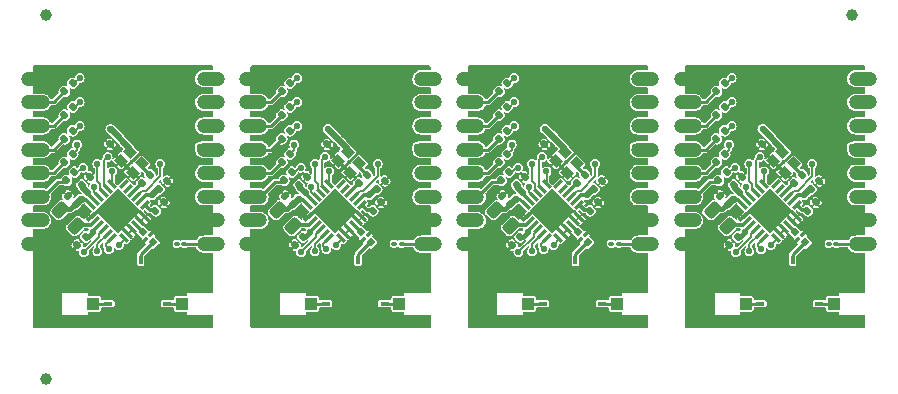
<source format=gtl>
G04 #@! TF.GenerationSoftware,KiCad,Pcbnew,(6.0.6)*
G04 #@! TF.CreationDate,2022-08-31T11:07:13-07:00*
G04 #@! TF.ProjectId,kikit_panel,6b696b69-745f-4706-916e-656c2e6b6963,rev?*
G04 #@! TF.SameCoordinates,Original*
G04 #@! TF.FileFunction,Copper,L1,Top*
G04 #@! TF.FilePolarity,Positive*
%FSLAX46Y46*%
G04 Gerber Fmt 4.6, Leading zero omitted, Abs format (unit mm)*
G04 Created by KiCad (PCBNEW (6.0.6)) date 2022-08-31 11:07:13*
%MOMM*%
%LPD*%
G01*
G04 APERTURE LIST*
G04 Aperture macros list*
%AMRoundRect*
0 Rectangle with rounded corners*
0 $1 Rounding radius*
0 $2 $3 $4 $5 $6 $7 $8 $9 X,Y pos of 4 corners*
0 Add a 4 corners polygon primitive as box body*
4,1,4,$2,$3,$4,$5,$6,$7,$8,$9,$2,$3,0*
0 Add four circle primitives for the rounded corners*
1,1,$1+$1,$2,$3*
1,1,$1+$1,$4,$5*
1,1,$1+$1,$6,$7*
1,1,$1+$1,$8,$9*
0 Add four rect primitives between the rounded corners*
20,1,$1+$1,$2,$3,$4,$5,0*
20,1,$1+$1,$4,$5,$6,$7,0*
20,1,$1+$1,$6,$7,$8,$9,0*
20,1,$1+$1,$8,$9,$2,$3,0*%
%AMRotRect*
0 Rectangle, with rotation*
0 The origin of the aperture is its center*
0 $1 length*
0 $2 width*
0 $3 Rotation angle, in degrees counterclockwise*
0 Add horizontal line*
21,1,$1,$2,0,0,$3*%
G04 Aperture macros list end*
G04 #@! TA.AperFunction,SMDPad,CuDef*
%ADD10R,1.050000X1.000000*%
G04 #@! TD*
G04 #@! TA.AperFunction,SMDPad,CuDef*
%ADD11R,2.200000X1.050000*%
G04 #@! TD*
G04 #@! TA.AperFunction,SMDPad,CuDef*
%ADD12RoundRect,0.100000X-0.130000X-0.100000X0.130000X-0.100000X0.130000X0.100000X-0.130000X0.100000X0*%
G04 #@! TD*
G04 #@! TA.AperFunction,SMDPad,CuDef*
%ADD13RoundRect,0.147500X0.017678X-0.226274X0.226274X-0.017678X-0.017678X0.226274X-0.226274X0.017678X0*%
G04 #@! TD*
G04 #@! TA.AperFunction,SMDPad,CuDef*
%ADD14RoundRect,0.147500X-0.017678X0.226274X-0.226274X0.017678X0.017678X-0.226274X0.226274X-0.017678X0*%
G04 #@! TD*
G04 #@! TA.AperFunction,ComponentPad*
%ADD15C,1.200000*%
G04 #@! TD*
G04 #@! TA.AperFunction,ConnectorPad*
%ADD16R,1.200000X1.200000*%
G04 #@! TD*
G04 #@! TA.AperFunction,SMDPad,CuDef*
%ADD17RotRect,0.300000X0.850000X315.000000*%
G04 #@! TD*
G04 #@! TA.AperFunction,SMDPad,CuDef*
%ADD18RotRect,0.300000X0.850000X225.000000*%
G04 #@! TD*
G04 #@! TA.AperFunction,SMDPad,CuDef*
%ADD19RotRect,2.650000X2.650000X225.000000*%
G04 #@! TD*
G04 #@! TA.AperFunction,SMDPad,CuDef*
%ADD20C,1.000000*%
G04 #@! TD*
G04 #@! TA.AperFunction,SMDPad,CuDef*
%ADD21RoundRect,0.147500X0.226274X0.017678X0.017678X0.226274X-0.226274X-0.017678X-0.017678X-0.226274X0*%
G04 #@! TD*
G04 #@! TA.AperFunction,SMDPad,CuDef*
%ADD22RoundRect,0.243750X0.494975X0.150260X0.150260X0.494975X-0.494975X-0.150260X-0.150260X-0.494975X0*%
G04 #@! TD*
G04 #@! TA.AperFunction,SMDPad,CuDef*
%ADD23R,0.304800X0.762000*%
G04 #@! TD*
G04 #@! TA.AperFunction,SMDPad,CuDef*
%ADD24R,0.762000X0.304800*%
G04 #@! TD*
G04 #@! TA.AperFunction,SMDPad,CuDef*
%ADD25R,2.794000X2.794000*%
G04 #@! TD*
G04 #@! TA.AperFunction,SMDPad,CuDef*
%ADD26RotRect,0.900000X0.800000X315.000000*%
G04 #@! TD*
G04 #@! TA.AperFunction,SMDPad,CuDef*
%ADD27RotRect,0.550000X0.550000X45.000000*%
G04 #@! TD*
G04 #@! TA.AperFunction,SMDPad,CuDef*
%ADD28RotRect,0.300000X0.500000X315.000000*%
G04 #@! TD*
G04 #@! TA.AperFunction,ViaPad*
%ADD29C,0.580000*%
G04 #@! TD*
G04 #@! TA.AperFunction,Conductor*
%ADD30C,0.590000*%
G04 #@! TD*
G04 #@! TA.AperFunction,Conductor*
%ADD31C,0.508000*%
G04 #@! TD*
G04 #@! TA.AperFunction,Conductor*
%ADD32C,0.293370*%
G04 #@! TD*
G04 #@! TA.AperFunction,Conductor*
%ADD33C,0.300000*%
G04 #@! TD*
G04 #@! TA.AperFunction,Conductor*
%ADD34C,0.381000*%
G04 #@! TD*
G04 #@! TA.AperFunction,Conductor*
%ADD35C,0.299720*%
G04 #@! TD*
G04 #@! TA.AperFunction,Conductor*
%ADD36C,0.609600*%
G04 #@! TD*
G04 #@! TA.AperFunction,Conductor*
%ADD37C,0.254000*%
G04 #@! TD*
G04 #@! TA.AperFunction,Conductor*
%ADD38C,0.203200*%
G04 #@! TD*
G04 #@! TA.AperFunction,Conductor*
%ADD39C,0.289560*%
G04 #@! TD*
G04 APERTURE END LIST*
D10*
X57294000Y-40960000D03*
D11*
X55769000Y-39485000D03*
X55769000Y-42435000D03*
D12*
X82745995Y-35867890D03*
X83385995Y-35867890D03*
D13*
X18197053Y-30502947D03*
X18882947Y-29817053D03*
D14*
X75025646Y-35289053D03*
X74339752Y-35974947D03*
D13*
X73238817Y-24973707D03*
X73924711Y-24287813D03*
X36434817Y-22973707D03*
X37120711Y-22287813D03*
D15*
X14987300Y-21900760D03*
X16187300Y-21900760D03*
D16*
X15587300Y-21900760D03*
X48816700Y-25900752D03*
D15*
X48216700Y-25900752D03*
X49416700Y-25900752D03*
X51791300Y-23900760D03*
D16*
X52391300Y-23900760D03*
D15*
X52991300Y-23900760D03*
D16*
X33989300Y-23900760D03*
D15*
X33389300Y-23900760D03*
X34589300Y-23900760D03*
D16*
X70793300Y-23900760D03*
D15*
X71393300Y-23900760D03*
X70193300Y-23900760D03*
D17*
X80017927Y-32613789D03*
X79664373Y-32260236D03*
X79310820Y-31906682D03*
X78957267Y-31553129D03*
X78603713Y-31199576D03*
X78250160Y-30846022D03*
D18*
X77260210Y-30846022D03*
X76906657Y-31199576D03*
X76553103Y-31553129D03*
X76199550Y-31906682D03*
X75845997Y-32260236D03*
X75492443Y-32613789D03*
D17*
X75492443Y-33603739D03*
X75845997Y-33957292D03*
X76199550Y-34310846D03*
X76553103Y-34664399D03*
X76906657Y-35017952D03*
X77260210Y-35371506D03*
D18*
X78250160Y-35371506D03*
X78603713Y-35017952D03*
X78957267Y-34664399D03*
X79310820Y-34310846D03*
X79664373Y-33957292D03*
X80017927Y-33603739D03*
D19*
X77755185Y-33108764D03*
D16*
X15587300Y-25900760D03*
D15*
X16187300Y-25900760D03*
X14987300Y-25900760D03*
D10*
X46392000Y-40960000D03*
D11*
X47917000Y-42435000D03*
X47917000Y-39485000D03*
D15*
X67818700Y-27900760D03*
D16*
X67218700Y-27900760D03*
D15*
X66618700Y-27900760D03*
D20*
X16500000Y-16500000D03*
D10*
X83196000Y-40960000D03*
D11*
X84721000Y-39485000D03*
X84721000Y-42435000D03*
D21*
X18982947Y-32502947D03*
X18297053Y-31817053D03*
D15*
X48216700Y-31900760D03*
D16*
X48816700Y-31900760D03*
D15*
X49416700Y-31900760D03*
D16*
X85620700Y-31900760D03*
D15*
X85020700Y-31900760D03*
X86220700Y-31900760D03*
X66618700Y-21900760D03*
X67818700Y-21900760D03*
D16*
X67218700Y-21900760D03*
D13*
X54836817Y-26973707D03*
X55522711Y-26287813D03*
X36599053Y-30502947D03*
X37284947Y-29817053D03*
D22*
X55826913Y-34352913D03*
X54501087Y-33027087D03*
D14*
X81947146Y-30539159D03*
X81261252Y-31225053D03*
D15*
X67818700Y-31900760D03*
D16*
X67218700Y-31900760D03*
D15*
X66618700Y-31900760D03*
D12*
X45941995Y-35867890D03*
X46581995Y-35867890D03*
D14*
X19819646Y-35289053D03*
X19133752Y-35974947D03*
D16*
X33989300Y-35900760D03*
D15*
X33389300Y-35900760D03*
X34589300Y-35900760D03*
D13*
X19514752Y-30894947D03*
X20200646Y-30209053D03*
X56318752Y-30894947D03*
X57004646Y-30209053D03*
D15*
X70193300Y-27900760D03*
D16*
X70793300Y-27900760D03*
D15*
X71393300Y-27900760D03*
X29814700Y-35900760D03*
D16*
X30414700Y-35900760D03*
D15*
X31014700Y-35900760D03*
D13*
X42988009Y-30712727D03*
X43673903Y-30026833D03*
D16*
X67218700Y-25900752D03*
D15*
X67818700Y-25900752D03*
X66618700Y-25900752D03*
X33389300Y-27900760D03*
X34589300Y-27900760D03*
D16*
X33989300Y-27900760D03*
D15*
X86220700Y-35900760D03*
X85020700Y-35900760D03*
D16*
X85620700Y-35900760D03*
D23*
X81196000Y-37210000D03*
X80696000Y-37210000D03*
X80196000Y-37210000D03*
X79696000Y-37210000D03*
X79196000Y-37210000D03*
X78696000Y-37210000D03*
X78196000Y-37210000D03*
X77696000Y-37210000D03*
D24*
X76946000Y-37960000D03*
X76946000Y-38460000D03*
X76946000Y-38960000D03*
X76946000Y-39460000D03*
X76946000Y-39960000D03*
X76946000Y-40460000D03*
X76946000Y-40960000D03*
X76946000Y-41460000D03*
D23*
X77696000Y-42210000D03*
X78196000Y-42210000D03*
X78696000Y-42210000D03*
X79196000Y-42210000D03*
X79696000Y-42210000D03*
X80196000Y-42210000D03*
X80696000Y-42210000D03*
X81196000Y-42210000D03*
D24*
X81946000Y-41460000D03*
X81946000Y-40960000D03*
X81946000Y-40460000D03*
X81946000Y-39960000D03*
X81946000Y-39460000D03*
X81946000Y-38960000D03*
X81946000Y-38460000D03*
X81946000Y-37960000D03*
D25*
X79446000Y-39710000D03*
D16*
X48816700Y-27900760D03*
D15*
X49416700Y-27900760D03*
X48216700Y-27900760D03*
X34589300Y-25900760D03*
D16*
X33989300Y-25900760D03*
D15*
X33389300Y-25900760D03*
D13*
X24586009Y-30712727D03*
X25271903Y-30026833D03*
X77070252Y-27465947D03*
X77756146Y-26780053D03*
D15*
X70193300Y-29900760D03*
D16*
X70793300Y-29900760D03*
D15*
X71393300Y-29900760D03*
X16187300Y-33900760D03*
X14987300Y-33900760D03*
D16*
X15587300Y-33900760D03*
D13*
X54836817Y-28973707D03*
X55522711Y-28287813D03*
D16*
X85620700Y-21900760D03*
D15*
X85020700Y-21900760D03*
X86220700Y-21900760D03*
D14*
X56623646Y-35289053D03*
X55937752Y-35974947D03*
D23*
X62794000Y-37210000D03*
X62294000Y-37210000D03*
X61794000Y-37210000D03*
X61294000Y-37210000D03*
X60794000Y-37210000D03*
X60294000Y-37210000D03*
X59794000Y-37210000D03*
X59294000Y-37210000D03*
D24*
X58544000Y-37960000D03*
X58544000Y-38460000D03*
X58544000Y-38960000D03*
X58544000Y-39460000D03*
X58544000Y-39960000D03*
X58544000Y-40460000D03*
X58544000Y-40960000D03*
X58544000Y-41460000D03*
D23*
X59294000Y-42210000D03*
X59794000Y-42210000D03*
X60294000Y-42210000D03*
X60794000Y-42210000D03*
X61294000Y-42210000D03*
X61794000Y-42210000D03*
X62294000Y-42210000D03*
X62794000Y-42210000D03*
D24*
X63544000Y-41460000D03*
X63544000Y-40960000D03*
X63544000Y-40460000D03*
X63544000Y-39960000D03*
X63544000Y-39460000D03*
X63544000Y-38960000D03*
X63544000Y-38460000D03*
X63544000Y-37960000D03*
D25*
X61044000Y-39710000D03*
D15*
X31014700Y-27900760D03*
D16*
X30414700Y-27900760D03*
D15*
X29814700Y-27900760D03*
D13*
X21864252Y-27465947D03*
X22550146Y-26780053D03*
D10*
X38892000Y-40960000D03*
D11*
X37367000Y-39485000D03*
X37367000Y-42435000D03*
D12*
X27539995Y-35867890D03*
X28179995Y-35867890D03*
D10*
X20490000Y-40960000D03*
D11*
X18965000Y-39485000D03*
X18965000Y-42435000D03*
D16*
X85620700Y-23900760D03*
D15*
X85020700Y-23900760D03*
X86220700Y-23900760D03*
X52991300Y-31900760D03*
X51791300Y-31900760D03*
D16*
X52391300Y-31900760D03*
D26*
X41225758Y-28862794D03*
X42215707Y-29852743D03*
X42993524Y-29074926D03*
X42003575Y-28084977D03*
D17*
X61615927Y-32613789D03*
X61262373Y-32260236D03*
X60908820Y-31906682D03*
X60555267Y-31553129D03*
X60201713Y-31199576D03*
X59848160Y-30846022D03*
D18*
X58858210Y-30846022D03*
X58504657Y-31199576D03*
X58151103Y-31553129D03*
X57797550Y-31906682D03*
X57443997Y-32260236D03*
X57090443Y-32613789D03*
D17*
X57090443Y-33603739D03*
X57443997Y-33957292D03*
X57797550Y-34310846D03*
X58151103Y-34664399D03*
X58504657Y-35017952D03*
X58858210Y-35371506D03*
D18*
X59848160Y-35371506D03*
X60201713Y-35017952D03*
X60555267Y-34664399D03*
X60908820Y-34310846D03*
X61262373Y-33957292D03*
X61615927Y-33603739D03*
D19*
X59353185Y-33108764D03*
D13*
X73238817Y-26973707D03*
X73924711Y-26287813D03*
X37916752Y-30894947D03*
X38602646Y-30209053D03*
D16*
X67218700Y-29900760D03*
D15*
X67818700Y-29900760D03*
X66618700Y-29900760D03*
D16*
X70793300Y-33900760D03*
D15*
X71393300Y-33900760D03*
X70193300Y-33900760D03*
X14987300Y-23900760D03*
D16*
X15587300Y-23900760D03*
D15*
X16187300Y-23900760D03*
D17*
X24811927Y-32613789D03*
X24458373Y-32260236D03*
X24104820Y-31906682D03*
X23751267Y-31553129D03*
X23397713Y-31199576D03*
X23044160Y-30846022D03*
D18*
X22054210Y-30846022D03*
X21700657Y-31199576D03*
X21347103Y-31553129D03*
X20993550Y-31906682D03*
X20639997Y-32260236D03*
X20286443Y-32613789D03*
D17*
X20286443Y-33603739D03*
X20639997Y-33957292D03*
X20993550Y-34310846D03*
X21347103Y-34664399D03*
X21700657Y-35017952D03*
X22054210Y-35371506D03*
D18*
X23044160Y-35371506D03*
X23397713Y-35017952D03*
X23751267Y-34664399D03*
X24104820Y-34310846D03*
X24458373Y-33957292D03*
X24811927Y-33603739D03*
D19*
X22549185Y-33108764D03*
D20*
X16500000Y-47300000D03*
D12*
X64343995Y-35867890D03*
X64983995Y-35867890D03*
D13*
X74720752Y-30894947D03*
X75406646Y-30209053D03*
D15*
X49416700Y-21900760D03*
X48216700Y-21900760D03*
D16*
X48816700Y-21900760D03*
X33989300Y-31900760D03*
D15*
X33389300Y-31900760D03*
X34589300Y-31900760D03*
D16*
X70793300Y-21900760D03*
D15*
X70193300Y-21900760D03*
X71393300Y-21900760D03*
D16*
X70793300Y-25900760D03*
D15*
X71393300Y-25900760D03*
X70193300Y-25900760D03*
D27*
X43112000Y-34910000D03*
D28*
X43288777Y-35581751D03*
D27*
X43960528Y-35758528D03*
D28*
X43783751Y-35086777D03*
D15*
X85020700Y-27900760D03*
X86220700Y-27900760D03*
D16*
X85620700Y-27900760D03*
D13*
X54836817Y-24973707D03*
X55522711Y-24287813D03*
D22*
X74228913Y-34352913D03*
X72903087Y-33027087D03*
D13*
X18032817Y-26973707D03*
X18718711Y-26287813D03*
D16*
X48816700Y-33900760D03*
D15*
X48216700Y-33900760D03*
X49416700Y-33900760D03*
D21*
X37384947Y-32502947D03*
X36699053Y-31817053D03*
D23*
X44392000Y-37210000D03*
X43892000Y-37210000D03*
X43392000Y-37210000D03*
X42892000Y-37210000D03*
X42392000Y-37210000D03*
X41892000Y-37210000D03*
X41392000Y-37210000D03*
X40892000Y-37210000D03*
D24*
X40142000Y-37960000D03*
X40142000Y-38460000D03*
X40142000Y-38960000D03*
X40142000Y-39460000D03*
X40142000Y-39960000D03*
X40142000Y-40460000D03*
X40142000Y-40960000D03*
X40142000Y-41460000D03*
D23*
X40892000Y-42210000D03*
X41392000Y-42210000D03*
X41892000Y-42210000D03*
X42392000Y-42210000D03*
X42892000Y-42210000D03*
X43392000Y-42210000D03*
X43892000Y-42210000D03*
X44392000Y-42210000D03*
D24*
X45142000Y-41460000D03*
X45142000Y-40960000D03*
X45142000Y-40460000D03*
X45142000Y-39960000D03*
X45142000Y-39460000D03*
X45142000Y-38960000D03*
X45142000Y-38460000D03*
X45142000Y-37960000D03*
D25*
X42642000Y-39710000D03*
D15*
X33389300Y-21900760D03*
D16*
X33989300Y-21900760D03*
D15*
X34589300Y-21900760D03*
D13*
X73238817Y-22973707D03*
X73924711Y-22287813D03*
D16*
X30414700Y-33900760D03*
D15*
X31014700Y-33900760D03*
X29814700Y-33900760D03*
D27*
X61514000Y-34910000D03*
D28*
X61690777Y-35581751D03*
D27*
X62362528Y-35758528D03*
D28*
X62185751Y-35086777D03*
D26*
X22823758Y-28862794D03*
X23813707Y-29852743D03*
X24591524Y-29074926D03*
X23601575Y-28084977D03*
D13*
X79792009Y-30712727D03*
X80477903Y-30026833D03*
D16*
X52391300Y-25900760D03*
D15*
X52991300Y-25900760D03*
X51791300Y-25900760D03*
D13*
X61390009Y-30712727D03*
X62075903Y-30026833D03*
D15*
X16187300Y-27900760D03*
D16*
X15587300Y-27900760D03*
D15*
X14987300Y-27900760D03*
X71393300Y-35900760D03*
D16*
X70793300Y-35900760D03*
D15*
X70193300Y-35900760D03*
D16*
X48816700Y-29900760D03*
D15*
X49416700Y-29900760D03*
X48216700Y-29900760D03*
X29814700Y-31900760D03*
X31014700Y-31900760D03*
D16*
X30414700Y-31900760D03*
D14*
X63545146Y-30539159D03*
X62859252Y-31225053D03*
D13*
X18032817Y-22973707D03*
X18718711Y-22287813D03*
D14*
X26741146Y-30539159D03*
X26055252Y-31225053D03*
D21*
X74188947Y-32502947D03*
X73503053Y-31817053D03*
D16*
X85620700Y-25900752D03*
D15*
X86220700Y-25900752D03*
X85020700Y-25900752D03*
D13*
X73403053Y-30502947D03*
X74088947Y-29817053D03*
D26*
X78029758Y-28862794D03*
X79019707Y-29852743D03*
X79797524Y-29074926D03*
X78807575Y-28084977D03*
D27*
X79916000Y-34910000D03*
D28*
X80092777Y-35581751D03*
D27*
X80764528Y-35758528D03*
D28*
X80587751Y-35086777D03*
D15*
X51791300Y-27900760D03*
X52991300Y-27900760D03*
D16*
X52391300Y-27900760D03*
D13*
X36434817Y-28973707D03*
X37120711Y-28287813D03*
D21*
X55786947Y-32502947D03*
X55101053Y-31817053D03*
D13*
X73238817Y-28973707D03*
X73924711Y-28287813D03*
D22*
X19022913Y-34352913D03*
X17697087Y-33027087D03*
D27*
X24710000Y-34910000D03*
D28*
X24886777Y-35581751D03*
D27*
X25558528Y-35758528D03*
D28*
X25381751Y-35086777D03*
D17*
X43213927Y-32613789D03*
X42860373Y-32260236D03*
X42506820Y-31906682D03*
X42153267Y-31553129D03*
X41799713Y-31199576D03*
X41446160Y-30846022D03*
D18*
X40456210Y-30846022D03*
X40102657Y-31199576D03*
X39749103Y-31553129D03*
X39395550Y-31906682D03*
X39041997Y-32260236D03*
X38688443Y-32613789D03*
D17*
X38688443Y-33603739D03*
X39041997Y-33957292D03*
X39395550Y-34310846D03*
X39749103Y-34664399D03*
X40102657Y-35017952D03*
X40456210Y-35371506D03*
D18*
X41446160Y-35371506D03*
X41799713Y-35017952D03*
X42153267Y-34664399D03*
X42506820Y-34310846D03*
X42860373Y-33957292D03*
X43213927Y-33603739D03*
D19*
X40951185Y-33108764D03*
D20*
X84711000Y-16500000D03*
D15*
X66618700Y-33900760D03*
D16*
X67218700Y-33900760D03*
D15*
X67818700Y-33900760D03*
D13*
X55001053Y-30502947D03*
X55686947Y-29817053D03*
X44139752Y-33066553D03*
X44825646Y-32380659D03*
D15*
X14987300Y-35900760D03*
D16*
X15587300Y-35900760D03*
D15*
X16187300Y-35900760D03*
D16*
X15587300Y-31900760D03*
D15*
X16187300Y-31900760D03*
X14987300Y-31900760D03*
D13*
X80943752Y-33066553D03*
X81629646Y-32380659D03*
X36434817Y-26973707D03*
X37120711Y-26287813D03*
D10*
X27990000Y-40960000D03*
D11*
X29515000Y-39485000D03*
X29515000Y-42435000D03*
D15*
X86220700Y-33900760D03*
D16*
X85620700Y-33900760D03*
D15*
X85020700Y-33900760D03*
D26*
X59627758Y-28862794D03*
X60617707Y-29852743D03*
X61395524Y-29074926D03*
X60405575Y-28084977D03*
D13*
X54836817Y-22973707D03*
X55522711Y-22287813D03*
X40266252Y-27465947D03*
X40952146Y-26780053D03*
D16*
X33989300Y-29900760D03*
D15*
X33389300Y-29900760D03*
X34589300Y-29900760D03*
D13*
X36434817Y-24973707D03*
X37120711Y-24287813D03*
D10*
X64794000Y-40960000D03*
D11*
X66319000Y-42435000D03*
X66319000Y-39485000D03*
D13*
X62541752Y-33066553D03*
X63227646Y-32380659D03*
D15*
X48216700Y-35900760D03*
X49416700Y-35900760D03*
D16*
X48816700Y-35900760D03*
D23*
X25990000Y-37210000D03*
X25490000Y-37210000D03*
X24990000Y-37210000D03*
X24490000Y-37210000D03*
X23990000Y-37210000D03*
X23490000Y-37210000D03*
X22990000Y-37210000D03*
X22490000Y-37210000D03*
D24*
X21740000Y-37960000D03*
X21740000Y-38460000D03*
X21740000Y-38960000D03*
X21740000Y-39460000D03*
X21740000Y-39960000D03*
X21740000Y-40460000D03*
X21740000Y-40960000D03*
X21740000Y-41460000D03*
D23*
X22490000Y-42210000D03*
X22990000Y-42210000D03*
X23490000Y-42210000D03*
X23990000Y-42210000D03*
X24490000Y-42210000D03*
X24990000Y-42210000D03*
X25490000Y-42210000D03*
X25990000Y-42210000D03*
D24*
X26740000Y-41460000D03*
X26740000Y-40960000D03*
X26740000Y-40460000D03*
X26740000Y-39960000D03*
X26740000Y-39460000D03*
X26740000Y-38960000D03*
X26740000Y-38460000D03*
X26740000Y-37960000D03*
D25*
X24240000Y-39710000D03*
D15*
X29814700Y-21900760D03*
X31014700Y-21900760D03*
D16*
X30414700Y-21900760D03*
X48816700Y-23900760D03*
D15*
X48216700Y-23900760D03*
X49416700Y-23900760D03*
D13*
X18032817Y-28973707D03*
X18718711Y-28287813D03*
X18032817Y-24973707D03*
X18718711Y-24287813D03*
D16*
X52391300Y-29900760D03*
D15*
X51791300Y-29900760D03*
X52991300Y-29900760D03*
X29814700Y-29900760D03*
D16*
X30414700Y-29900760D03*
D15*
X31014700Y-29900760D03*
D16*
X67218700Y-23900760D03*
D15*
X67818700Y-23900760D03*
X66618700Y-23900760D03*
D13*
X58668252Y-27465947D03*
X59354146Y-26780053D03*
D16*
X52391300Y-33900760D03*
D15*
X51791300Y-33900760D03*
X52991300Y-33900760D03*
D13*
X25737752Y-33066553D03*
X26423646Y-32380659D03*
D10*
X75696000Y-40960000D03*
D11*
X74171000Y-42435000D03*
X74171000Y-39485000D03*
D22*
X37424913Y-34352913D03*
X36099087Y-33027087D03*
D16*
X85620700Y-29900760D03*
D15*
X85020700Y-29900760D03*
X86220700Y-29900760D03*
X34589300Y-33900760D03*
D16*
X33989300Y-33900760D03*
D15*
X33389300Y-33900760D03*
D16*
X52391300Y-35900760D03*
D15*
X52991300Y-35900760D03*
X51791300Y-35900760D03*
D14*
X38221646Y-35289053D03*
X37535752Y-35974947D03*
D15*
X66618700Y-35900760D03*
D16*
X67218700Y-35900760D03*
D15*
X67818700Y-35900760D03*
X16187300Y-29900760D03*
X14987300Y-29900760D03*
D16*
X15587300Y-29900760D03*
D15*
X31014700Y-23900760D03*
D16*
X30414700Y-23900760D03*
D15*
X29814700Y-23900760D03*
D16*
X30414700Y-25900752D03*
D15*
X29814700Y-25900752D03*
X31014700Y-25900752D03*
X51791300Y-21900760D03*
D16*
X52391300Y-21900760D03*
D15*
X52991300Y-21900760D03*
D14*
X45143146Y-30539159D03*
X44457252Y-31225053D03*
D15*
X71393300Y-31900760D03*
D16*
X70793300Y-31900760D03*
D15*
X70193300Y-31900760D03*
D29*
X20039760Y-31569834D03*
X21930000Y-26170000D03*
X23088579Y-27331280D03*
X20451859Y-34857734D03*
X19480000Y-32080000D03*
X25445699Y-31758500D03*
X21830768Y-32390338D03*
X23267608Y-32390338D03*
X21830768Y-33827179D03*
X22549188Y-33108758D03*
X23267608Y-33827179D03*
X22549188Y-31671917D03*
X22549188Y-34545599D03*
X23986029Y-33108758D03*
X21112347Y-33108758D03*
X29515000Y-38160000D03*
X28540000Y-36800400D03*
X27940000Y-32760000D03*
X26330000Y-35300000D03*
X24239199Y-35505044D03*
X20940000Y-42335000D03*
X18582619Y-36526080D03*
X22466279Y-27958662D03*
X27820000Y-34610000D03*
X18965000Y-38210000D03*
X17850735Y-31351847D03*
X27640000Y-42335000D03*
X26940000Y-31760000D03*
X25300000Y-34380000D03*
X20112596Y-28455635D03*
X20200000Y-30210000D03*
X17040000Y-40960000D03*
X27340000Y-31160000D03*
X22760000Y-29890000D03*
X19630500Y-29428896D03*
X26144199Y-29091490D03*
X22640000Y-35960000D03*
X19097381Y-27474392D03*
X21800000Y-36340000D03*
X19318000Y-25916490D03*
X20819647Y-36528786D03*
X19318000Y-23884500D03*
X19318000Y-21852500D03*
X19669862Y-36581077D03*
X22040000Y-29750000D03*
X21681145Y-28543701D03*
X20810191Y-29091500D03*
X20546532Y-31066471D03*
X38441760Y-31569834D03*
X40332000Y-26170000D03*
X41490579Y-27331280D03*
X38853859Y-34857734D03*
X37882000Y-32080000D03*
X43847699Y-31758500D03*
X40232768Y-32390338D03*
X41669608Y-32390338D03*
X40232768Y-33827179D03*
X40951188Y-33108758D03*
X41669608Y-33827179D03*
X40951188Y-31671917D03*
X40951188Y-34545599D03*
X42388029Y-33108758D03*
X39514347Y-33108758D03*
X47917000Y-38160000D03*
X46942000Y-36800400D03*
X46342000Y-32760000D03*
X44732000Y-35300000D03*
X42641199Y-35505044D03*
X39342000Y-42335000D03*
X36984619Y-36526080D03*
X40868279Y-27958662D03*
X46222000Y-34610000D03*
X37367000Y-38210000D03*
X36252735Y-31351847D03*
X46042000Y-42335000D03*
X45342000Y-31760000D03*
X43702000Y-34380000D03*
X38514596Y-28455635D03*
X38602000Y-30210000D03*
X35442000Y-40960000D03*
X45742000Y-31160000D03*
X41162000Y-29890000D03*
X38032500Y-29428896D03*
X44546199Y-29091490D03*
X41042000Y-35960000D03*
X37499381Y-27474392D03*
X40202000Y-36340000D03*
X37720000Y-25916490D03*
X39221647Y-36528786D03*
X37720000Y-23884500D03*
X37720000Y-21852500D03*
X38071862Y-36581077D03*
X40442000Y-29750000D03*
X40083145Y-28543701D03*
X39212191Y-29091500D03*
X38948532Y-31066471D03*
X56843760Y-31569834D03*
X58734000Y-26170000D03*
X59892579Y-27331280D03*
X57255859Y-34857734D03*
X56284000Y-32080000D03*
X62249699Y-31758500D03*
X58634768Y-32390338D03*
X60071608Y-32390338D03*
X58634768Y-33827179D03*
X59353188Y-33108758D03*
X60071608Y-33827179D03*
X59353188Y-31671917D03*
X59353188Y-34545599D03*
X60790029Y-33108758D03*
X57916347Y-33108758D03*
X66319000Y-38160000D03*
X65344000Y-36800400D03*
X64744000Y-32760000D03*
X63134000Y-35300000D03*
X61043199Y-35505044D03*
X57744000Y-42335000D03*
X55386619Y-36526080D03*
X59270279Y-27958662D03*
X64624000Y-34610000D03*
X55769000Y-38210000D03*
X54654735Y-31351847D03*
X64444000Y-42335000D03*
X63744000Y-31760000D03*
X62104000Y-34380000D03*
X56916596Y-28455635D03*
X57004000Y-30210000D03*
X53844000Y-40960000D03*
X64144000Y-31160000D03*
X59564000Y-29890000D03*
X56434500Y-29428896D03*
X62948199Y-29091490D03*
X59444000Y-35960000D03*
X55901381Y-27474392D03*
X58604000Y-36340000D03*
X56122000Y-25916490D03*
X57623647Y-36528786D03*
X56122000Y-23884500D03*
X56122000Y-21852500D03*
X56473862Y-36581077D03*
X58844000Y-29750000D03*
X58485145Y-28543701D03*
X57614191Y-29091500D03*
X57350532Y-31066471D03*
X75245760Y-31569834D03*
X77136000Y-26170000D03*
X78294579Y-27331280D03*
X75657859Y-34857734D03*
X74686000Y-32080000D03*
X80651699Y-31758500D03*
X77036768Y-32390338D03*
X78473608Y-32390338D03*
X77036768Y-33827179D03*
X77755188Y-33108758D03*
X78473608Y-33827179D03*
X77755188Y-31671917D03*
X77755188Y-34545599D03*
X79192029Y-33108758D03*
X76318347Y-33108758D03*
X84721000Y-38160000D03*
X83746000Y-36800400D03*
X83146000Y-32760000D03*
X81536000Y-35300000D03*
X79445199Y-35505044D03*
X76146000Y-42335000D03*
X73788619Y-36526080D03*
X77672279Y-27958662D03*
X83026000Y-34610000D03*
X74171000Y-38210000D03*
X73056735Y-31351847D03*
X82846000Y-42335000D03*
X82146000Y-31760000D03*
X80506000Y-34380000D03*
X75318596Y-28455635D03*
X75406000Y-30210000D03*
X72246000Y-40960000D03*
X82546000Y-31160000D03*
X77966000Y-29890000D03*
X74836500Y-29428896D03*
X81350199Y-29091490D03*
X77846000Y-35960000D03*
X74303381Y-27474392D03*
X77006000Y-36340000D03*
X74524000Y-25916490D03*
X76025647Y-36528786D03*
X74524000Y-23884500D03*
X74524000Y-21852500D03*
X74875862Y-36581077D03*
X77246000Y-29750000D03*
X76887145Y-28543701D03*
X76016191Y-29091500D03*
X75752532Y-31066471D03*
D30*
X22550146Y-26780053D02*
X21940093Y-26170000D01*
D31*
X20039760Y-31569834D02*
X19514752Y-31044826D01*
D32*
X20039760Y-31659990D02*
X20039760Y-31569834D01*
D33*
X20993553Y-34310840D02*
X20480901Y-34823492D01*
D31*
X19514752Y-31044826D02*
X19514752Y-30894947D01*
D33*
X20480901Y-34823492D02*
X20480901Y-34828692D01*
D31*
X23601575Y-28084977D02*
X23601575Y-27844276D01*
D30*
X21940093Y-26170000D02*
X21930000Y-26170000D01*
D31*
X22550146Y-26780053D02*
X23088579Y-27318486D01*
X23088579Y-27318486D02*
X23088579Y-27331280D01*
D32*
X20640000Y-32260230D02*
X20039760Y-31659990D01*
D33*
X20451255Y-34858338D02*
X20451859Y-34857734D01*
D34*
X20020540Y-35289053D02*
X20451859Y-34857734D01*
D31*
X23601575Y-27844276D02*
X23088579Y-27331280D01*
D33*
X20480901Y-34828692D02*
X20451859Y-34857734D01*
D34*
X29414700Y-27593100D02*
X29414700Y-27900760D01*
D33*
X20451255Y-34913712D02*
X20451255Y-34858338D01*
D34*
X19819646Y-35289053D02*
X20020540Y-35289053D01*
D35*
X24458376Y-32260230D02*
X24960106Y-31758500D01*
D32*
X19752663Y-32080000D02*
X19480000Y-32080000D01*
D36*
X19386482Y-32080000D02*
X19480000Y-32080000D01*
D32*
X20286446Y-32613783D02*
X19752663Y-32080000D01*
D35*
X24960106Y-31758500D02*
X25445699Y-31758500D01*
D34*
X17626042Y-33225332D02*
X17891374Y-32960000D01*
X18506482Y-32960000D02*
X18982947Y-32483535D01*
X17891384Y-32959996D02*
X18506470Y-32959996D01*
D31*
X25979146Y-31225053D02*
X25445699Y-31758500D01*
D36*
X18982947Y-32483535D02*
X19386482Y-32080000D01*
D33*
X20294066Y-34303221D02*
X19555422Y-34303221D01*
X20640000Y-33957287D02*
X20294066Y-34303221D01*
X19555422Y-34303221D02*
X18982400Y-34876243D01*
D37*
X23271144Y-34184268D02*
X23271144Y-33895485D01*
X24331804Y-33123608D02*
X24258548Y-33123608D01*
X23397716Y-35017947D02*
X22917591Y-34537821D01*
X23751270Y-34664393D02*
X23271144Y-34184268D01*
X24811930Y-33603733D02*
X24331804Y-33123608D01*
X24258548Y-33123608D02*
X24246456Y-33135699D01*
X24458376Y-33957287D02*
X23978251Y-33477161D01*
X20772441Y-33117739D02*
X20995604Y-33117739D01*
X20286446Y-33603733D02*
X20772441Y-33117739D01*
X22917591Y-34537821D02*
X22595291Y-34537821D01*
X23271144Y-33895485D02*
X23276589Y-33890041D01*
X23941340Y-33477161D02*
X23887246Y-33423067D01*
X23978251Y-33477161D02*
X23941340Y-33477161D01*
X22595291Y-34537821D02*
X22576129Y-34518659D01*
D38*
X22842940Y-29852743D02*
X22805683Y-29890000D01*
D37*
X20070000Y-33810000D02*
X19810000Y-33550000D01*
X22505560Y-28544041D02*
X22291019Y-28329500D01*
D38*
X22805683Y-29890000D02*
X22760000Y-29890000D01*
D37*
X22823758Y-28862794D02*
X23813707Y-29852743D01*
D32*
X24365044Y-35505044D02*
X24239199Y-35505044D01*
D37*
X22823758Y-28862794D02*
X22505560Y-28544596D01*
D38*
X20200646Y-30209053D02*
X20149752Y-30209053D01*
D32*
X25300000Y-34580000D02*
X25300000Y-34380000D01*
X26002099Y-35282099D02*
X25300000Y-34580000D01*
X24740000Y-35890000D02*
X24272945Y-35422945D01*
D37*
X22505560Y-28544596D02*
X22505560Y-28544041D01*
D38*
X22356967Y-27958662D02*
X22466279Y-27958662D01*
D37*
X19133752Y-35974947D02*
X18582619Y-36526080D01*
D38*
X21864252Y-27465947D02*
X22356967Y-27958662D01*
D37*
X16587300Y-23900760D02*
X17105764Y-23900760D01*
X17105764Y-23900760D02*
X18032817Y-22973707D01*
X17105764Y-25900760D02*
X18032817Y-24973707D01*
X16187300Y-25900760D02*
X17105764Y-25900760D01*
D33*
X23751270Y-31553124D02*
X24586009Y-30718384D01*
X24586009Y-30718384D02*
X24586009Y-30712727D01*
X24840483Y-32613784D02*
X25255199Y-33028500D01*
X25699699Y-33028500D02*
X25737752Y-33066553D01*
X24811930Y-32613784D02*
X24840483Y-32613784D01*
X25255199Y-33028500D02*
X25699699Y-33028500D01*
D39*
X21739992Y-40960006D02*
X20490007Y-40960006D01*
D32*
X28180000Y-35867888D02*
X29381828Y-35867888D01*
X29381828Y-35867888D02*
X29414700Y-35900760D01*
D38*
X26144199Y-30165801D02*
X26144199Y-29091490D01*
X24633999Y-31377500D02*
X24932500Y-31377500D01*
X18962447Y-29955053D02*
X19488604Y-29428896D01*
X24932500Y-31377500D02*
X26144199Y-30165801D01*
X19488604Y-29428896D02*
X19630500Y-29428896D01*
X24104823Y-31906676D02*
X24633999Y-31377500D01*
X23044163Y-35371500D02*
X23044163Y-35555837D01*
X18718711Y-28287813D02*
X19097381Y-27909143D01*
X23044163Y-35555837D02*
X22640000Y-35960000D01*
X19097381Y-27909143D02*
X19097381Y-27474392D01*
X21540000Y-36080000D02*
X21800000Y-36340000D01*
X21540000Y-35885713D02*
X21540000Y-36080000D01*
X18718711Y-26287813D02*
X18946677Y-26287813D01*
X22054213Y-35371500D02*
X21540000Y-35885713D01*
X18946677Y-26287813D02*
X19318000Y-25916490D01*
X20819647Y-35898959D02*
X20819647Y-36528786D01*
X21700660Y-35017946D02*
X20819647Y-35898959D01*
X18718711Y-24287813D02*
X18914687Y-24287813D01*
X18914687Y-24287813D02*
X19318000Y-23884500D01*
X20968595Y-35282344D02*
X19669862Y-36581077D01*
X20968595Y-35042904D02*
X20968595Y-35282344D01*
X18882687Y-22287813D02*
X19318000Y-21852500D01*
X18718711Y-22287813D02*
X18882687Y-22287813D01*
X21347106Y-34664393D02*
X20968595Y-35042904D01*
D32*
X24703983Y-34910000D02*
X24710000Y-34910000D01*
X24104823Y-34310840D02*
X24703983Y-34910000D01*
D37*
X16187300Y-27900760D02*
X17105764Y-27900760D01*
X17105764Y-27900760D02*
X18032817Y-26973707D01*
D38*
X22054213Y-30846016D02*
X22054213Y-29764213D01*
D37*
X17105764Y-29900760D02*
X18032817Y-28973707D01*
X16187300Y-29900760D02*
X17105764Y-29900760D01*
D38*
X21419017Y-28805829D02*
X21681145Y-28543701D01*
X21700660Y-31199570D02*
X21419017Y-30917927D01*
X21419017Y-30917927D02*
X21419017Y-28805829D01*
X21065134Y-31271151D02*
X21065134Y-30817541D01*
X20810191Y-30562598D02*
X20810191Y-29091500D01*
X21347106Y-31553123D02*
X21065134Y-31271151D01*
X21065134Y-30817541D02*
X20810191Y-30562598D01*
X20546532Y-31459655D02*
X20546532Y-31066471D01*
X20993553Y-31906676D02*
X20546532Y-31459655D01*
D37*
X17447113Y-30640947D02*
X18276553Y-30640947D01*
X16187300Y-31900760D02*
X17447113Y-30640947D01*
D30*
X40952146Y-26780053D02*
X40342093Y-26170000D01*
D31*
X38441760Y-31569834D02*
X37916752Y-31044826D01*
D32*
X38441760Y-31659990D02*
X38441760Y-31569834D01*
D33*
X39395553Y-34310840D02*
X38882901Y-34823492D01*
D31*
X37916752Y-31044826D02*
X37916752Y-30894947D01*
D33*
X38882901Y-34823492D02*
X38882901Y-34828692D01*
D31*
X42003575Y-28084977D02*
X42003575Y-27844276D01*
D30*
X40342093Y-26170000D02*
X40332000Y-26170000D01*
D31*
X40952146Y-26780053D02*
X41490579Y-27318486D01*
X41490579Y-27318486D02*
X41490579Y-27331280D01*
D32*
X39042000Y-32260230D02*
X38441760Y-31659990D01*
D33*
X38853255Y-34858338D02*
X38853859Y-34857734D01*
D34*
X38422540Y-35289053D02*
X38853859Y-34857734D01*
D31*
X42003575Y-27844276D02*
X41490579Y-27331280D01*
D33*
X38882901Y-34828692D02*
X38853859Y-34857734D01*
D34*
X47816700Y-27593100D02*
X47816700Y-27900760D01*
D33*
X38853255Y-34913712D02*
X38853255Y-34858338D01*
D34*
X38221646Y-35289053D02*
X38422540Y-35289053D01*
D35*
X42860376Y-32260230D02*
X43362106Y-31758500D01*
D32*
X38154663Y-32080000D02*
X37882000Y-32080000D01*
D36*
X37788482Y-32080000D02*
X37882000Y-32080000D01*
D32*
X38688446Y-32613783D02*
X38154663Y-32080000D01*
D35*
X43362106Y-31758500D02*
X43847699Y-31758500D01*
D34*
X36028042Y-33225332D02*
X36293374Y-32960000D01*
X36908482Y-32960000D02*
X37384947Y-32483535D01*
X36293384Y-32959996D02*
X36908470Y-32959996D01*
D31*
X44381146Y-31225053D02*
X43847699Y-31758500D01*
D36*
X37384947Y-32483535D02*
X37788482Y-32080000D01*
D33*
X38696066Y-34303221D02*
X37957422Y-34303221D01*
X39042000Y-33957287D02*
X38696066Y-34303221D01*
X37957422Y-34303221D02*
X37384400Y-34876243D01*
D37*
X41673144Y-34184268D02*
X41673144Y-33895485D01*
X42733804Y-33123608D02*
X42660548Y-33123608D01*
X41799716Y-35017947D02*
X41319591Y-34537821D01*
X42153270Y-34664393D02*
X41673144Y-34184268D01*
X43213930Y-33603733D02*
X42733804Y-33123608D01*
X42660548Y-33123608D02*
X42648456Y-33135699D01*
X42860376Y-33957287D02*
X42380251Y-33477161D01*
X39174441Y-33117739D02*
X39397604Y-33117739D01*
X38688446Y-33603733D02*
X39174441Y-33117739D01*
X41319591Y-34537821D02*
X40997291Y-34537821D01*
X41673144Y-33895485D02*
X41678589Y-33890041D01*
X42343340Y-33477161D02*
X42289246Y-33423067D01*
X42380251Y-33477161D02*
X42343340Y-33477161D01*
X40997291Y-34537821D02*
X40978129Y-34518659D01*
D38*
X41244940Y-29852743D02*
X41207683Y-29890000D01*
D37*
X38472000Y-33810000D02*
X38212000Y-33550000D01*
X40907560Y-28544041D02*
X40693019Y-28329500D01*
D38*
X41207683Y-29890000D02*
X41162000Y-29890000D01*
D37*
X41225758Y-28862794D02*
X42215707Y-29852743D01*
D32*
X42767044Y-35505044D02*
X42641199Y-35505044D01*
D37*
X41225758Y-28862794D02*
X40907560Y-28544596D01*
D38*
X38602646Y-30209053D02*
X38551752Y-30209053D01*
D32*
X43702000Y-34580000D02*
X43702000Y-34380000D01*
X44404099Y-35282099D02*
X43702000Y-34580000D01*
X43142000Y-35890000D02*
X42674945Y-35422945D01*
D37*
X40907560Y-28544596D02*
X40907560Y-28544041D01*
D38*
X40758967Y-27958662D02*
X40868279Y-27958662D01*
D37*
X37535752Y-35974947D02*
X36984619Y-36526080D01*
D38*
X40266252Y-27465947D02*
X40758967Y-27958662D01*
D37*
X34989300Y-23900760D02*
X35507764Y-23900760D01*
X35507764Y-23900760D02*
X36434817Y-22973707D01*
X35507764Y-25900760D02*
X36434817Y-24973707D01*
X34589300Y-25900760D02*
X35507764Y-25900760D01*
D33*
X42153270Y-31553124D02*
X42988009Y-30718384D01*
X42988009Y-30718384D02*
X42988009Y-30712727D01*
X43242483Y-32613784D02*
X43657199Y-33028500D01*
X44101699Y-33028500D02*
X44139752Y-33066553D01*
X43213930Y-32613784D02*
X43242483Y-32613784D01*
X43657199Y-33028500D02*
X44101699Y-33028500D01*
D39*
X40141992Y-40960006D02*
X38892007Y-40960006D01*
D32*
X46582000Y-35867888D02*
X47783828Y-35867888D01*
X47783828Y-35867888D02*
X47816700Y-35900760D01*
D38*
X44546199Y-30165801D02*
X44546199Y-29091490D01*
X43035999Y-31377500D02*
X43334500Y-31377500D01*
X37364447Y-29955053D02*
X37890604Y-29428896D01*
X43334500Y-31377500D02*
X44546199Y-30165801D01*
X37890604Y-29428896D02*
X38032500Y-29428896D01*
X42506823Y-31906676D02*
X43035999Y-31377500D01*
X41446163Y-35371500D02*
X41446163Y-35555837D01*
X37120711Y-28287813D02*
X37499381Y-27909143D01*
X41446163Y-35555837D02*
X41042000Y-35960000D01*
X37499381Y-27909143D02*
X37499381Y-27474392D01*
X39942000Y-36080000D02*
X40202000Y-36340000D01*
X39942000Y-35885713D02*
X39942000Y-36080000D01*
X37120711Y-26287813D02*
X37348677Y-26287813D01*
X40456213Y-35371500D02*
X39942000Y-35885713D01*
X37348677Y-26287813D02*
X37720000Y-25916490D01*
X39221647Y-35898959D02*
X39221647Y-36528786D01*
X40102660Y-35017946D02*
X39221647Y-35898959D01*
X37120711Y-24287813D02*
X37316687Y-24287813D01*
X37316687Y-24287813D02*
X37720000Y-23884500D01*
X39370595Y-35282344D02*
X38071862Y-36581077D01*
X39370595Y-35042904D02*
X39370595Y-35282344D01*
X37284687Y-22287813D02*
X37720000Y-21852500D01*
X37120711Y-22287813D02*
X37284687Y-22287813D01*
X39749106Y-34664393D02*
X39370595Y-35042904D01*
D32*
X43105983Y-34910000D02*
X43112000Y-34910000D01*
X42506823Y-34310840D02*
X43105983Y-34910000D01*
D37*
X34589300Y-27900760D02*
X35507764Y-27900760D01*
X35507764Y-27900760D02*
X36434817Y-26973707D01*
D38*
X40456213Y-30846016D02*
X40456213Y-29764213D01*
D37*
X35507764Y-29900760D02*
X36434817Y-28973707D01*
X34589300Y-29900760D02*
X35507764Y-29900760D01*
D38*
X39821017Y-28805829D02*
X40083145Y-28543701D01*
X40102660Y-31199570D02*
X39821017Y-30917927D01*
X39821017Y-30917927D02*
X39821017Y-28805829D01*
X39467134Y-31271151D02*
X39467134Y-30817541D01*
X39212191Y-30562598D02*
X39212191Y-29091500D01*
X39749106Y-31553123D02*
X39467134Y-31271151D01*
X39467134Y-30817541D02*
X39212191Y-30562598D01*
X38948532Y-31459655D02*
X38948532Y-31066471D01*
X39395553Y-31906676D02*
X38948532Y-31459655D01*
D37*
X35849113Y-30640947D02*
X36678553Y-30640947D01*
X34589300Y-31900760D02*
X35849113Y-30640947D01*
D30*
X59354146Y-26780053D02*
X58744093Y-26170000D01*
D31*
X56843760Y-31569834D02*
X56318752Y-31044826D01*
D32*
X56843760Y-31659990D02*
X56843760Y-31569834D01*
D33*
X57797553Y-34310840D02*
X57284901Y-34823492D01*
D31*
X56318752Y-31044826D02*
X56318752Y-30894947D01*
D33*
X57284901Y-34823492D02*
X57284901Y-34828692D01*
D31*
X60405575Y-28084977D02*
X60405575Y-27844276D01*
D30*
X58744093Y-26170000D02*
X58734000Y-26170000D01*
D31*
X59354146Y-26780053D02*
X59892579Y-27318486D01*
X59892579Y-27318486D02*
X59892579Y-27331280D01*
D32*
X57444000Y-32260230D02*
X56843760Y-31659990D01*
D33*
X57255255Y-34858338D02*
X57255859Y-34857734D01*
D34*
X56824540Y-35289053D02*
X57255859Y-34857734D01*
D31*
X60405575Y-27844276D02*
X59892579Y-27331280D01*
D33*
X57284901Y-34828692D02*
X57255859Y-34857734D01*
D34*
X66218700Y-27593100D02*
X66218700Y-27900760D01*
D33*
X57255255Y-34913712D02*
X57255255Y-34858338D01*
D34*
X56623646Y-35289053D02*
X56824540Y-35289053D01*
D35*
X61262376Y-32260230D02*
X61764106Y-31758500D01*
D32*
X56556663Y-32080000D02*
X56284000Y-32080000D01*
D36*
X56190482Y-32080000D02*
X56284000Y-32080000D01*
D32*
X57090446Y-32613783D02*
X56556663Y-32080000D01*
D35*
X61764106Y-31758500D02*
X62249699Y-31758500D01*
D34*
X54430042Y-33225332D02*
X54695374Y-32960000D01*
X55310482Y-32960000D02*
X55786947Y-32483535D01*
X54695384Y-32959996D02*
X55310470Y-32959996D01*
D31*
X62783146Y-31225053D02*
X62249699Y-31758500D01*
D36*
X55786947Y-32483535D02*
X56190482Y-32080000D01*
D33*
X57098066Y-34303221D02*
X56359422Y-34303221D01*
X57444000Y-33957287D02*
X57098066Y-34303221D01*
X56359422Y-34303221D02*
X55786400Y-34876243D01*
D37*
X60075144Y-34184268D02*
X60075144Y-33895485D01*
X61135804Y-33123608D02*
X61062548Y-33123608D01*
X60201716Y-35017947D02*
X59721591Y-34537821D01*
X60555270Y-34664393D02*
X60075144Y-34184268D01*
X61615930Y-33603733D02*
X61135804Y-33123608D01*
X61062548Y-33123608D02*
X61050456Y-33135699D01*
X61262376Y-33957287D02*
X60782251Y-33477161D01*
X57576441Y-33117739D02*
X57799604Y-33117739D01*
X57090446Y-33603733D02*
X57576441Y-33117739D01*
X59721591Y-34537821D02*
X59399291Y-34537821D01*
X60075144Y-33895485D02*
X60080589Y-33890041D01*
X60745340Y-33477161D02*
X60691246Y-33423067D01*
X60782251Y-33477161D02*
X60745340Y-33477161D01*
X59399291Y-34537821D02*
X59380129Y-34518659D01*
D38*
X59646940Y-29852743D02*
X59609683Y-29890000D01*
D37*
X56874000Y-33810000D02*
X56614000Y-33550000D01*
X59309560Y-28544041D02*
X59095019Y-28329500D01*
D38*
X59609683Y-29890000D02*
X59564000Y-29890000D01*
D37*
X59627758Y-28862794D02*
X60617707Y-29852743D01*
D32*
X61169044Y-35505044D02*
X61043199Y-35505044D01*
D37*
X59627758Y-28862794D02*
X59309560Y-28544596D01*
D38*
X57004646Y-30209053D02*
X56953752Y-30209053D01*
D32*
X62104000Y-34580000D02*
X62104000Y-34380000D01*
X62806099Y-35282099D02*
X62104000Y-34580000D01*
X61544000Y-35890000D02*
X61076945Y-35422945D01*
D37*
X59309560Y-28544596D02*
X59309560Y-28544041D01*
D38*
X59160967Y-27958662D02*
X59270279Y-27958662D01*
D37*
X55937752Y-35974947D02*
X55386619Y-36526080D01*
D38*
X58668252Y-27465947D02*
X59160967Y-27958662D01*
D37*
X53391300Y-23900760D02*
X53909764Y-23900760D01*
X53909764Y-23900760D02*
X54836817Y-22973707D01*
X53909764Y-25900760D02*
X54836817Y-24973707D01*
X52991300Y-25900760D02*
X53909764Y-25900760D01*
D33*
X60555270Y-31553124D02*
X61390009Y-30718384D01*
X61390009Y-30718384D02*
X61390009Y-30712727D01*
X61644483Y-32613784D02*
X62059199Y-33028500D01*
X62503699Y-33028500D02*
X62541752Y-33066553D01*
X61615930Y-32613784D02*
X61644483Y-32613784D01*
X62059199Y-33028500D02*
X62503699Y-33028500D01*
D39*
X58543992Y-40960006D02*
X57294007Y-40960006D01*
D32*
X64984000Y-35867888D02*
X66185828Y-35867888D01*
X66185828Y-35867888D02*
X66218700Y-35900760D01*
D38*
X62948199Y-30165801D02*
X62948199Y-29091490D01*
X61437999Y-31377500D02*
X61736500Y-31377500D01*
X55766447Y-29955053D02*
X56292604Y-29428896D01*
X61736500Y-31377500D02*
X62948199Y-30165801D01*
X56292604Y-29428896D02*
X56434500Y-29428896D01*
X60908823Y-31906676D02*
X61437999Y-31377500D01*
X59848163Y-35371500D02*
X59848163Y-35555837D01*
X55522711Y-28287813D02*
X55901381Y-27909143D01*
X59848163Y-35555837D02*
X59444000Y-35960000D01*
X55901381Y-27909143D02*
X55901381Y-27474392D01*
X58344000Y-36080000D02*
X58604000Y-36340000D01*
X58344000Y-35885713D02*
X58344000Y-36080000D01*
X55522711Y-26287813D02*
X55750677Y-26287813D01*
X58858213Y-35371500D02*
X58344000Y-35885713D01*
X55750677Y-26287813D02*
X56122000Y-25916490D01*
X57623647Y-35898959D02*
X57623647Y-36528786D01*
X58504660Y-35017946D02*
X57623647Y-35898959D01*
X55522711Y-24287813D02*
X55718687Y-24287813D01*
X55718687Y-24287813D02*
X56122000Y-23884500D01*
X57772595Y-35282344D02*
X56473862Y-36581077D01*
X57772595Y-35042904D02*
X57772595Y-35282344D01*
X55686687Y-22287813D02*
X56122000Y-21852500D01*
X55522711Y-22287813D02*
X55686687Y-22287813D01*
X58151106Y-34664393D02*
X57772595Y-35042904D01*
D32*
X61507983Y-34910000D02*
X61514000Y-34910000D01*
X60908823Y-34310840D02*
X61507983Y-34910000D01*
D37*
X52991300Y-27900760D02*
X53909764Y-27900760D01*
X53909764Y-27900760D02*
X54836817Y-26973707D01*
D38*
X58858213Y-30846016D02*
X58858213Y-29764213D01*
D37*
X53909764Y-29900760D02*
X54836817Y-28973707D01*
X52991300Y-29900760D02*
X53909764Y-29900760D01*
D38*
X58223017Y-28805829D02*
X58485145Y-28543701D01*
X58504660Y-31199570D02*
X58223017Y-30917927D01*
X58223017Y-30917927D02*
X58223017Y-28805829D01*
X57869134Y-31271151D02*
X57869134Y-30817541D01*
X57614191Y-30562598D02*
X57614191Y-29091500D01*
X58151106Y-31553123D02*
X57869134Y-31271151D01*
X57869134Y-30817541D02*
X57614191Y-30562598D01*
X57350532Y-31459655D02*
X57350532Y-31066471D01*
X57797553Y-31906676D02*
X57350532Y-31459655D01*
D37*
X54251113Y-30640947D02*
X55080553Y-30640947D01*
X52991300Y-31900760D02*
X54251113Y-30640947D01*
D33*
X25271903Y-30026834D02*
X24510702Y-29265633D01*
X24510702Y-29265633D02*
X24510702Y-28994104D01*
D39*
X26740007Y-40960006D02*
X27989992Y-40960006D01*
X25491472Y-35758528D02*
X24490000Y-36760000D01*
X24490000Y-36760000D02*
X24490000Y-37210000D01*
X25558528Y-35758528D02*
X25491472Y-35758528D01*
D33*
X43673903Y-30026834D02*
X42912702Y-29265633D01*
X42912702Y-29265633D02*
X42912702Y-28994104D01*
D39*
X45142007Y-40960006D02*
X46391992Y-40960006D01*
X43893472Y-35758528D02*
X42892000Y-36760000D01*
X42892000Y-36760000D02*
X42892000Y-37210000D01*
X43960528Y-35758528D02*
X43893472Y-35758528D01*
D33*
X62075903Y-30026834D02*
X61314702Y-29265633D01*
X61314702Y-29265633D02*
X61314702Y-28994104D01*
D39*
X63544007Y-40960006D02*
X64793992Y-40960006D01*
X62295472Y-35758528D02*
X61294000Y-36760000D01*
X61294000Y-36760000D02*
X61294000Y-37210000D01*
X62362528Y-35758528D02*
X62295472Y-35758528D01*
D30*
X77756146Y-26780053D02*
X77146093Y-26170000D01*
D31*
X75245760Y-31569834D02*
X74720752Y-31044826D01*
D32*
X75245760Y-31659990D02*
X75245760Y-31569834D01*
D33*
X76199553Y-34310840D02*
X75686901Y-34823492D01*
D31*
X74720752Y-31044826D02*
X74720752Y-30894947D01*
D33*
X75686901Y-34823492D02*
X75686901Y-34828692D01*
D31*
X78807575Y-28084977D02*
X78807575Y-27844276D01*
D30*
X77146093Y-26170000D02*
X77136000Y-26170000D01*
D31*
X77756146Y-26780053D02*
X78294579Y-27318486D01*
X78294579Y-27318486D02*
X78294579Y-27331280D01*
D32*
X75846000Y-32260230D02*
X75245760Y-31659990D01*
D33*
X75657255Y-34858338D02*
X75657859Y-34857734D01*
D34*
X75226540Y-35289053D02*
X75657859Y-34857734D01*
D31*
X78807575Y-27844276D02*
X78294579Y-27331280D01*
D33*
X75686901Y-34828692D02*
X75657859Y-34857734D01*
D34*
X84620700Y-27593100D02*
X84620700Y-27900760D01*
D33*
X75657255Y-34913712D02*
X75657255Y-34858338D01*
D34*
X75025646Y-35289053D02*
X75226540Y-35289053D01*
D35*
X79664376Y-32260230D02*
X80166106Y-31758500D01*
D32*
X74958663Y-32080000D02*
X74686000Y-32080000D01*
D36*
X74592482Y-32080000D02*
X74686000Y-32080000D01*
D32*
X75492446Y-32613783D02*
X74958663Y-32080000D01*
D35*
X80166106Y-31758500D02*
X80651699Y-31758500D01*
D34*
X72832042Y-33225332D02*
X73097374Y-32960000D01*
X73712482Y-32960000D02*
X74188947Y-32483535D01*
X73097384Y-32959996D02*
X73712470Y-32959996D01*
D31*
X81185146Y-31225053D02*
X80651699Y-31758500D01*
D36*
X74188947Y-32483535D02*
X74592482Y-32080000D01*
D33*
X75500066Y-34303221D02*
X74761422Y-34303221D01*
X75846000Y-33957287D02*
X75500066Y-34303221D01*
X74761422Y-34303221D02*
X74188400Y-34876243D01*
D37*
X78477144Y-34184268D02*
X78477144Y-33895485D01*
X79537804Y-33123608D02*
X79464548Y-33123608D01*
X78603716Y-35017947D02*
X78123591Y-34537821D01*
X78957270Y-34664393D02*
X78477144Y-34184268D01*
X80017930Y-33603733D02*
X79537804Y-33123608D01*
X79464548Y-33123608D02*
X79452456Y-33135699D01*
X79664376Y-33957287D02*
X79184251Y-33477161D01*
X75978441Y-33117739D02*
X76201604Y-33117739D01*
X75492446Y-33603733D02*
X75978441Y-33117739D01*
X78123591Y-34537821D02*
X77801291Y-34537821D01*
X78477144Y-33895485D02*
X78482589Y-33890041D01*
X79147340Y-33477161D02*
X79093246Y-33423067D01*
X79184251Y-33477161D02*
X79147340Y-33477161D01*
X77801291Y-34537821D02*
X77782129Y-34518659D01*
D38*
X78048940Y-29852743D02*
X78011683Y-29890000D01*
D37*
X75276000Y-33810000D02*
X75016000Y-33550000D01*
X77711560Y-28544041D02*
X77497019Y-28329500D01*
D38*
X78011683Y-29890000D02*
X77966000Y-29890000D01*
D37*
X78029758Y-28862794D02*
X79019707Y-29852743D01*
D32*
X79571044Y-35505044D02*
X79445199Y-35505044D01*
D37*
X78029758Y-28862794D02*
X77711560Y-28544596D01*
D38*
X75406646Y-30209053D02*
X75355752Y-30209053D01*
D32*
X80506000Y-34580000D02*
X80506000Y-34380000D01*
X81208099Y-35282099D02*
X80506000Y-34580000D01*
X79946000Y-35890000D02*
X79478945Y-35422945D01*
D37*
X77711560Y-28544596D02*
X77711560Y-28544041D01*
D38*
X77562967Y-27958662D02*
X77672279Y-27958662D01*
D37*
X74339752Y-35974947D02*
X73788619Y-36526080D01*
D38*
X77070252Y-27465947D02*
X77562967Y-27958662D01*
D37*
X71793300Y-23900760D02*
X72311764Y-23900760D01*
X72311764Y-23900760D02*
X73238817Y-22973707D01*
X72311764Y-25900760D02*
X73238817Y-24973707D01*
X71393300Y-25900760D02*
X72311764Y-25900760D01*
D33*
X78957270Y-31553124D02*
X79792009Y-30718384D01*
X79792009Y-30718384D02*
X79792009Y-30712727D01*
X80477903Y-30026834D02*
X79716702Y-29265633D01*
X79716702Y-29265633D02*
X79716702Y-28994104D01*
X80046483Y-32613784D02*
X80461199Y-33028500D01*
X80905699Y-33028500D02*
X80943752Y-33066553D01*
X80017930Y-32613784D02*
X80046483Y-32613784D01*
X80461199Y-33028500D02*
X80905699Y-33028500D01*
D39*
X76945992Y-40960006D02*
X75696007Y-40960006D01*
X81946007Y-40960006D02*
X83195992Y-40960006D01*
D32*
X83386000Y-35867888D02*
X84587828Y-35867888D01*
X84587828Y-35867888D02*
X84620700Y-35900760D01*
D38*
X81350199Y-30165801D02*
X81350199Y-29091490D01*
X79839999Y-31377500D02*
X80138500Y-31377500D01*
X74168447Y-29955053D02*
X74694604Y-29428896D01*
X80138500Y-31377500D02*
X81350199Y-30165801D01*
X74694604Y-29428896D02*
X74836500Y-29428896D01*
X79310823Y-31906676D02*
X79839999Y-31377500D01*
X78250163Y-35371500D02*
X78250163Y-35555837D01*
X73924711Y-28287813D02*
X74303381Y-27909143D01*
X78250163Y-35555837D02*
X77846000Y-35960000D01*
X74303381Y-27909143D02*
X74303381Y-27474392D01*
X76746000Y-36080000D02*
X77006000Y-36340000D01*
X76746000Y-35885713D02*
X76746000Y-36080000D01*
X73924711Y-26287813D02*
X74152677Y-26287813D01*
X77260213Y-35371500D02*
X76746000Y-35885713D01*
X74152677Y-26287813D02*
X74524000Y-25916490D01*
X76025647Y-35898959D02*
X76025647Y-36528786D01*
X76906660Y-35017946D02*
X76025647Y-35898959D01*
X73924711Y-24287813D02*
X74120687Y-24287813D01*
X74120687Y-24287813D02*
X74524000Y-23884500D01*
X76174595Y-35282344D02*
X74875862Y-36581077D01*
X76174595Y-35042904D02*
X76174595Y-35282344D01*
X74088687Y-22287813D02*
X74524000Y-21852500D01*
X73924711Y-22287813D02*
X74088687Y-22287813D01*
X76553106Y-34664393D02*
X76174595Y-35042904D01*
D32*
X79909983Y-34910000D02*
X79916000Y-34910000D01*
X79310823Y-34310840D02*
X79909983Y-34910000D01*
D39*
X80697472Y-35758528D02*
X79696000Y-36760000D01*
X79696000Y-36760000D02*
X79696000Y-37210000D01*
X80764528Y-35758528D02*
X80697472Y-35758528D01*
D37*
X71393300Y-27900760D02*
X72311764Y-27900760D01*
X72311764Y-27900760D02*
X73238817Y-26973707D01*
D38*
X77260213Y-30846016D02*
X77260213Y-29764213D01*
D37*
X72311764Y-29900760D02*
X73238817Y-28973707D01*
X71393300Y-29900760D02*
X72311764Y-29900760D01*
D38*
X76625017Y-28805829D02*
X76887145Y-28543701D01*
X76906660Y-31199570D02*
X76625017Y-30917927D01*
X76625017Y-30917927D02*
X76625017Y-28805829D01*
X76271134Y-31271151D02*
X76271134Y-30817541D01*
X76016191Y-30562598D02*
X76016191Y-29091500D01*
X76553106Y-31553123D02*
X76271134Y-31271151D01*
X76271134Y-30817541D02*
X76016191Y-30562598D01*
X75752532Y-31459655D02*
X75752532Y-31066471D01*
X76199553Y-31906676D02*
X75752532Y-31459655D01*
D37*
X72653113Y-30640947D02*
X73482553Y-30640947D01*
X71393300Y-31900760D02*
X72653113Y-30640947D01*
G04 #@! TA.AperFunction,Conductor*
G36*
X85623329Y-20756869D02*
G01*
X85646500Y-20760539D01*
X85651356Y-20759770D01*
X85656275Y-20759770D01*
X85656275Y-20759869D01*
X85670287Y-20759868D01*
X85685243Y-20762237D01*
X85700197Y-20764605D01*
X85718792Y-20770647D01*
X85758414Y-20790836D01*
X85774231Y-20802328D01*
X85805672Y-20833769D01*
X85817164Y-20849586D01*
X85837353Y-20889208D01*
X85843394Y-20907802D01*
X85848131Y-20937709D01*
X85848132Y-20951725D01*
X85848230Y-20951725D01*
X85848230Y-20956644D01*
X85847461Y-20961500D01*
X85848230Y-20966355D01*
X85848230Y-20966357D01*
X85851126Y-20984645D01*
X85851895Y-20994428D01*
X85851881Y-21110768D01*
X85833570Y-21154959D01*
X85789381Y-21173260D01*
X85067972Y-21173260D01*
X85060572Y-21172820D01*
X85029278Y-21169088D01*
X85029274Y-21169088D01*
X85025811Y-21168675D01*
X84932978Y-21178432D01*
X84866962Y-21185370D01*
X84866959Y-21185371D01*
X84863492Y-21185735D01*
X84708986Y-21238333D01*
X84569972Y-21323855D01*
X84567480Y-21326296D01*
X84567478Y-21326297D01*
X84513490Y-21379166D01*
X84453361Y-21438049D01*
X84451471Y-21440982D01*
X84451470Y-21440983D01*
X84404412Y-21514003D01*
X84364947Y-21575241D01*
X84354465Y-21604041D01*
X84313172Y-21717491D01*
X84309124Y-21728612D01*
X84288668Y-21890538D01*
X84304595Y-22052973D01*
X84305697Y-22056285D01*
X84305697Y-22056286D01*
X84318521Y-22094835D01*
X84356113Y-22207842D01*
X84357923Y-22210831D01*
X84357925Y-22210835D01*
X84388735Y-22261708D01*
X84440662Y-22347449D01*
X84554040Y-22464855D01*
X84556959Y-22466765D01*
X84556960Y-22466766D01*
X84559222Y-22468246D01*
X84690611Y-22554225D01*
X84843588Y-22611116D01*
X84847043Y-22611577D01*
X84847047Y-22611578D01*
X84937218Y-22623609D01*
X85005368Y-22632702D01*
X85008841Y-22632386D01*
X85008844Y-22632386D01*
X85051355Y-22628517D01*
X85057019Y-22628260D01*
X85789183Y-22628260D01*
X85833377Y-22646566D01*
X85851683Y-22690768D01*
X85851672Y-22778557D01*
X85851632Y-23098685D01*
X85851630Y-23110768D01*
X85833319Y-23154960D01*
X85789130Y-23173260D01*
X85067972Y-23173260D01*
X85060572Y-23172820D01*
X85029278Y-23169088D01*
X85029274Y-23169088D01*
X85025811Y-23168675D01*
X84932978Y-23178432D01*
X84866962Y-23185370D01*
X84866959Y-23185371D01*
X84863492Y-23185735D01*
X84860191Y-23186859D01*
X84860190Y-23186859D01*
X84853393Y-23189173D01*
X84708986Y-23238333D01*
X84569972Y-23323855D01*
X84567480Y-23326296D01*
X84567478Y-23326297D01*
X84560954Y-23332686D01*
X84453361Y-23438049D01*
X84451471Y-23440982D01*
X84451470Y-23440983D01*
X84366839Y-23572305D01*
X84364947Y-23575241D01*
X84309124Y-23728612D01*
X84288668Y-23890538D01*
X84289009Y-23894015D01*
X84300884Y-24015123D01*
X84304595Y-24052973D01*
X84305697Y-24056285D01*
X84305697Y-24056286D01*
X84340449Y-24160753D01*
X84356113Y-24207842D01*
X84357923Y-24210831D01*
X84357925Y-24210835D01*
X84374566Y-24238312D01*
X84440662Y-24347449D01*
X84554040Y-24464855D01*
X84556959Y-24466765D01*
X84556960Y-24466766D01*
X84559222Y-24468246D01*
X84690611Y-24554225D01*
X84843588Y-24611116D01*
X84847043Y-24611577D01*
X84847047Y-24611578D01*
X84937218Y-24623609D01*
X85005368Y-24632702D01*
X85008841Y-24632386D01*
X85008844Y-24632386D01*
X85051355Y-24628517D01*
X85057019Y-24628260D01*
X85788932Y-24628260D01*
X85833126Y-24646566D01*
X85851432Y-24690768D01*
X85851421Y-24778557D01*
X85851381Y-25098685D01*
X85851379Y-25110760D01*
X85833068Y-25154952D01*
X85788879Y-25173252D01*
X85067972Y-25173252D01*
X85060572Y-25172812D01*
X85029278Y-25169080D01*
X85029274Y-25169080D01*
X85025811Y-25168667D01*
X84932978Y-25178424D01*
X84866962Y-25185362D01*
X84866959Y-25185363D01*
X84863492Y-25185727D01*
X84708986Y-25238325D01*
X84569972Y-25323847D01*
X84567480Y-25326288D01*
X84567478Y-25326289D01*
X84563480Y-25330204D01*
X84453361Y-25438041D01*
X84451471Y-25440974D01*
X84451470Y-25440975D01*
X84417436Y-25493786D01*
X84364947Y-25575233D01*
X84309124Y-25728604D01*
X84288668Y-25890530D01*
X84289009Y-25894007D01*
X84303586Y-26042672D01*
X84304595Y-26052965D01*
X84305697Y-26056277D01*
X84305697Y-26056278D01*
X84340283Y-26160246D01*
X84356113Y-26207834D01*
X84357923Y-26210823D01*
X84357925Y-26210827D01*
X84390187Y-26264097D01*
X84440662Y-26347441D01*
X84554040Y-26464847D01*
X84556959Y-26466757D01*
X84556960Y-26466758D01*
X84581724Y-26482963D01*
X84690611Y-26554217D01*
X84843588Y-26611108D01*
X84847043Y-26611569D01*
X84847047Y-26611570D01*
X84937218Y-26623601D01*
X85005368Y-26632694D01*
X85008841Y-26632378D01*
X85008844Y-26632378D01*
X85051355Y-26628509D01*
X85057019Y-26628252D01*
X85788681Y-26628252D01*
X85832875Y-26646558D01*
X85851181Y-26690760D01*
X85851170Y-26778557D01*
X85851130Y-27098685D01*
X85851128Y-27110768D01*
X85832817Y-27154960D01*
X85788628Y-27173260D01*
X85067972Y-27173260D01*
X85060572Y-27172820D01*
X85029278Y-27169088D01*
X85029274Y-27169088D01*
X85025811Y-27168675D01*
X84932978Y-27178432D01*
X84866962Y-27185370D01*
X84866959Y-27185371D01*
X84863492Y-27185735D01*
X84860191Y-27186859D01*
X84860190Y-27186859D01*
X84853393Y-27189173D01*
X84708986Y-27238333D01*
X84706010Y-27240164D01*
X84664285Y-27265833D01*
X84631536Y-27275100D01*
X84564628Y-27275100D01*
X84530361Y-27287572D01*
X84464387Y-27311584D01*
X84464386Y-27311585D01*
X84459247Y-27313455D01*
X84373340Y-27385540D01*
X84317268Y-27482660D01*
X84302700Y-27565277D01*
X84302700Y-27775533D01*
X84302207Y-27783365D01*
X84288668Y-27890538D01*
X84289009Y-27894015D01*
X84303481Y-28041608D01*
X84304595Y-28052973D01*
X84305697Y-28056285D01*
X84305697Y-28056286D01*
X84354040Y-28201609D01*
X84356113Y-28207842D01*
X84357923Y-28210831D01*
X84357925Y-28210835D01*
X84374566Y-28238312D01*
X84440662Y-28347449D01*
X84554040Y-28464855D01*
X84556959Y-28466765D01*
X84556960Y-28466766D01*
X84559222Y-28468246D01*
X84690611Y-28554225D01*
X84843588Y-28611116D01*
X84847043Y-28611577D01*
X84847047Y-28611578D01*
X84937218Y-28623609D01*
X85005368Y-28632702D01*
X85008841Y-28632386D01*
X85008844Y-28632386D01*
X85051355Y-28628517D01*
X85057019Y-28628260D01*
X85788430Y-28628260D01*
X85832624Y-28646566D01*
X85850930Y-28690768D01*
X85850914Y-28814814D01*
X85850879Y-29098685D01*
X85850877Y-29110768D01*
X85832566Y-29154960D01*
X85788377Y-29173260D01*
X85067972Y-29173260D01*
X85060572Y-29172820D01*
X85029278Y-29169088D01*
X85029274Y-29169088D01*
X85025811Y-29168675D01*
X84932978Y-29178432D01*
X84866962Y-29185370D01*
X84866959Y-29185371D01*
X84863492Y-29185735D01*
X84860191Y-29186859D01*
X84860190Y-29186859D01*
X84853883Y-29189006D01*
X84708986Y-29238333D01*
X84569972Y-29323855D01*
X84567480Y-29326296D01*
X84567478Y-29326297D01*
X84545331Y-29347985D01*
X84453361Y-29438049D01*
X84451471Y-29440982D01*
X84451470Y-29440983D01*
X84372070Y-29564188D01*
X84364947Y-29575241D01*
X84345761Y-29627954D01*
X84322423Y-29692075D01*
X84309124Y-29728612D01*
X84297828Y-29818029D01*
X84289921Y-29880623D01*
X84288668Y-29890538D01*
X84289658Y-29900636D01*
X84301852Y-30024995D01*
X84304595Y-30052973D01*
X84305697Y-30056285D01*
X84305697Y-30056286D01*
X84352644Y-30197413D01*
X84356113Y-30207842D01*
X84357923Y-30210831D01*
X84357925Y-30210835D01*
X84394048Y-30270480D01*
X84440662Y-30347449D01*
X84554040Y-30464855D01*
X84556959Y-30466765D01*
X84556960Y-30466766D01*
X84583147Y-30483902D01*
X84690611Y-30554225D01*
X84843588Y-30611116D01*
X84847043Y-30611577D01*
X84847047Y-30611578D01*
X84937218Y-30623609D01*
X85005368Y-30632702D01*
X85008841Y-30632386D01*
X85008844Y-30632386D01*
X85051355Y-30628517D01*
X85057019Y-30628260D01*
X85788179Y-30628260D01*
X85832373Y-30646566D01*
X85850679Y-30690768D01*
X85850665Y-30802349D01*
X85850633Y-31065258D01*
X85850627Y-31110768D01*
X85832316Y-31154960D01*
X85788127Y-31173260D01*
X85067972Y-31173260D01*
X85060572Y-31172820D01*
X85029278Y-31169088D01*
X85029274Y-31169088D01*
X85025811Y-31168675D01*
X84932978Y-31178432D01*
X84866962Y-31185370D01*
X84866959Y-31185371D01*
X84863492Y-31185735D01*
X84860191Y-31186859D01*
X84860190Y-31186859D01*
X84853402Y-31189170D01*
X84708986Y-31238333D01*
X84569972Y-31323855D01*
X84567480Y-31326296D01*
X84567478Y-31326297D01*
X84529348Y-31363637D01*
X84453361Y-31438049D01*
X84451471Y-31440982D01*
X84451470Y-31440983D01*
X84369237Y-31568584D01*
X84364947Y-31575241D01*
X84357280Y-31596307D01*
X84311249Y-31722775D01*
X84309124Y-31728612D01*
X84288668Y-31890538D01*
X84289009Y-31894015D01*
X84302184Y-32028379D01*
X84304595Y-32052973D01*
X84305697Y-32056285D01*
X84305697Y-32056286D01*
X84353849Y-32201035D01*
X84356113Y-32207842D01*
X84357923Y-32210831D01*
X84357925Y-32210835D01*
X84379416Y-32246320D01*
X84440662Y-32347449D01*
X84554040Y-32464855D01*
X84556959Y-32466765D01*
X84556960Y-32466766D01*
X84569856Y-32475205D01*
X84690611Y-32554225D01*
X84843588Y-32611116D01*
X84847043Y-32611577D01*
X84847047Y-32611578D01*
X84937218Y-32623609D01*
X85005368Y-32632702D01*
X85008841Y-32632386D01*
X85008844Y-32632386D01*
X85051355Y-32628517D01*
X85057019Y-32628260D01*
X85787928Y-32628260D01*
X85832122Y-32646566D01*
X85850428Y-32690768D01*
X85850282Y-33853146D01*
X85850126Y-35106053D01*
X85850125Y-35110768D01*
X85831814Y-35154960D01*
X85787625Y-35173260D01*
X85067972Y-35173260D01*
X85060572Y-35172820D01*
X85029278Y-35169088D01*
X85029274Y-35169088D01*
X85025811Y-35168675D01*
X84932978Y-35178432D01*
X84866962Y-35185370D01*
X84866959Y-35185371D01*
X84863492Y-35185735D01*
X84708986Y-35238333D01*
X84569972Y-35323855D01*
X84567480Y-35326296D01*
X84567478Y-35326297D01*
X84513992Y-35378675D01*
X84453361Y-35438049D01*
X84451471Y-35440982D01*
X84451470Y-35440983D01*
X84371508Y-35565060D01*
X84332181Y-35592291D01*
X84318973Y-35593703D01*
X83683753Y-35593703D01*
X83649030Y-35583170D01*
X83609880Y-35557010D01*
X83609878Y-35557009D01*
X83604761Y-35553590D01*
X83563442Y-35545371D01*
X83541414Y-35540989D01*
X83541411Y-35540989D01*
X83538401Y-35540390D01*
X83233589Y-35540390D01*
X83230579Y-35540989D01*
X83230576Y-35540989D01*
X83208548Y-35545371D01*
X83167229Y-35553590D01*
X83162112Y-35557009D01*
X83162110Y-35557010D01*
X83100718Y-35598031D01*
X83053802Y-35607363D01*
X83031272Y-35598031D01*
X82969880Y-35557010D01*
X82969878Y-35557009D01*
X82964761Y-35553590D01*
X82923442Y-35545371D01*
X82901414Y-35540989D01*
X82901411Y-35540989D01*
X82898401Y-35540390D01*
X82593589Y-35540390D01*
X82590579Y-35540989D01*
X82590576Y-35540989D01*
X82568548Y-35545371D01*
X82527229Y-35553590D01*
X82522112Y-35557009D01*
X82522110Y-35557010D01*
X82481075Y-35584429D01*
X82451977Y-35603872D01*
X82448558Y-35608989D01*
X82415476Y-35658500D01*
X82401695Y-35679124D01*
X82400494Y-35685163D01*
X82391787Y-35728936D01*
X82388495Y-35745484D01*
X82388495Y-35990296D01*
X82389094Y-35993306D01*
X82389094Y-35993309D01*
X82393569Y-36015806D01*
X82401695Y-36056656D01*
X82405114Y-36061773D01*
X82405115Y-36061775D01*
X82425995Y-36093023D01*
X82451977Y-36131908D01*
X82457094Y-36135327D01*
X82522110Y-36178770D01*
X82522112Y-36178771D01*
X82527229Y-36182190D01*
X82550460Y-36186811D01*
X82590576Y-36194791D01*
X82590579Y-36194791D01*
X82593589Y-36195390D01*
X82898401Y-36195390D01*
X82901411Y-36194791D01*
X82901414Y-36194791D01*
X82941530Y-36186811D01*
X82964761Y-36182190D01*
X82969878Y-36178771D01*
X82969880Y-36178770D01*
X83031272Y-36137749D01*
X83078188Y-36128417D01*
X83100718Y-36137749D01*
X83162110Y-36178770D01*
X83162112Y-36178771D01*
X83167229Y-36182190D01*
X83190460Y-36186811D01*
X83230576Y-36194791D01*
X83230579Y-36194791D01*
X83233589Y-36195390D01*
X83538401Y-36195390D01*
X83541411Y-36194791D01*
X83541414Y-36194791D01*
X83581530Y-36186811D01*
X83604761Y-36182190D01*
X83609878Y-36178771D01*
X83609880Y-36178770D01*
X83649036Y-36152606D01*
X83683759Y-36142073D01*
X84289158Y-36142073D01*
X84333352Y-36160379D01*
X84348463Y-36184845D01*
X84351772Y-36194791D01*
X84356113Y-36207842D01*
X84357923Y-36210831D01*
X84357925Y-36210835D01*
X84390327Y-36264336D01*
X84440662Y-36347449D01*
X84554040Y-36464855D01*
X84556959Y-36466765D01*
X84556960Y-36466766D01*
X84583147Y-36483902D01*
X84690611Y-36554225D01*
X84843588Y-36611116D01*
X84847043Y-36611577D01*
X84847047Y-36611578D01*
X84937218Y-36623609D01*
X85005368Y-36632702D01*
X85008841Y-36632386D01*
X85008844Y-36632386D01*
X85051355Y-36628517D01*
X85057019Y-36628260D01*
X85787426Y-36628260D01*
X85831620Y-36646566D01*
X85849926Y-36690768D01*
X85849907Y-36844998D01*
X85849905Y-36845093D01*
X85849900Y-36845148D01*
X85849900Y-36899660D01*
X85849898Y-36919574D01*
X85849896Y-36931539D01*
X85849899Y-36931558D01*
X85849900Y-36931579D01*
X85849900Y-39947500D01*
X85831594Y-39991694D01*
X85787400Y-40010000D01*
X83621000Y-40010000D01*
X83621000Y-40244600D01*
X83602694Y-40288794D01*
X83558500Y-40307100D01*
X82701142Y-40307101D01*
X82655944Y-40307101D01*
X82652935Y-40307700D01*
X82652930Y-40307700D01*
X82617380Y-40314771D01*
X82611342Y-40315972D01*
X82560766Y-40349766D01*
X82526972Y-40400342D01*
X82518100Y-40444943D01*
X82518100Y-40599826D01*
X82499794Y-40644020D01*
X82455600Y-40662326D01*
X82386550Y-40662326D01*
X82374356Y-40661125D01*
X82345068Y-40655299D01*
X82345069Y-40655299D01*
X82342057Y-40654700D01*
X81946065Y-40654700D01*
X81549944Y-40654701D01*
X81546935Y-40655300D01*
X81546930Y-40655300D01*
X81511380Y-40662371D01*
X81505342Y-40663572D01*
X81454766Y-40697366D01*
X81420972Y-40747942D01*
X81412100Y-40792543D01*
X81412101Y-41127456D01*
X81420972Y-41172058D01*
X81454766Y-41222634D01*
X81505342Y-41256428D01*
X81549943Y-41265300D01*
X81945935Y-41265300D01*
X82342056Y-41265299D01*
X82345065Y-41264700D01*
X82345070Y-41264700D01*
X82374295Y-41258887D01*
X82386487Y-41257686D01*
X82455601Y-41257686D01*
X82499795Y-41275992D01*
X82518101Y-41320186D01*
X82518101Y-41475056D01*
X82526972Y-41519658D01*
X82560766Y-41570234D01*
X82611342Y-41604028D01*
X82655943Y-41612900D01*
X82701127Y-41612900D01*
X83558500Y-41612899D01*
X83602694Y-41631205D01*
X83621000Y-41675399D01*
X83621000Y-41910000D01*
X85787400Y-41910000D01*
X85831594Y-41928306D01*
X85849900Y-41972500D01*
X85849900Y-42869051D01*
X85849131Y-42878828D01*
X85847014Y-42892197D01*
X85845461Y-42902000D01*
X85846231Y-42906859D01*
X85846231Y-42911775D01*
X85845517Y-42911775D01*
X85845252Y-42925371D01*
X85841524Y-42944111D01*
X85832192Y-42966640D01*
X85815244Y-42992003D01*
X85798003Y-43009244D01*
X85772640Y-43026192D01*
X85750111Y-43035524D01*
X85731369Y-43039252D01*
X85717775Y-43039517D01*
X85717775Y-43040231D01*
X85712859Y-43040231D01*
X85708000Y-43039461D01*
X85703145Y-43040230D01*
X85703143Y-43040230D01*
X85684828Y-43043131D01*
X85675051Y-43043900D01*
X70800449Y-43043900D01*
X70790672Y-43043131D01*
X70779926Y-43041429D01*
X70767500Y-43039461D01*
X70762644Y-43040230D01*
X70757725Y-43040230D01*
X70757725Y-43040131D01*
X70743713Y-43040132D01*
X70714617Y-43035524D01*
X70713803Y-43035395D01*
X70695208Y-43029353D01*
X70655586Y-43009164D01*
X70639769Y-42997672D01*
X70608328Y-42966231D01*
X70596834Y-42950412D01*
X70576647Y-42910792D01*
X70570605Y-42892197D01*
X70565868Y-42862288D01*
X70565869Y-42848275D01*
X70565770Y-42848275D01*
X70565770Y-42843356D01*
X70566539Y-42838500D01*
X70562869Y-42815328D01*
X70562100Y-42805551D01*
X70562100Y-41910000D01*
X73071000Y-41910000D01*
X75271000Y-41910000D01*
X75271000Y-41675399D01*
X75289306Y-41631206D01*
X75333500Y-41612900D01*
X76190858Y-41612899D01*
X76236056Y-41612899D01*
X76239065Y-41612300D01*
X76239070Y-41612300D01*
X76274620Y-41605229D01*
X76280658Y-41604028D01*
X76331234Y-41570234D01*
X76365028Y-41519658D01*
X76373900Y-41475057D01*
X76373900Y-41320186D01*
X76392206Y-41275992D01*
X76436400Y-41257686D01*
X76505510Y-41257686D01*
X76517703Y-41258887D01*
X76549943Y-41265300D01*
X76945935Y-41265300D01*
X77342056Y-41265299D01*
X77345065Y-41264700D01*
X77345070Y-41264700D01*
X77380620Y-41257629D01*
X77386658Y-41256428D01*
X77437234Y-41222634D01*
X77471028Y-41172058D01*
X77479900Y-41127457D01*
X77479899Y-40792544D01*
X77471028Y-40747942D01*
X77437234Y-40697366D01*
X77386658Y-40663572D01*
X77342057Y-40654700D01*
X76946065Y-40654700D01*
X76549944Y-40654701D01*
X76546935Y-40655300D01*
X76546930Y-40655300D01*
X76517645Y-40661125D01*
X76505453Y-40662326D01*
X76436399Y-40662326D01*
X76392205Y-40644020D01*
X76373899Y-40599826D01*
X76373899Y-40444944D01*
X76365028Y-40400342D01*
X76331234Y-40349766D01*
X76280658Y-40315972D01*
X76236057Y-40307100D01*
X76190873Y-40307100D01*
X75333500Y-40307101D01*
X75289306Y-40288795D01*
X75271000Y-40244601D01*
X75271000Y-40010000D01*
X73071000Y-40010000D01*
X73071000Y-41910000D01*
X70562100Y-41910000D01*
X70562100Y-35963307D01*
X73834800Y-35963307D01*
X73853703Y-36058335D01*
X73858324Y-36069493D01*
X73898552Y-36129698D01*
X73902430Y-36134423D01*
X73978682Y-36210675D01*
X73987472Y-36214316D01*
X73996262Y-36210675D01*
X74223198Y-35983738D01*
X74226840Y-35974947D01*
X74223199Y-35966157D01*
X73978584Y-35721543D01*
X73969793Y-35717901D01*
X73961003Y-35721542D01*
X73902430Y-35780115D01*
X73898552Y-35784840D01*
X73858323Y-35845048D01*
X73853704Y-35856200D01*
X73834800Y-35951231D01*
X73834800Y-35963307D01*
X70562100Y-35963307D01*
X70562100Y-35604988D01*
X74082706Y-35604988D01*
X74086348Y-35613779D01*
X74330962Y-35858394D01*
X74339752Y-35862035D01*
X74348543Y-35858393D01*
X74575480Y-35631457D01*
X74579121Y-35622667D01*
X74575480Y-35613877D01*
X74499228Y-35537625D01*
X74494503Y-35533747D01*
X74434298Y-35493519D01*
X74423140Y-35488898D01*
X74328112Y-35469995D01*
X74316036Y-35469995D01*
X74221005Y-35488899D01*
X74209853Y-35493518D01*
X74149645Y-35533747D01*
X74144920Y-35537625D01*
X74086347Y-35596198D01*
X74082706Y-35604988D01*
X70562100Y-35604988D01*
X70562100Y-34690760D01*
X70580406Y-34646566D01*
X70624600Y-34628260D01*
X71340526Y-34628260D01*
X71348791Y-34628809D01*
X71377968Y-34632702D01*
X71381441Y-34632386D01*
X71381444Y-34632386D01*
X71459239Y-34625306D01*
X71540510Y-34617910D01*
X71695735Y-34567474D01*
X71765832Y-34525688D01*
X71832927Y-34485692D01*
X71832930Y-34485690D01*
X71835929Y-34483902D01*
X71917352Y-34406364D01*
X71951594Y-34373756D01*
X71951597Y-34373753D01*
X71954123Y-34371347D01*
X72044444Y-34235403D01*
X72102403Y-34082827D01*
X72125118Y-33921202D01*
X72125403Y-33900760D01*
X72124376Y-33891606D01*
X72107600Y-33742037D01*
X72107599Y-33742033D01*
X72107210Y-33738564D01*
X72053534Y-33584429D01*
X71967044Y-33446016D01*
X71852039Y-33330204D01*
X71826587Y-33314052D01*
X71717179Y-33244619D01*
X71717175Y-33244617D01*
X71714233Y-33242750D01*
X71560476Y-33188000D01*
X71484020Y-33178883D01*
X71401878Y-33169088D01*
X71401874Y-33169088D01*
X71398411Y-33168675D01*
X71358041Y-33172918D01*
X71351508Y-33173260D01*
X70624600Y-33173260D01*
X70580406Y-33154954D01*
X70564218Y-33115874D01*
X72036784Y-33115874D01*
X72036891Y-33239468D01*
X72077028Y-33356364D01*
X72079924Y-33360250D01*
X72079926Y-33360253D01*
X72119366Y-33413166D01*
X72120719Y-33414981D01*
X72515193Y-33809453D01*
X72517024Y-33810814D01*
X72517025Y-33810815D01*
X72570490Y-33850562D01*
X72570494Y-33850564D01*
X72574388Y-33853459D01*
X72578981Y-33855027D01*
X72578983Y-33855028D01*
X72637514Y-33875010D01*
X72691354Y-33893390D01*
X72696518Y-33893386D01*
X72696521Y-33893386D01*
X72753256Y-33893336D01*
X72814948Y-33893283D01*
X72931844Y-33853146D01*
X72935730Y-33850250D01*
X72935733Y-33850248D01*
X72988646Y-33810808D01*
X72988647Y-33810807D01*
X72990461Y-33809455D01*
X73503612Y-33296302D01*
X73547806Y-33277996D01*
X73695824Y-33277996D01*
X73701272Y-33278234D01*
X73740625Y-33281677D01*
X73778808Y-33271446D01*
X73784130Y-33270266D01*
X73817524Y-33264378D01*
X73817526Y-33264377D01*
X73822910Y-33263428D01*
X73828065Y-33260452D01*
X73843137Y-33254209D01*
X73848948Y-33252652D01*
X73881359Y-33229957D01*
X73885955Y-33227029D01*
X73915296Y-33210089D01*
X73920030Y-33207356D01*
X73945314Y-33177224D01*
X73948998Y-33173204D01*
X74098706Y-33023496D01*
X74142900Y-33005190D01*
X74155087Y-33006390D01*
X74171269Y-33009609D01*
X74278569Y-32988266D01*
X74346570Y-32942830D01*
X74628830Y-32660570D01*
X74630534Y-32658019D01*
X74630537Y-32658016D01*
X74636590Y-32648956D01*
X74644363Y-32639484D01*
X74766386Y-32517461D01*
X74801287Y-32499850D01*
X74809929Y-32498551D01*
X74809932Y-32498550D01*
X74814549Y-32497856D01*
X74892319Y-32460512D01*
X74940081Y-32457884D01*
X74963566Y-32472659D01*
X74973009Y-32482102D01*
X74980783Y-32491574D01*
X74986821Y-32500611D01*
X75551134Y-33064924D01*
X75569440Y-33109118D01*
X75551134Y-33153312D01*
X75359246Y-33345199D01*
X75355605Y-33353989D01*
X75359246Y-33362779D01*
X75556012Y-33559545D01*
X75574318Y-33603739D01*
X75556012Y-33647933D01*
X75536637Y-33667308D01*
X75492443Y-33685614D01*
X75448249Y-33667308D01*
X75251483Y-33470542D01*
X75242693Y-33466901D01*
X75233903Y-33470542D01*
X74989382Y-33715063D01*
X74985504Y-33719788D01*
X74969644Y-33743525D01*
X74965024Y-33754676D01*
X74960612Y-33776858D01*
X74934036Y-33816631D01*
X74887119Y-33825963D01*
X74855119Y-33808858D01*
X74731875Y-33685614D01*
X74616807Y-33570547D01*
X74593302Y-33553073D01*
X74561510Y-33529438D01*
X74561506Y-33529436D01*
X74557612Y-33526541D01*
X74553019Y-33524973D01*
X74553017Y-33524972D01*
X74492358Y-33504264D01*
X74440646Y-33486610D01*
X74435482Y-33486614D01*
X74435479Y-33486614D01*
X74378744Y-33486664D01*
X74317052Y-33486717D01*
X74200156Y-33526854D01*
X74196270Y-33529750D01*
X74196267Y-33529752D01*
X74143354Y-33569192D01*
X74141539Y-33570545D01*
X73446547Y-34265539D01*
X73402541Y-34324735D01*
X73362610Y-34441700D01*
X73362614Y-34446864D01*
X73362614Y-34446867D01*
X73362647Y-34484205D01*
X73362717Y-34565294D01*
X73402854Y-34682190D01*
X73405750Y-34686076D01*
X73405752Y-34686079D01*
X73436336Y-34727111D01*
X73446545Y-34740807D01*
X73841019Y-35135279D01*
X73842850Y-35136640D01*
X73842851Y-35136641D01*
X73896316Y-35176388D01*
X73896320Y-35176390D01*
X73900214Y-35179285D01*
X73904807Y-35180853D01*
X73904809Y-35180854D01*
X73960040Y-35199709D01*
X74017180Y-35219216D01*
X74022344Y-35219212D01*
X74022347Y-35219212D01*
X74079082Y-35219162D01*
X74140774Y-35219109D01*
X74257670Y-35178972D01*
X74261556Y-35176076D01*
X74261559Y-35176074D01*
X74314472Y-35136634D01*
X74314473Y-35136633D01*
X74316287Y-35135281D01*
X74329954Y-35121614D01*
X74341526Y-35112520D01*
X74345446Y-35110836D01*
X74349953Y-35107135D01*
X74858060Y-34599027D01*
X74902254Y-34580721D01*
X75228443Y-34580721D01*
X75272637Y-34599027D01*
X75290943Y-34643221D01*
X75284132Y-34671593D01*
X75255844Y-34727111D01*
X75253675Y-34740807D01*
X75246689Y-34784910D01*
X75221695Y-34825696D01*
X75175181Y-34836862D01*
X75150238Y-34827100D01*
X75122193Y-34808361D01*
X75120387Y-34807154D01*
X75120386Y-34807153D01*
X75115268Y-34803734D01*
X75007968Y-34782391D01*
X74900668Y-34803734D01*
X74895551Y-34807153D01*
X74895549Y-34807154D01*
X74851088Y-34836862D01*
X74832668Y-34849170D01*
X74585763Y-35096075D01*
X74584058Y-35098627D01*
X74584057Y-35098628D01*
X74558658Y-35136641D01*
X74540327Y-35164075D01*
X74518984Y-35271375D01*
X74540327Y-35378675D01*
X74585763Y-35446676D01*
X74868023Y-35728936D01*
X74870575Y-35730641D01*
X74870576Y-35730642D01*
X74882433Y-35738564D01*
X74936024Y-35774372D01*
X75043324Y-35795715D01*
X75150624Y-35774372D01*
X75155741Y-35770953D01*
X75155743Y-35770952D01*
X75216071Y-35730642D01*
X75216072Y-35730641D01*
X75218624Y-35728936D01*
X75368641Y-35578919D01*
X75376987Y-35571916D01*
X75395332Y-35559071D01*
X75399931Y-35556141D01*
X75407282Y-35551897D01*
X75454708Y-35545654D01*
X75492658Y-35574775D01*
X75498901Y-35622201D01*
X75482726Y-35650217D01*
X75232182Y-35900760D01*
X74983592Y-36149350D01*
X74939398Y-36167656D01*
X74929622Y-36166887D01*
X74888527Y-36160379D01*
X74879062Y-36158880D01*
X74838275Y-36133886D01*
X74827539Y-36084956D01*
X74844704Y-35998664D01*
X74844704Y-35986587D01*
X74825801Y-35891559D01*
X74821180Y-35880401D01*
X74780952Y-35820196D01*
X74777074Y-35815471D01*
X74700823Y-35739220D01*
X74692033Y-35735579D01*
X74683242Y-35739220D01*
X74339752Y-36082710D01*
X74104026Y-36318437D01*
X74100384Y-36327228D01*
X74104025Y-36336018D01*
X74180276Y-36412269D01*
X74185001Y-36416147D01*
X74245206Y-36456375D01*
X74256364Y-36460996D01*
X74351392Y-36479899D01*
X74363466Y-36479899D01*
X74384669Y-36475681D01*
X74431586Y-36485012D01*
X74458163Y-36524785D01*
X74458594Y-36546756D01*
X74453158Y-36581077D01*
X74473847Y-36711700D01*
X74533887Y-36829536D01*
X74627403Y-36923052D01*
X74745239Y-36983092D01*
X74875862Y-37003781D01*
X75006485Y-36983092D01*
X75124321Y-36923052D01*
X75217837Y-36829536D01*
X75277877Y-36711700D01*
X75298566Y-36581077D01*
X75297797Y-36576219D01*
X75290052Y-36527317D01*
X75301220Y-36480804D01*
X75307589Y-36473347D01*
X75689853Y-36091083D01*
X75734047Y-36072777D01*
X75778241Y-36091083D01*
X75796547Y-36135277D01*
X75796547Y-36141852D01*
X75778241Y-36186046D01*
X75777578Y-36186612D01*
X75777188Y-36186811D01*
X75683672Y-36280327D01*
X75623632Y-36398163D01*
X75602943Y-36528786D01*
X75623632Y-36659409D01*
X75683672Y-36777245D01*
X75777188Y-36870761D01*
X75895024Y-36930801D01*
X76025647Y-36951490D01*
X76156270Y-36930801D01*
X76274106Y-36870761D01*
X76367622Y-36777245D01*
X76427662Y-36659409D01*
X76448351Y-36528786D01*
X76427662Y-36398163D01*
X76367622Y-36280327D01*
X76274106Y-36186811D01*
X76275948Y-36184969D01*
X76255517Y-36151631D01*
X76254747Y-36141852D01*
X76254747Y-36019743D01*
X76273053Y-35975549D01*
X76406476Y-35842126D01*
X76450670Y-35823820D01*
X76494864Y-35842126D01*
X76512595Y-35884933D01*
X76512787Y-35884923D01*
X76512815Y-35885464D01*
X76513170Y-35886320D01*
X76512984Y-35888683D01*
X76513131Y-35891483D01*
X76512103Y-35897971D01*
X76514772Y-35907931D01*
X76516900Y-35924101D01*
X76516900Y-36072381D01*
X76516814Y-36075652D01*
X76514666Y-36116639D01*
X76517021Y-36122774D01*
X76517021Y-36122775D01*
X76523891Y-36140673D01*
X76526675Y-36150071D01*
X76532031Y-36175265D01*
X76535893Y-36180580D01*
X76538090Y-36183604D01*
X76545874Y-36197941D01*
X76549568Y-36207564D01*
X76567775Y-36225771D01*
X76574140Y-36233222D01*
X76580325Y-36241736D01*
X76591493Y-36288250D01*
X76583296Y-36340000D01*
X76603985Y-36470623D01*
X76664025Y-36588459D01*
X76757541Y-36681975D01*
X76875377Y-36742015D01*
X77006000Y-36762704D01*
X77136623Y-36742015D01*
X77254459Y-36681975D01*
X77347975Y-36588459D01*
X77408015Y-36470623D01*
X77428704Y-36340000D01*
X77419865Y-36284194D01*
X77431031Y-36237681D01*
X77471818Y-36212687D01*
X77518331Y-36223853D01*
X77525789Y-36230223D01*
X77597541Y-36301975D01*
X77715377Y-36362015D01*
X77846000Y-36382704D01*
X77976623Y-36362015D01*
X78094459Y-36301975D01*
X78187975Y-36208459D01*
X78248015Y-36090623D01*
X78268704Y-35960000D01*
X78267934Y-35955138D01*
X78265130Y-35937431D01*
X78276298Y-35890918D01*
X78317085Y-35865924D01*
X78362570Y-35878278D01*
X78363338Y-35877128D01*
X78389749Y-35894775D01*
X78389751Y-35894776D01*
X78394867Y-35898194D01*
X78444614Y-35908090D01*
X78450652Y-35906889D01*
X78488325Y-35899395D01*
X78494362Y-35898194D01*
X78499478Y-35894776D01*
X78499480Y-35894775D01*
X78523339Y-35878833D01*
X78525891Y-35877128D01*
X78755782Y-35647237D01*
X78760058Y-35640838D01*
X78773429Y-35620826D01*
X78773430Y-35620824D01*
X78776848Y-35615708D01*
X78778508Y-35607363D01*
X78780598Y-35596858D01*
X78807176Y-35557085D01*
X78829703Y-35547754D01*
X78841683Y-35545371D01*
X78852838Y-35540750D01*
X78876569Y-35524893D01*
X78881299Y-35521011D01*
X78931364Y-35470946D01*
X78935005Y-35462156D01*
X78931364Y-35453366D01*
X78540144Y-35062146D01*
X78521838Y-35017952D01*
X78716625Y-35017952D01*
X78720266Y-35026742D01*
X79039127Y-35345603D01*
X79047917Y-35349244D01*
X79056707Y-35345603D01*
X79106772Y-35295538D01*
X79110654Y-35290808D01*
X79126511Y-35267077D01*
X79131132Y-35255922D01*
X79133620Y-35243413D01*
X79160195Y-35203639D01*
X79182727Y-35194306D01*
X79195237Y-35191818D01*
X79206392Y-35187197D01*
X79230123Y-35171340D01*
X79234853Y-35167458D01*
X79284918Y-35117393D01*
X79288559Y-35108603D01*
X79284918Y-35099813D01*
X78966057Y-34780952D01*
X78957267Y-34777311D01*
X78948477Y-34780952D01*
X78786997Y-34942432D01*
X78786993Y-34942435D01*
X78720266Y-35009162D01*
X78716625Y-35017952D01*
X78521838Y-35017952D01*
X78540144Y-34973758D01*
X78773983Y-34739919D01*
X78773987Y-34739916D01*
X78913073Y-34600830D01*
X78957267Y-34582524D01*
X79001461Y-34600830D01*
X79398526Y-34997895D01*
X79409844Y-35006288D01*
X79410192Y-35005940D01*
X79798974Y-35394722D01*
X79817280Y-35438916D01*
X79798975Y-35483108D01*
X79710898Y-35571185D01*
X79709193Y-35573737D01*
X79693745Y-35596858D01*
X79689832Y-35602714D01*
X79688632Y-35608748D01*
X79688631Y-35608750D01*
X79686229Y-35620826D01*
X79679937Y-35652462D01*
X79689832Y-35702209D01*
X79693250Y-35707324D01*
X79693250Y-35707325D01*
X79701372Y-35719481D01*
X79710898Y-35733738D01*
X79940790Y-35963630D01*
X79955754Y-35973628D01*
X79982331Y-36013399D01*
X79973002Y-36060316D01*
X79965227Y-36069790D01*
X79524055Y-36510962D01*
X79519499Y-36514895D01*
X79515442Y-36516878D01*
X79511518Y-36521108D01*
X79481662Y-36553293D01*
X79480035Y-36554982D01*
X79465932Y-36569085D01*
X79464302Y-36571462D01*
X79462462Y-36573676D01*
X79462389Y-36573615D01*
X79459741Y-36576924D01*
X79449041Y-36588459D01*
X79440024Y-36598179D01*
X79434332Y-36612447D01*
X79427820Y-36624642D01*
X79422508Y-36632386D01*
X79419131Y-36637308D01*
X79417798Y-36642924D01*
X79417797Y-36642927D01*
X79412438Y-36665512D01*
X79409677Y-36674242D01*
X79400568Y-36697074D01*
X79400567Y-36697079D01*
X79398931Y-36701179D01*
X79398320Y-36707411D01*
X79398320Y-36717691D01*
X79396631Y-36732121D01*
X79393526Y-36745207D01*
X79395803Y-36761934D01*
X79396522Y-36767221D01*
X79395892Y-36787840D01*
X79390700Y-36813943D01*
X79390701Y-37606056D01*
X79399572Y-37650658D01*
X79433366Y-37701234D01*
X79483942Y-37735028D01*
X79528543Y-37743900D01*
X79695972Y-37743900D01*
X79863456Y-37743899D01*
X79866465Y-37743300D01*
X79866470Y-37743300D01*
X79902020Y-37736229D01*
X79908058Y-37735028D01*
X79958634Y-37701234D01*
X79992428Y-37650658D01*
X80001300Y-37606057D01*
X80001299Y-36901573D01*
X80019605Y-36857379D01*
X80598785Y-36278199D01*
X80642979Y-36259893D01*
X80677702Y-36270426D01*
X80692520Y-36280327D01*
X80705806Y-36289204D01*
X80764528Y-36300885D01*
X80823250Y-36289204D01*
X80860468Y-36264336D01*
X81270336Y-35854468D01*
X81295204Y-35817250D01*
X81306885Y-35758528D01*
X81295204Y-35699806D01*
X81270336Y-35662588D01*
X80881555Y-35273807D01*
X80863249Y-35229613D01*
X80881555Y-35185419D01*
X80967458Y-35099515D01*
X80969630Y-35097343D01*
X80990696Y-35065814D01*
X81000591Y-35016066D01*
X80990696Y-34966319D01*
X80969630Y-34934790D01*
X80739738Y-34704898D01*
X80708209Y-34683832D01*
X80702175Y-34682632D01*
X80702173Y-34682631D01*
X80664500Y-34675138D01*
X80658462Y-34673937D01*
X80652424Y-34675138D01*
X80614750Y-34682631D01*
X80614748Y-34682632D01*
X80608714Y-34683832D01*
X80577185Y-34704898D01*
X80489108Y-34792975D01*
X80444916Y-34811280D01*
X80400722Y-34792974D01*
X80011940Y-34404192D01*
X79991652Y-34390636D01*
X79982181Y-34382863D01*
X79600804Y-34001486D01*
X79582498Y-33957292D01*
X79777285Y-33957292D01*
X79780926Y-33966082D01*
X80099787Y-34284943D01*
X80108577Y-34288584D01*
X80117367Y-34284943D01*
X80167432Y-34234878D01*
X80171314Y-34230148D01*
X80187171Y-34206417D01*
X80191792Y-34195262D01*
X80194280Y-34182753D01*
X80220855Y-34142979D01*
X80243387Y-34133646D01*
X80255897Y-34131158D01*
X80267052Y-34126537D01*
X80290783Y-34110680D01*
X80295513Y-34106798D01*
X80345578Y-34056733D01*
X80349219Y-34047943D01*
X80345578Y-34039153D01*
X80026717Y-33720292D01*
X80017927Y-33716651D01*
X80009137Y-33720292D01*
X79847657Y-33881772D01*
X79847653Y-33881775D01*
X79780926Y-33948502D01*
X79777285Y-33957292D01*
X79582498Y-33957292D01*
X79600804Y-33913098D01*
X79834643Y-33679259D01*
X79834647Y-33679256D01*
X79910164Y-33603739D01*
X80130839Y-33603739D01*
X80134480Y-33612529D01*
X80453341Y-33931390D01*
X80462131Y-33935031D01*
X80470921Y-33931390D01*
X80520986Y-33881325D01*
X80524868Y-33876595D01*
X80540725Y-33852864D01*
X80545346Y-33841709D01*
X80552801Y-33804231D01*
X80552801Y-33792155D01*
X80545345Y-33754676D01*
X80540726Y-33743525D01*
X80524866Y-33719788D01*
X80520988Y-33715063D01*
X80276467Y-33470542D01*
X80267677Y-33466901D01*
X80258887Y-33470542D01*
X80134480Y-33594949D01*
X80130839Y-33603739D01*
X79910164Y-33603739D01*
X80151124Y-33362779D01*
X80154765Y-33353989D01*
X80151124Y-33345199D01*
X79959237Y-33153312D01*
X79940931Y-33109118D01*
X79959236Y-33064925D01*
X79988012Y-33036148D01*
X80032206Y-33017841D01*
X80076401Y-33036147D01*
X80229170Y-33188916D01*
X80232686Y-33192989D01*
X80234558Y-33196818D01*
X80267126Y-33227029D01*
X80268439Y-33228247D01*
X80270128Y-33229874D01*
X80283227Y-33242973D01*
X80285594Y-33244597D01*
X80287818Y-33246445D01*
X80287740Y-33246539D01*
X80290765Y-33248958D01*
X80310348Y-33267123D01*
X80315706Y-33269261D01*
X80315708Y-33269262D01*
X80323211Y-33272255D01*
X80335404Y-33278766D01*
X80346825Y-33286600D01*
X80352442Y-33287933D01*
X80372815Y-33292768D01*
X80381535Y-33295525D01*
X80406365Y-33305431D01*
X80412169Y-33306000D01*
X80421262Y-33306000D01*
X80435694Y-33307689D01*
X80447408Y-33310469D01*
X80476053Y-33306571D01*
X80484480Y-33306000D01*
X80559805Y-33306000D01*
X80603999Y-33324306D01*
X80786129Y-33506436D01*
X80854130Y-33551872D01*
X80961430Y-33573215D01*
X81068730Y-33551872D01*
X81073847Y-33548453D01*
X81073849Y-33548452D01*
X81134177Y-33508142D01*
X81134178Y-33508141D01*
X81136730Y-33506436D01*
X81383635Y-33259531D01*
X81387286Y-33254067D01*
X81425651Y-33196650D01*
X81425652Y-33196648D01*
X81429071Y-33191531D01*
X81450414Y-33084231D01*
X81429071Y-32976931D01*
X81383635Y-32908930D01*
X81207645Y-32732940D01*
X81390278Y-32732940D01*
X81393919Y-32741730D01*
X81470170Y-32817981D01*
X81474895Y-32821859D01*
X81535100Y-32862087D01*
X81546258Y-32866708D01*
X81641286Y-32885611D01*
X81653362Y-32885611D01*
X81748393Y-32866707D01*
X81759545Y-32862088D01*
X81819753Y-32821859D01*
X81824478Y-32817981D01*
X81883051Y-32759408D01*
X81886692Y-32750618D01*
X81883050Y-32741827D01*
X81638436Y-32497212D01*
X81629646Y-32493571D01*
X81620856Y-32497212D01*
X81393920Y-32724149D01*
X81390278Y-32732940D01*
X81207645Y-32732940D01*
X81101375Y-32626670D01*
X81088265Y-32617910D01*
X81043874Y-32588250D01*
X81033374Y-32581234D01*
X80926074Y-32559891D01*
X80818774Y-32581234D01*
X80813657Y-32584653D01*
X80813655Y-32584654D01*
X80765499Y-32616831D01*
X80750774Y-32626670D01*
X80645488Y-32731956D01*
X80601294Y-32750262D01*
X80557100Y-32731956D01*
X80468846Y-32643702D01*
X80450540Y-32599508D01*
X80468846Y-32555314D01*
X80523549Y-32500611D01*
X80540524Y-32475205D01*
X80541196Y-32474200D01*
X80541197Y-32474198D01*
X80544615Y-32469082D01*
X80554511Y-32419335D01*
X80546870Y-32380924D01*
X80545816Y-32375624D01*
X80544615Y-32369587D01*
X80544236Y-32369019D01*
X81124694Y-32369019D01*
X81143597Y-32464047D01*
X81148218Y-32475205D01*
X81188446Y-32535410D01*
X81192324Y-32540135D01*
X81268576Y-32616387D01*
X81277366Y-32620028D01*
X81286156Y-32616387D01*
X81513092Y-32389450D01*
X81516734Y-32380659D01*
X81742558Y-32380659D01*
X81746199Y-32389449D01*
X81990814Y-32634063D01*
X81999605Y-32637705D01*
X82008395Y-32634064D01*
X82066968Y-32575491D01*
X82070846Y-32570766D01*
X82111075Y-32510558D01*
X82115694Y-32499406D01*
X82134598Y-32404375D01*
X82134598Y-32392299D01*
X82115695Y-32297271D01*
X82111074Y-32286113D01*
X82070846Y-32225908D01*
X82066968Y-32221183D01*
X81990717Y-32144932D01*
X81981927Y-32141291D01*
X81973136Y-32144933D01*
X81746199Y-32371869D01*
X81742558Y-32380659D01*
X81516734Y-32380659D01*
X81513093Y-32371869D01*
X81268478Y-32127255D01*
X81259687Y-32123613D01*
X81250897Y-32127254D01*
X81192324Y-32185827D01*
X81188446Y-32190552D01*
X81148217Y-32250760D01*
X81143598Y-32261912D01*
X81124694Y-32356943D01*
X81124694Y-32369019D01*
X80544236Y-32369019D01*
X80541197Y-32364471D01*
X80541196Y-32364469D01*
X80525254Y-32340610D01*
X80523549Y-32338058D01*
X80443166Y-32257675D01*
X80424860Y-32213481D01*
X80443166Y-32169287D01*
X80487360Y-32150981D01*
X80511972Y-32156890D01*
X80512014Y-32156761D01*
X80513660Y-32157296D01*
X80515735Y-32157794D01*
X80516325Y-32158094D01*
X80521076Y-32160515D01*
X80651699Y-32181204D01*
X80782322Y-32160515D01*
X80900158Y-32100475D01*
X80989933Y-32010700D01*
X81372600Y-32010700D01*
X81376242Y-32019491D01*
X81620856Y-32264106D01*
X81629646Y-32267747D01*
X81638437Y-32264105D01*
X81865374Y-32037169D01*
X81869015Y-32028379D01*
X81865374Y-32019589D01*
X81789122Y-31943337D01*
X81784397Y-31939459D01*
X81724192Y-31899231D01*
X81713034Y-31894610D01*
X81618006Y-31875707D01*
X81605930Y-31875707D01*
X81510899Y-31894611D01*
X81499747Y-31899230D01*
X81439539Y-31939459D01*
X81434814Y-31943337D01*
X81376241Y-32001910D01*
X81372600Y-32010700D01*
X80989933Y-32010700D01*
X80993674Y-32006959D01*
X81028067Y-31939459D01*
X81042068Y-31911979D01*
X81053562Y-31896159D01*
X81204492Y-31745229D01*
X81248686Y-31726923D01*
X81260873Y-31728123D01*
X81278930Y-31731715D01*
X81386230Y-31710372D01*
X81391347Y-31706953D01*
X81391349Y-31706952D01*
X81451677Y-31666642D01*
X81451678Y-31666641D01*
X81454230Y-31664936D01*
X81701135Y-31418031D01*
X81726726Y-31379731D01*
X81743151Y-31355150D01*
X81743152Y-31355148D01*
X81746571Y-31350031D01*
X81767914Y-31242731D01*
X81746571Y-31135431D01*
X81701135Y-31067430D01*
X81525145Y-30891440D01*
X81707778Y-30891440D01*
X81711419Y-30900230D01*
X81787670Y-30976481D01*
X81792395Y-30980359D01*
X81852600Y-31020587D01*
X81863758Y-31025208D01*
X81958786Y-31044111D01*
X81970862Y-31044111D01*
X82065893Y-31025207D01*
X82077045Y-31020588D01*
X82137253Y-30980359D01*
X82141978Y-30976481D01*
X82200551Y-30917908D01*
X82204192Y-30909118D01*
X82200550Y-30900327D01*
X81955936Y-30655712D01*
X81947146Y-30652071D01*
X81938356Y-30655712D01*
X81711420Y-30882649D01*
X81707778Y-30891440D01*
X81525145Y-30891440D01*
X81418875Y-30785170D01*
X81406672Y-30777016D01*
X81388463Y-30764850D01*
X81350874Y-30739734D01*
X81256522Y-30720967D01*
X81216749Y-30694391D01*
X81207417Y-30647475D01*
X81224522Y-30615474D01*
X81337991Y-30502005D01*
X81382185Y-30483699D01*
X81426379Y-30502005D01*
X81443484Y-30534005D01*
X81461097Y-30622548D01*
X81465718Y-30633705D01*
X81505946Y-30693910D01*
X81509824Y-30698635D01*
X81586076Y-30774887D01*
X81594866Y-30778528D01*
X81603656Y-30774887D01*
X81839383Y-30539159D01*
X82060058Y-30539159D01*
X82063699Y-30547949D01*
X82308314Y-30792563D01*
X82317105Y-30796205D01*
X82325895Y-30792564D01*
X82384468Y-30733991D01*
X82388346Y-30729266D01*
X82428575Y-30669058D01*
X82433194Y-30657906D01*
X82452098Y-30562875D01*
X82452098Y-30550799D01*
X82433195Y-30455771D01*
X82428574Y-30444613D01*
X82388346Y-30384408D01*
X82384468Y-30379683D01*
X82308217Y-30303432D01*
X82299427Y-30299791D01*
X82290636Y-30303433D01*
X82063699Y-30530369D01*
X82060058Y-30539159D01*
X81839383Y-30539159D01*
X81947146Y-30431396D01*
X82182874Y-30195669D01*
X82186515Y-30186879D01*
X82182874Y-30178089D01*
X82106622Y-30101837D01*
X82101897Y-30097959D01*
X82041692Y-30057731D01*
X82030534Y-30053110D01*
X81935506Y-30034207D01*
X81923430Y-30034207D01*
X81828399Y-30053111D01*
X81817247Y-30057730D01*
X81757039Y-30097959D01*
X81752314Y-30101837D01*
X81685993Y-30168158D01*
X81641799Y-30186464D01*
X81597605Y-30168158D01*
X81579299Y-30123964D01*
X81579299Y-29478424D01*
X81597605Y-29434230D01*
X81598268Y-29433664D01*
X81598658Y-29433465D01*
X81692174Y-29339949D01*
X81752214Y-29222113D01*
X81772903Y-29091490D01*
X81752214Y-28960867D01*
X81692174Y-28843031D01*
X81598658Y-28749515D01*
X81480822Y-28689475D01*
X81350199Y-28668786D01*
X81219576Y-28689475D01*
X81101740Y-28749515D01*
X81008224Y-28843031D01*
X80948184Y-28960867D01*
X80927495Y-29091490D01*
X80948184Y-29222113D01*
X81008224Y-29339949D01*
X81101740Y-29433465D01*
X81099898Y-29435307D01*
X81120329Y-29468645D01*
X81121099Y-29478424D01*
X81121099Y-30045017D01*
X81102793Y-30089211D01*
X81089798Y-30102206D01*
X81045604Y-30120512D01*
X81001410Y-30102206D01*
X80983104Y-30058012D01*
X80983364Y-30055370D01*
X80983364Y-30050549D01*
X80984565Y-30044511D01*
X80963222Y-29937211D01*
X80917786Y-29869210D01*
X80635526Y-29586950D01*
X80627313Y-29581462D01*
X80613608Y-29572305D01*
X80567525Y-29541514D01*
X80460225Y-29520171D01*
X80412467Y-29529671D01*
X80365551Y-29520339D01*
X80356080Y-29512566D01*
X80310531Y-29467017D01*
X80292225Y-29422823D01*
X80310531Y-29378629D01*
X80495429Y-29193730D01*
X80497601Y-29191558D01*
X80510121Y-29172820D01*
X80515249Y-29165145D01*
X80515249Y-29165144D01*
X80518667Y-29160029D01*
X80520394Y-29151349D01*
X80527361Y-29116319D01*
X80528562Y-29110281D01*
X80527274Y-29103804D01*
X80519868Y-29066570D01*
X80519867Y-29066568D01*
X80518667Y-29060534D01*
X80512224Y-29050890D01*
X80499306Y-29031557D01*
X80497601Y-29029005D01*
X79843445Y-28374849D01*
X79811916Y-28353783D01*
X79805882Y-28352583D01*
X79805880Y-28352582D01*
X79768207Y-28345089D01*
X79762169Y-28343888D01*
X79756131Y-28345089D01*
X79718457Y-28352582D01*
X79718455Y-28352583D01*
X79712421Y-28353783D01*
X79680892Y-28374849D01*
X79097447Y-28958294D01*
X79095742Y-28960846D01*
X79082090Y-28981279D01*
X79076381Y-28989823D01*
X79075181Y-28995857D01*
X79075180Y-28995859D01*
X79068133Y-29031289D01*
X79066486Y-29039571D01*
X79067687Y-29045609D01*
X79067687Y-29045611D01*
X79068737Y-29050890D01*
X79059404Y-29097806D01*
X79019630Y-29124381D01*
X78995242Y-29124381D01*
X78990387Y-29123415D01*
X78978314Y-29123415D01*
X78940838Y-29130870D01*
X78929680Y-29135491D01*
X78905947Y-29151349D01*
X78901222Y-29155227D01*
X78674378Y-29382071D01*
X78670737Y-29390861D01*
X78674378Y-29399651D01*
X79472799Y-30198072D01*
X79481589Y-30201713D01*
X79490379Y-30198072D01*
X79717223Y-29971228D01*
X79721101Y-29966503D01*
X79736959Y-29942770D01*
X79741580Y-29931612D01*
X79749035Y-29894136D01*
X79749035Y-29882063D01*
X79748069Y-29877208D01*
X79757400Y-29830291D01*
X79797172Y-29803713D01*
X79821560Y-29803713D01*
X79826839Y-29804763D01*
X79826841Y-29804763D01*
X79832879Y-29805964D01*
X79837959Y-29804954D01*
X79881693Y-29823069D01*
X79963635Y-29905011D01*
X79981941Y-29949205D01*
X79980740Y-29961398D01*
X79971241Y-30009155D01*
X79992584Y-30116455D01*
X80038020Y-30184456D01*
X80040192Y-30186628D01*
X80042138Y-30188999D01*
X80056025Y-30234775D01*
X80033477Y-30276962D01*
X79987701Y-30290849D01*
X79954175Y-30276962D01*
X79951804Y-30275016D01*
X79949632Y-30272844D01*
X79881631Y-30227408D01*
X79774331Y-30206065D01*
X79667031Y-30227408D01*
X79661914Y-30230827D01*
X79661912Y-30230828D01*
X79622839Y-30256936D01*
X79599031Y-30272844D01*
X79352126Y-30519749D01*
X79350421Y-30522301D01*
X79350420Y-30522302D01*
X79316650Y-30572843D01*
X79306690Y-30587749D01*
X79285347Y-30695049D01*
X79286548Y-30701087D01*
X79301651Y-30777016D01*
X79292319Y-30823932D01*
X79284546Y-30833403D01*
X79195913Y-30922035D01*
X79151719Y-30940341D01*
X79107525Y-30922035D01*
X78879444Y-30693954D01*
X78862572Y-30682681D01*
X78853033Y-30676307D01*
X78853031Y-30676306D01*
X78847915Y-30672888D01*
X78841878Y-30671687D01*
X78829597Y-30669244D01*
X78789824Y-30642667D01*
X78780492Y-30620139D01*
X78780112Y-30618226D01*
X78776848Y-30601820D01*
X78773430Y-30596704D01*
X78773429Y-30596702D01*
X78757487Y-30572843D01*
X78755782Y-30570291D01*
X78525891Y-30340400D01*
X78519492Y-30336124D01*
X78499480Y-30322753D01*
X78499478Y-30322752D01*
X78494362Y-30319334D01*
X78488325Y-30318133D01*
X78450652Y-30310639D01*
X78444614Y-30309438D01*
X78394867Y-30319334D01*
X78389751Y-30322752D01*
X78389749Y-30322753D01*
X78369737Y-30336124D01*
X78363338Y-30340400D01*
X77799379Y-30904359D01*
X77755185Y-30922665D01*
X77710991Y-30904359D01*
X77507619Y-30700987D01*
X77489313Y-30656793D01*
X77489313Y-30279270D01*
X78706092Y-30279270D01*
X78709733Y-30288060D01*
X78971933Y-30550260D01*
X78976658Y-30554137D01*
X79000390Y-30569994D01*
X79011547Y-30574616D01*
X79049024Y-30582071D01*
X79061100Y-30582071D01*
X79098576Y-30574616D01*
X79109734Y-30569995D01*
X79133467Y-30554137D01*
X79138192Y-30550259D01*
X79365036Y-30323415D01*
X79368677Y-30314625D01*
X79365036Y-30305835D01*
X79028497Y-29969296D01*
X79019707Y-29965655D01*
X79010917Y-29969296D01*
X78709733Y-30270480D01*
X78706092Y-30279270D01*
X77489313Y-30279270D01*
X77489313Y-30123009D01*
X77507619Y-30078815D01*
X77587975Y-29998459D01*
X77648015Y-29880623D01*
X77657074Y-29823426D01*
X78290379Y-29823426D01*
X78297834Y-29860903D01*
X78302456Y-29872060D01*
X78318313Y-29895792D01*
X78322190Y-29900517D01*
X78584390Y-30162717D01*
X78593180Y-30166358D01*
X78601970Y-30162717D01*
X78903154Y-29861533D01*
X78906795Y-29852743D01*
X78903154Y-29843953D01*
X78566615Y-29507414D01*
X78557825Y-29503773D01*
X78549035Y-29507414D01*
X78322191Y-29734258D01*
X78318313Y-29738983D01*
X78302455Y-29762716D01*
X78297834Y-29773874D01*
X78290379Y-29811350D01*
X78290379Y-29823426D01*
X77657074Y-29823426D01*
X77668704Y-29750000D01*
X77648015Y-29619377D01*
X77587975Y-29501541D01*
X77494459Y-29408025D01*
X77376623Y-29347985D01*
X77246000Y-29327296D01*
X77115377Y-29347985D01*
X76997541Y-29408025D01*
X76960811Y-29444755D01*
X76916617Y-29463061D01*
X76872423Y-29444755D01*
X76854117Y-29400561D01*
X76854117Y-29289321D01*
X77716143Y-29289321D01*
X77719784Y-29298111D01*
X77981984Y-29560311D01*
X77986709Y-29564188D01*
X78010441Y-29580045D01*
X78021598Y-29584667D01*
X78059075Y-29592122D01*
X78071151Y-29592122D01*
X78108627Y-29584667D01*
X78119785Y-29580046D01*
X78143518Y-29564188D01*
X78148243Y-29560310D01*
X78375087Y-29333466D01*
X78378728Y-29324676D01*
X78375087Y-29315886D01*
X78038548Y-28979347D01*
X78029758Y-28975706D01*
X78020968Y-28979347D01*
X77719784Y-29280531D01*
X77716143Y-29289321D01*
X76854117Y-29289321D01*
X76854117Y-29025016D01*
X76872423Y-28980822D01*
X76906839Y-28963286D01*
X76963939Y-28954242D01*
X77017768Y-28945716D01*
X77135604Y-28885676D01*
X77199063Y-28822217D01*
X77243257Y-28803911D01*
X77287451Y-28822217D01*
X77304556Y-28854218D01*
X77307885Y-28870953D01*
X77312507Y-28882111D01*
X77328364Y-28905843D01*
X77332241Y-28910568D01*
X77594441Y-29172768D01*
X77603231Y-29176409D01*
X77612021Y-29172768D01*
X77913205Y-28871584D01*
X77916846Y-28862794D01*
X77913205Y-28854004D01*
X77576666Y-28517465D01*
X77567876Y-28513824D01*
X77559086Y-28517465D01*
X77403897Y-28672654D01*
X77359703Y-28690960D01*
X77315509Y-28672654D01*
X77297203Y-28628460D01*
X77297971Y-28618693D01*
X77309849Y-28543701D01*
X77289160Y-28413078D01*
X77229120Y-28295242D01*
X77135604Y-28201726D01*
X77017768Y-28141686D01*
X76887145Y-28120997D01*
X76756522Y-28141686D01*
X76638686Y-28201726D01*
X76545170Y-28295242D01*
X76485130Y-28413078D01*
X76464441Y-28543701D01*
X76465210Y-28548556D01*
X76465210Y-28548558D01*
X76472776Y-28596327D01*
X76461608Y-28642841D01*
X76452866Y-28652550D01*
X76435531Y-28668159D01*
X76425057Y-28691684D01*
X76420381Y-28700296D01*
X76409932Y-28716385D01*
X76409931Y-28716388D01*
X76406356Y-28721893D01*
X76405329Y-28728379D01*
X76404744Y-28732072D01*
X76400109Y-28747717D01*
X76399304Y-28749525D01*
X76395917Y-28757132D01*
X76393549Y-28756078D01*
X76372224Y-28787098D01*
X76325189Y-28795810D01*
X76293996Y-28778871D01*
X76264650Y-28749525D01*
X76146814Y-28689485D01*
X76016191Y-28668796D01*
X75885568Y-28689485D01*
X75767732Y-28749525D01*
X75674216Y-28843041D01*
X75614176Y-28960877D01*
X75593487Y-29091500D01*
X75614176Y-29222123D01*
X75674216Y-29339959D01*
X75767732Y-29433475D01*
X75765890Y-29435317D01*
X75786321Y-29468655D01*
X75787091Y-29478434D01*
X75787091Y-29916259D01*
X75768785Y-29960453D01*
X75751382Y-29972081D01*
X75514409Y-30209053D01*
X75406646Y-30316816D01*
X75170920Y-30552543D01*
X75167278Y-30561334D01*
X75170919Y-30570124D01*
X75247170Y-30646375D01*
X75251895Y-30650253D01*
X75312100Y-30690481D01*
X75323257Y-30695102D01*
X75383909Y-30707167D01*
X75423682Y-30733743D01*
X75433014Y-30780660D01*
X75415909Y-30812660D01*
X75410557Y-30818012D01*
X75350517Y-30935848D01*
X75349747Y-30940711D01*
X75342466Y-30986678D01*
X75317472Y-31027464D01*
X75270958Y-31038630D01*
X75236533Y-31021084D01*
X75234544Y-31019095D01*
X75216249Y-30974896D01*
X75217450Y-30962719D01*
X75226213Y-30918663D01*
X75227414Y-30912625D01*
X75206071Y-30805325D01*
X75160635Y-30737324D01*
X74878375Y-30455064D01*
X74810374Y-30409628D01*
X74703074Y-30388285D01*
X74595774Y-30409628D01*
X74590657Y-30413047D01*
X74590655Y-30413048D01*
X74537714Y-30448422D01*
X74527774Y-30455064D01*
X74280869Y-30701969D01*
X74279164Y-30704521D01*
X74279163Y-30704522D01*
X74255540Y-30739877D01*
X74235433Y-30769969D01*
X74214090Y-30877269D01*
X74235433Y-30984569D01*
X74280869Y-31052570D01*
X74329753Y-31101454D01*
X74347626Y-31138302D01*
X74349334Y-31152733D01*
X74351570Y-31157389D01*
X74352685Y-31161228D01*
X74353982Y-31165017D01*
X74354830Y-31170109D01*
X74357281Y-31174652D01*
X74357282Y-31174654D01*
X74380015Y-31216784D01*
X74381352Y-31219409D01*
X74404312Y-31267224D01*
X74407922Y-31271518D01*
X74408107Y-31271703D01*
X74410696Y-31274770D01*
X74412687Y-31277336D01*
X74415140Y-31281883D01*
X74418935Y-31285391D01*
X74455860Y-31319524D01*
X74457629Y-31321225D01*
X74677409Y-31541006D01*
X74695715Y-31585200D01*
X74677409Y-31629394D01*
X74633215Y-31647700D01*
X74621870Y-31647700D01*
X74614524Y-31647267D01*
X74600424Y-31645598D01*
X74578750Y-31643033D01*
X74574156Y-31643872D01*
X74574155Y-31643872D01*
X74522447Y-31653316D01*
X74520514Y-31653637D01*
X74463933Y-31662144D01*
X74459717Y-31664168D01*
X74458401Y-31664573D01*
X74458014Y-31664667D01*
X74457138Y-31664952D01*
X74456777Y-31665100D01*
X74455467Y-31665548D01*
X74450871Y-31666388D01*
X74410895Y-31687154D01*
X74400089Y-31692767D01*
X74398332Y-31693645D01*
X74346749Y-31718414D01*
X74343320Y-31721584D01*
X74342173Y-31722363D01*
X74341483Y-31722775D01*
X74338673Y-31724669D01*
X74335512Y-31726311D01*
X74332803Y-31728625D01*
X74331617Y-31729637D01*
X74331610Y-31729643D01*
X74330675Y-31730442D01*
X74294103Y-31767014D01*
X74292334Y-31768715D01*
X74251291Y-31806655D01*
X74248943Y-31810697D01*
X74246023Y-31814342D01*
X74245683Y-31814070D01*
X74241137Y-31819980D01*
X74089960Y-31971157D01*
X74045766Y-31989463D01*
X74001572Y-31971157D01*
X73983266Y-31926963D01*
X73988024Y-31903044D01*
X73989102Y-31900441D01*
X74008005Y-31805413D01*
X74008005Y-31793337D01*
X73989101Y-31698306D01*
X73984482Y-31687154D01*
X73944253Y-31626946D01*
X73940375Y-31622221D01*
X73881802Y-31563648D01*
X73873012Y-31560007D01*
X73864221Y-31563649D01*
X73610816Y-31817053D01*
X73547247Y-31880622D01*
X73503053Y-31898928D01*
X73458859Y-31880622D01*
X73159563Y-31581326D01*
X73150773Y-31577685D01*
X73141982Y-31581327D01*
X73065731Y-31657577D01*
X73061853Y-31662302D01*
X73021625Y-31722507D01*
X73017004Y-31733665D01*
X72998101Y-31828693D01*
X72998101Y-31840769D01*
X73017005Y-31935800D01*
X73021624Y-31946952D01*
X73061853Y-32007160D01*
X73065731Y-32011885D01*
X73107980Y-32054134D01*
X73126286Y-32098328D01*
X73107980Y-32142522D01*
X73063840Y-32160828D01*
X73048800Y-32160841D01*
X72991226Y-32160891D01*
X72874330Y-32201028D01*
X72870444Y-32203924D01*
X72870441Y-32203926D01*
X72817528Y-32243366D01*
X72815713Y-32244719D01*
X72120721Y-32939713D01*
X72119363Y-32941539D01*
X72119361Y-32941542D01*
X72084627Y-32988266D01*
X72076715Y-32998909D01*
X72036784Y-33115874D01*
X70564218Y-33115874D01*
X70562100Y-33110760D01*
X70562100Y-32690760D01*
X70580406Y-32646566D01*
X70624600Y-32628260D01*
X71340526Y-32628260D01*
X71348791Y-32628809D01*
X71377968Y-32632702D01*
X71381441Y-32632386D01*
X71381444Y-32632386D01*
X71462997Y-32624964D01*
X71540510Y-32617910D01*
X71695735Y-32567474D01*
X71791213Y-32510558D01*
X71832927Y-32485692D01*
X71832930Y-32485690D01*
X71835929Y-32483902D01*
X71911114Y-32412304D01*
X71951594Y-32373756D01*
X71951597Y-32373753D01*
X71954123Y-32371347D01*
X72044444Y-32235403D01*
X72102403Y-32082827D01*
X72125118Y-31921202D01*
X72125370Y-31903159D01*
X72125376Y-31902728D01*
X72125376Y-31902721D01*
X72125403Y-31900760D01*
X72124713Y-31894610D01*
X72107600Y-31742037D01*
X72107599Y-31742033D01*
X72107210Y-31738564D01*
X72095222Y-31704141D01*
X72070564Y-31633332D01*
X72073317Y-31585576D01*
X72085393Y-31568584D01*
X72189204Y-31464773D01*
X73263685Y-31464773D01*
X73267326Y-31473563D01*
X73494263Y-31700500D01*
X73503053Y-31704141D01*
X73511843Y-31700500D01*
X73756457Y-31455885D01*
X73760099Y-31447094D01*
X73756458Y-31438304D01*
X73697885Y-31379731D01*
X73693160Y-31375853D01*
X73632952Y-31335624D01*
X73621800Y-31331005D01*
X73526769Y-31312101D01*
X73514693Y-31312101D01*
X73419665Y-31331004D01*
X73408507Y-31335625D01*
X73348302Y-31375853D01*
X73343577Y-31379731D01*
X73267327Y-31455982D01*
X73263685Y-31464773D01*
X72189204Y-31464773D01*
X72740224Y-30913753D01*
X72784418Y-30895447D01*
X73172159Y-30895447D01*
X73216353Y-30913753D01*
X73245430Y-30942830D01*
X73313431Y-30988266D01*
X73420731Y-31009609D01*
X73528031Y-30988266D01*
X73533148Y-30984847D01*
X73533150Y-30984846D01*
X73593478Y-30944536D01*
X73593479Y-30944535D01*
X73596031Y-30942830D01*
X73842936Y-30695925D01*
X73847556Y-30689011D01*
X73884952Y-30633044D01*
X73884953Y-30633042D01*
X73888372Y-30627925D01*
X73909715Y-30520625D01*
X73888372Y-30413325D01*
X73842936Y-30345324D01*
X73840764Y-30343152D01*
X73838818Y-30340781D01*
X73824931Y-30295005D01*
X73847479Y-30252818D01*
X73893255Y-30238931D01*
X73926781Y-30252818D01*
X73929152Y-30254764D01*
X73931324Y-30256936D01*
X73999325Y-30302372D01*
X74106625Y-30323715D01*
X74213925Y-30302372D01*
X74219042Y-30298953D01*
X74219044Y-30298952D01*
X74279372Y-30258642D01*
X74279373Y-30258641D01*
X74281925Y-30256936D01*
X74341448Y-30197413D01*
X74901694Y-30197413D01*
X74920597Y-30292441D01*
X74925218Y-30303599D01*
X74965446Y-30363804D01*
X74969324Y-30368529D01*
X75045576Y-30444781D01*
X75054366Y-30448422D01*
X75063156Y-30444781D01*
X75290092Y-30217844D01*
X75293734Y-30209053D01*
X75290093Y-30200263D01*
X75045478Y-29955649D01*
X75036687Y-29952007D01*
X75027897Y-29955648D01*
X74969324Y-30014221D01*
X74965446Y-30018946D01*
X74925217Y-30079154D01*
X74920598Y-30090306D01*
X74901694Y-30185337D01*
X74901694Y-30197413D01*
X74341448Y-30197413D01*
X74528830Y-30010031D01*
X74549418Y-29979219D01*
X74570846Y-29947150D01*
X74570847Y-29947148D01*
X74574266Y-29942031D01*
X74587650Y-29874741D01*
X74604755Y-29842741D01*
X74614616Y-29832880D01*
X74658810Y-29814574D01*
X74687184Y-29821387D01*
X74705877Y-29830911D01*
X74788220Y-29843953D01*
X74813664Y-29847983D01*
X74836500Y-29851600D01*
X74859337Y-29847983D01*
X74884780Y-29843953D01*
X74967123Y-29830911D01*
X75018442Y-29804763D01*
X75054759Y-29786259D01*
X75102447Y-29782506D01*
X75140875Y-29818029D01*
X75153242Y-29847885D01*
X75397856Y-30092500D01*
X75406646Y-30096141D01*
X75415437Y-30092499D01*
X75642374Y-29865563D01*
X75646015Y-29856773D01*
X75642374Y-29847983D01*
X75566122Y-29771731D01*
X75561397Y-29767853D01*
X75501192Y-29727625D01*
X75490034Y-29723004D01*
X75395006Y-29704101D01*
X75382930Y-29704101D01*
X75287904Y-29723004D01*
X75276241Y-29727835D01*
X75228406Y-29727836D01*
X75194579Y-29694013D01*
X75194578Y-29646178D01*
X75196633Y-29641719D01*
X75228057Y-29580045D01*
X75238515Y-29559519D01*
X75259204Y-29428896D01*
X75238515Y-29298273D01*
X75178475Y-29180437D01*
X75084959Y-29086921D01*
X74967123Y-29026881D01*
X74836500Y-29006192D01*
X74705877Y-29026881D01*
X74588041Y-29086921D01*
X74494525Y-29180437D01*
X74434485Y-29298273D01*
X74433716Y-29303130D01*
X74433715Y-29303132D01*
X74428911Y-29333466D01*
X74426258Y-29350220D01*
X74425101Y-29357523D01*
X74407564Y-29391940D01*
X74378646Y-29420858D01*
X74334452Y-29439164D01*
X74290258Y-29420858D01*
X74246570Y-29377170D01*
X74178569Y-29331734D01*
X74071269Y-29310391D01*
X73963969Y-29331734D01*
X73958852Y-29335153D01*
X73958850Y-29335154D01*
X73925373Y-29357523D01*
X73895969Y-29377170D01*
X73649064Y-29624075D01*
X73647359Y-29626627D01*
X73647358Y-29626628D01*
X73613464Y-29677355D01*
X73603628Y-29692075D01*
X73582285Y-29799375D01*
X73603628Y-29906675D01*
X73649064Y-29974676D01*
X73651236Y-29976848D01*
X73653182Y-29979219D01*
X73667069Y-30024995D01*
X73644521Y-30067182D01*
X73598745Y-30081069D01*
X73565219Y-30067182D01*
X73562848Y-30065236D01*
X73560676Y-30063064D01*
X73554060Y-30058643D01*
X73521576Y-30036939D01*
X73492675Y-30017628D01*
X73385375Y-29996285D01*
X73278075Y-30017628D01*
X73272958Y-30021047D01*
X73272956Y-30021048D01*
X73212628Y-30061358D01*
X73210075Y-30063064D01*
X72963170Y-30309969D01*
X72961465Y-30312521D01*
X72961464Y-30312522D01*
X72930629Y-30358670D01*
X72890855Y-30385246D01*
X72878662Y-30386447D01*
X72684335Y-30386447D01*
X72672142Y-30385246D01*
X72659151Y-30382662D01*
X72653113Y-30381461D01*
X72628046Y-30386447D01*
X72566265Y-30398736D01*
X72553812Y-30401213D01*
X72548695Y-30404632D01*
X72548693Y-30404633D01*
X72536098Y-30413049D01*
X72490880Y-30443263D01*
X72490879Y-30443264D01*
X72469629Y-30457463D01*
X72466210Y-30462580D01*
X72466209Y-30462581D01*
X72458848Y-30473597D01*
X72451076Y-30483067D01*
X71725328Y-31208814D01*
X71681134Y-31227120D01*
X71660173Y-31223500D01*
X71560476Y-31188000D01*
X71557010Y-31187587D01*
X71557007Y-31187586D01*
X71401878Y-31169088D01*
X71401874Y-31169088D01*
X71398411Y-31168675D01*
X71358041Y-31172918D01*
X71351508Y-31173260D01*
X70624600Y-31173260D01*
X70580406Y-31154954D01*
X70562100Y-31110760D01*
X70562100Y-30690760D01*
X70580406Y-30646566D01*
X70624600Y-30628260D01*
X71340526Y-30628260D01*
X71348791Y-30628809D01*
X71377968Y-30632702D01*
X71381441Y-30632386D01*
X71381444Y-30632386D01*
X71459239Y-30625306D01*
X71540510Y-30617910D01*
X71695735Y-30567474D01*
X71775795Y-30519749D01*
X71832927Y-30485692D01*
X71832930Y-30485690D01*
X71835929Y-30483902D01*
X71913924Y-30409628D01*
X71951594Y-30373756D01*
X71951597Y-30373753D01*
X71954123Y-30371347D01*
X72044444Y-30235403D01*
X72059578Y-30195564D01*
X72092383Y-30160753D01*
X72118003Y-30155260D01*
X72280542Y-30155260D01*
X72292735Y-30156461D01*
X72311764Y-30160246D01*
X72350933Y-30152455D01*
X72354171Y-30151811D01*
X72405029Y-30141695D01*
X72405031Y-30141694D01*
X72411065Y-30140494D01*
X72416179Y-30137077D01*
X72416181Y-30137076D01*
X72422644Y-30132757D01*
X72458078Y-30109081D01*
X72473998Y-30098444D01*
X72474000Y-30098442D01*
X72474003Y-30098440D01*
X72490131Y-30087663D01*
X72495248Y-30084244D01*
X72506027Y-30068113D01*
X72513799Y-30058643D01*
X73095730Y-29476712D01*
X73139924Y-29458406D01*
X73152115Y-29459607D01*
X73256495Y-29480369D01*
X73363795Y-29459026D01*
X73368912Y-29455607D01*
X73368914Y-29455606D01*
X73429242Y-29415296D01*
X73429243Y-29415295D01*
X73431795Y-29413590D01*
X73678700Y-29166685D01*
X73680406Y-29164132D01*
X73720716Y-29103804D01*
X73720717Y-29103802D01*
X73724136Y-29098685D01*
X73745479Y-28991385D01*
X73724136Y-28884085D01*
X73678700Y-28816084D01*
X73676528Y-28813912D01*
X73674582Y-28811541D01*
X73660695Y-28765765D01*
X73683243Y-28723578D01*
X73729019Y-28709691D01*
X73762545Y-28723578D01*
X73764916Y-28725524D01*
X73767088Y-28727696D01*
X73835089Y-28773132D01*
X73942389Y-28794475D01*
X74049689Y-28773132D01*
X74054806Y-28769713D01*
X74054808Y-28769712D01*
X74115136Y-28729402D01*
X74115137Y-28729401D01*
X74117689Y-28727696D01*
X74364594Y-28480791D01*
X74385182Y-28449979D01*
X74406610Y-28417910D01*
X74406611Y-28417908D01*
X74410030Y-28412791D01*
X74431373Y-28305491D01*
X74410030Y-28198191D01*
X74406609Y-28193071D01*
X74404254Y-28187385D01*
X74407456Y-28186059D01*
X74400479Y-28150919D01*
X74417580Y-28118940D01*
X74459979Y-28076541D01*
X74462352Y-28074289D01*
X74487986Y-28051208D01*
X74492867Y-28046813D01*
X74495537Y-28040815D01*
X74495539Y-28040813D01*
X74503340Y-28023290D01*
X74508015Y-28014679D01*
X74522042Y-27993080D01*
X74523654Y-27982901D01*
X74528289Y-27967255D01*
X74529809Y-27963841D01*
X74532481Y-27957840D01*
X74532481Y-27932094D01*
X74533250Y-27922317D01*
X74536251Y-27903371D01*
X74536251Y-27903370D01*
X74537278Y-27896885D01*
X74534609Y-27886925D01*
X74532481Y-27870755D01*
X74532481Y-27861326D01*
X74550333Y-27818228D01*
X76830884Y-27818228D01*
X76834525Y-27827018D01*
X76910776Y-27903269D01*
X76915501Y-27907147D01*
X76975706Y-27947375D01*
X76986864Y-27951996D01*
X77081892Y-27970899D01*
X77093968Y-27970899D01*
X77188999Y-27951995D01*
X77200151Y-27947376D01*
X77260359Y-27907147D01*
X77265084Y-27903269D01*
X77323657Y-27844696D01*
X77327298Y-27835906D01*
X77323656Y-27827115D01*
X77079042Y-27582500D01*
X77070252Y-27578859D01*
X77061462Y-27582500D01*
X76834526Y-27809437D01*
X76830884Y-27818228D01*
X74550333Y-27818228D01*
X74550787Y-27817132D01*
X74551450Y-27816566D01*
X74551840Y-27816367D01*
X74645356Y-27722851D01*
X74705396Y-27605015D01*
X74723922Y-27488049D01*
X74725315Y-27479254D01*
X74726085Y-27474392D01*
X74722904Y-27454307D01*
X76565300Y-27454307D01*
X76584203Y-27549335D01*
X76588824Y-27560493D01*
X76629052Y-27620698D01*
X76632930Y-27625423D01*
X76709182Y-27701675D01*
X76717972Y-27705316D01*
X76726762Y-27701675D01*
X76953698Y-27474738D01*
X76957340Y-27465947D01*
X77183164Y-27465947D01*
X77186805Y-27474737D01*
X77431420Y-27719351D01*
X77440211Y-27722993D01*
X77449001Y-27719352D01*
X77507574Y-27660779D01*
X77511452Y-27656054D01*
X77551681Y-27595846D01*
X77556300Y-27584694D01*
X77575204Y-27489663D01*
X77575204Y-27477587D01*
X77556301Y-27382559D01*
X77551680Y-27371401D01*
X77511452Y-27311196D01*
X77507574Y-27306471D01*
X77431323Y-27230220D01*
X77422533Y-27226579D01*
X77413742Y-27230221D01*
X77186805Y-27457157D01*
X77183164Y-27465947D01*
X76957340Y-27465947D01*
X76953699Y-27457157D01*
X76709084Y-27212543D01*
X76700293Y-27208901D01*
X76691503Y-27212542D01*
X76632930Y-27271115D01*
X76629052Y-27275840D01*
X76588823Y-27336048D01*
X76584204Y-27347200D01*
X76565300Y-27442231D01*
X76565300Y-27454307D01*
X74722904Y-27454307D01*
X74705396Y-27343769D01*
X74645356Y-27225933D01*
X74551840Y-27132417D01*
X74480344Y-27095988D01*
X76813206Y-27095988D01*
X76816848Y-27104779D01*
X77061462Y-27349394D01*
X77070252Y-27353035D01*
X77079043Y-27349393D01*
X77305980Y-27122457D01*
X77309621Y-27113667D01*
X77305980Y-27104877D01*
X77229728Y-27028625D01*
X77225003Y-27024747D01*
X77164798Y-26984519D01*
X77153640Y-26979898D01*
X77058612Y-26960995D01*
X77046536Y-26960995D01*
X76951505Y-26979899D01*
X76940353Y-26984518D01*
X76880145Y-27024747D01*
X76875420Y-27028625D01*
X76816847Y-27087198D01*
X76813206Y-27095988D01*
X74480344Y-27095988D01*
X74434004Y-27072377D01*
X74303381Y-27051688D01*
X74172758Y-27072377D01*
X74054922Y-27132417D01*
X73961406Y-27225933D01*
X73901366Y-27343769D01*
X73880677Y-27474392D01*
X73881447Y-27479254D01*
X73882840Y-27488049D01*
X73901366Y-27605015D01*
X73927372Y-27656054D01*
X73945891Y-27692400D01*
X73949644Y-27740087D01*
X73918577Y-27776462D01*
X73902396Y-27782073D01*
X73842955Y-27793897D01*
X73799733Y-27802494D01*
X73794616Y-27805913D01*
X73794614Y-27805914D01*
X73749728Y-27835906D01*
X73731733Y-27847930D01*
X73484828Y-28094835D01*
X73483123Y-28097387D01*
X73483122Y-28097388D01*
X73444488Y-28155209D01*
X73439392Y-28162835D01*
X73418049Y-28270135D01*
X73439392Y-28377435D01*
X73484828Y-28445436D01*
X73487000Y-28447608D01*
X73488946Y-28449979D01*
X73502833Y-28495755D01*
X73480285Y-28537942D01*
X73434509Y-28551829D01*
X73400983Y-28537942D01*
X73398612Y-28535996D01*
X73396440Y-28533824D01*
X73328439Y-28488388D01*
X73221139Y-28467045D01*
X73113839Y-28488388D01*
X73108722Y-28491807D01*
X73108720Y-28491808D01*
X73108719Y-28491809D01*
X73045839Y-28533824D01*
X72798934Y-28780729D01*
X72797229Y-28783281D01*
X72797228Y-28783282D01*
X72757299Y-28843041D01*
X72753498Y-28848729D01*
X72732155Y-28956029D01*
X72751925Y-29055418D01*
X72752917Y-29060407D01*
X72743585Y-29107323D01*
X72735812Y-29116794D01*
X72224652Y-29627954D01*
X72180458Y-29646260D01*
X72119482Y-29646260D01*
X72075288Y-29627954D01*
X72060459Y-29604315D01*
X72053534Y-29584429D01*
X71967044Y-29446016D01*
X71852039Y-29330204D01*
X71801724Y-29298273D01*
X71717179Y-29244619D01*
X71717175Y-29244617D01*
X71714233Y-29242750D01*
X71560476Y-29188000D01*
X71484020Y-29178883D01*
X71401878Y-29169088D01*
X71401874Y-29169088D01*
X71398411Y-29168675D01*
X71358041Y-29172918D01*
X71351508Y-29173260D01*
X70624600Y-29173260D01*
X70580406Y-29154954D01*
X70562100Y-29110760D01*
X70562100Y-28690760D01*
X70580406Y-28646566D01*
X70624600Y-28628260D01*
X71340526Y-28628260D01*
X71348791Y-28628809D01*
X71377968Y-28632702D01*
X71381441Y-28632386D01*
X71381444Y-28632386D01*
X71459239Y-28625306D01*
X71540510Y-28617910D01*
X71695735Y-28567474D01*
X71785734Y-28513824D01*
X71832927Y-28485692D01*
X71832930Y-28485690D01*
X71835929Y-28483902D01*
X71910603Y-28412791D01*
X71951594Y-28373756D01*
X71951597Y-28373753D01*
X71954123Y-28371347D01*
X72044444Y-28235403D01*
X72059578Y-28195564D01*
X72092383Y-28160753D01*
X72118003Y-28155260D01*
X72280542Y-28155260D01*
X72292735Y-28156461D01*
X72311764Y-28160246D01*
X72355860Y-28151475D01*
X72411065Y-28140494D01*
X72423930Y-28131898D01*
X72473998Y-28098444D01*
X72474000Y-28098442D01*
X72474003Y-28098440D01*
X72490131Y-28087663D01*
X72495248Y-28084244D01*
X72506027Y-28068113D01*
X72513799Y-28058643D01*
X73095730Y-27476712D01*
X73139924Y-27458406D01*
X73152115Y-27459607D01*
X73256495Y-27480369D01*
X73363795Y-27459026D01*
X73368912Y-27455607D01*
X73368914Y-27455606D01*
X73429242Y-27415296D01*
X73429243Y-27415295D01*
X73431795Y-27413590D01*
X73678700Y-27166685D01*
X73680406Y-27164132D01*
X73720716Y-27103804D01*
X73720717Y-27103802D01*
X73724136Y-27098685D01*
X73745479Y-26991385D01*
X73724136Y-26884085D01*
X73678700Y-26816084D01*
X73676528Y-26813912D01*
X73674582Y-26811541D01*
X73660695Y-26765765D01*
X73683243Y-26723578D01*
X73729019Y-26709691D01*
X73762545Y-26723578D01*
X73764916Y-26725524D01*
X73767088Y-26727696D01*
X73835089Y-26773132D01*
X73942389Y-26794475D01*
X74049689Y-26773132D01*
X74054806Y-26769713D01*
X74054808Y-26769712D01*
X74115136Y-26729402D01*
X74115137Y-26729401D01*
X74117689Y-26727696D01*
X74364594Y-26480791D01*
X74375242Y-26464855D01*
X74406610Y-26417910D01*
X74406611Y-26417908D01*
X74410030Y-26412791D01*
X74415979Y-26382882D01*
X74442554Y-26343108D01*
X74487054Y-26333343D01*
X74519142Y-26338425D01*
X74519145Y-26338425D01*
X74524000Y-26339194D01*
X74654623Y-26318505D01*
X74772459Y-26258465D01*
X74860924Y-26170000D01*
X76708233Y-26170000D01*
X76709002Y-26174855D01*
X76724093Y-26270135D01*
X76729169Y-26302187D01*
X76731403Y-26306571D01*
X76731403Y-26306572D01*
X76737483Y-26318505D01*
X76789929Y-26421435D01*
X76884565Y-26516071D01*
X76888948Y-26518304D01*
X76896325Y-26522063D01*
X76912145Y-26533557D01*
X77316261Y-26937673D01*
X77316263Y-26937676D01*
X77598523Y-27219936D01*
X77666524Y-27265372D01*
X77692142Y-27270467D01*
X77724143Y-27287572D01*
X77880308Y-27443738D01*
X77891708Y-27462339D01*
X77892564Y-27461903D01*
X77952604Y-27579739D01*
X78046120Y-27673255D01*
X78050501Y-27675487D01*
X78050502Y-27675488D01*
X78141100Y-27721649D01*
X78156920Y-27733143D01*
X78205616Y-27781839D01*
X78223922Y-27826033D01*
X78205616Y-27870227D01*
X78107498Y-27968345D01*
X78086432Y-27999874D01*
X78076537Y-28049622D01*
X78077738Y-28055660D01*
X78077738Y-28055662D01*
X78078788Y-28060941D01*
X78069455Y-28107857D01*
X78029681Y-28134432D01*
X78005293Y-28134432D01*
X78000438Y-28133466D01*
X77988365Y-28133466D01*
X77950889Y-28140921D01*
X77939731Y-28145542D01*
X77915998Y-28161400D01*
X77911273Y-28165278D01*
X77684429Y-28392122D01*
X77680788Y-28400912D01*
X77684429Y-28409702D01*
X78482850Y-29208123D01*
X78491640Y-29211764D01*
X78500430Y-29208123D01*
X78727274Y-28981279D01*
X78731152Y-28976554D01*
X78747010Y-28952821D01*
X78751631Y-28941663D01*
X78759086Y-28904187D01*
X78759086Y-28892114D01*
X78758120Y-28887259D01*
X78767451Y-28840342D01*
X78807223Y-28813764D01*
X78831611Y-28813764D01*
X78836890Y-28814814D01*
X78836892Y-28814814D01*
X78842930Y-28816015D01*
X78848968Y-28814814D01*
X78886642Y-28807321D01*
X78886644Y-28807320D01*
X78892678Y-28806120D01*
X78924207Y-28785054D01*
X79507652Y-28201609D01*
X79528718Y-28170080D01*
X79530445Y-28161400D01*
X79537412Y-28126370D01*
X79538613Y-28120332D01*
X79534262Y-28098459D01*
X79529919Y-28076621D01*
X79529918Y-28076619D01*
X79528718Y-28070585D01*
X79522275Y-28060941D01*
X79509357Y-28041608D01*
X79507652Y-28039056D01*
X79163449Y-27694853D01*
X79152639Y-27680337D01*
X79148314Y-27672321D01*
X79146979Y-27669701D01*
X79135723Y-27646260D01*
X79124015Y-27621878D01*
X79120405Y-27617584D01*
X79120220Y-27617399D01*
X79117631Y-27614332D01*
X79115640Y-27611766D01*
X79113187Y-27607219D01*
X79072467Y-27569578D01*
X79070698Y-27567877D01*
X78696442Y-27193620D01*
X78684948Y-27177800D01*
X78682635Y-27173260D01*
X78636554Y-27082821D01*
X78543038Y-26989305D01*
X78474141Y-26954200D01*
X78458322Y-26942706D01*
X78364345Y-26848729D01*
X78263665Y-26748050D01*
X78246560Y-26716048D01*
X78242666Y-26696469D01*
X78241465Y-26690431D01*
X78211662Y-26645826D01*
X78197735Y-26624983D01*
X78197734Y-26624982D01*
X78196029Y-26622430D01*
X77913769Y-26340170D01*
X77913766Y-26340168D01*
X77492165Y-25918567D01*
X77492164Y-25918565D01*
X77397528Y-25823929D01*
X77393150Y-25821698D01*
X77393144Y-25821694D01*
X77371913Y-25810876D01*
X77363552Y-25805753D01*
X77344277Y-25791749D01*
X77344275Y-25791748D01*
X77340296Y-25788857D01*
X77312951Y-25779972D01*
X77303894Y-25776220D01*
X77282665Y-25765403D01*
X77282664Y-25765403D01*
X77278280Y-25763169D01*
X77273424Y-25762400D01*
X77273421Y-25762399D01*
X77249886Y-25758672D01*
X77240349Y-25756382D01*
X77230750Y-25753263D01*
X77213011Y-25747499D01*
X77137282Y-25747499D01*
X77136000Y-25747296D01*
X77134718Y-25747499D01*
X77079175Y-25747499D01*
X77074496Y-25749019D01*
X77074492Y-25749020D01*
X77061434Y-25753263D01*
X77051898Y-25755553D01*
X77008672Y-25762399D01*
X77008670Y-25762400D01*
X77003813Y-25763169D01*
X76999429Y-25765403D01*
X76999428Y-25765403D01*
X76978199Y-25776220D01*
X76956051Y-25787505D01*
X76951890Y-25788857D01*
X76948351Y-25791429D01*
X76926634Y-25802494D01*
X76888947Y-25821696D01*
X76888946Y-25821697D01*
X76884565Y-25823929D01*
X76789929Y-25918565D01*
X76729169Y-26037813D01*
X76728400Y-26042669D01*
X76728399Y-26042672D01*
X76713448Y-26137072D01*
X76708233Y-26170000D01*
X74860924Y-26170000D01*
X74865975Y-26164949D01*
X74926015Y-26047113D01*
X74946704Y-25916490D01*
X74926015Y-25785867D01*
X74865975Y-25668031D01*
X74772459Y-25574515D01*
X74654623Y-25514475D01*
X74524000Y-25493786D01*
X74393377Y-25514475D01*
X74275541Y-25574515D01*
X74182025Y-25668031D01*
X74121985Y-25785867D01*
X74120588Y-25785155D01*
X74093453Y-25816924D01*
X74045765Y-25820675D01*
X74030357Y-25813201D01*
X74026878Y-25810876D01*
X74014333Y-25802494D01*
X73907033Y-25781151D01*
X73799733Y-25802494D01*
X73794616Y-25805913D01*
X73794614Y-25805914D01*
X73772523Y-25820675D01*
X73731733Y-25847930D01*
X73484828Y-26094835D01*
X73483123Y-26097387D01*
X73483122Y-26097388D01*
X73453517Y-26141696D01*
X73439392Y-26162835D01*
X73418049Y-26270135D01*
X73439392Y-26377435D01*
X73484828Y-26445436D01*
X73487000Y-26447608D01*
X73488946Y-26449979D01*
X73502833Y-26495755D01*
X73480285Y-26537942D01*
X73434509Y-26551829D01*
X73400983Y-26537942D01*
X73398612Y-26535996D01*
X73396440Y-26533824D01*
X73328439Y-26488388D01*
X73221139Y-26467045D01*
X73113839Y-26488388D01*
X73108722Y-26491807D01*
X73108720Y-26491808D01*
X73056715Y-26526557D01*
X73045839Y-26533824D01*
X72798934Y-26780729D01*
X72797229Y-26783281D01*
X72797228Y-26783282D01*
X72773605Y-26818637D01*
X72753498Y-26848729D01*
X72752297Y-26854768D01*
X72733413Y-26949707D01*
X72732155Y-26956029D01*
X72751183Y-27051688D01*
X72752917Y-27060407D01*
X72743585Y-27107323D01*
X72735812Y-27116794D01*
X72224652Y-27627954D01*
X72180458Y-27646260D01*
X72119482Y-27646260D01*
X72075288Y-27627954D01*
X72060459Y-27604315D01*
X72057510Y-27595846D01*
X72053534Y-27584429D01*
X71967044Y-27446016D01*
X71852039Y-27330204D01*
X71814642Y-27306471D01*
X71717179Y-27244619D01*
X71717175Y-27244617D01*
X71714233Y-27242750D01*
X71560476Y-27188000D01*
X71474936Y-27177800D01*
X71401878Y-27169088D01*
X71401874Y-27169088D01*
X71398411Y-27168675D01*
X71358041Y-27172918D01*
X71351508Y-27173260D01*
X70624600Y-27173260D01*
X70580406Y-27154954D01*
X70562100Y-27110760D01*
X70562100Y-26690760D01*
X70580406Y-26646566D01*
X70624600Y-26628260D01*
X71340526Y-26628260D01*
X71348791Y-26628809D01*
X71377968Y-26632702D01*
X71381441Y-26632386D01*
X71381444Y-26632386D01*
X71462788Y-26624983D01*
X71540510Y-26617910D01*
X71695735Y-26567474D01*
X71787799Y-26512593D01*
X71832927Y-26485692D01*
X71832930Y-26485690D01*
X71835929Y-26483902D01*
X71916944Y-26406752D01*
X71951594Y-26373756D01*
X71951597Y-26373753D01*
X71954123Y-26371347D01*
X72044444Y-26235403D01*
X72059578Y-26195564D01*
X72092383Y-26160753D01*
X72118003Y-26155260D01*
X72280542Y-26155260D01*
X72292735Y-26156461D01*
X72311764Y-26160246D01*
X72317802Y-26159045D01*
X72347957Y-26153047D01*
X72405024Y-26141696D01*
X72405026Y-26141695D01*
X72411065Y-26140494D01*
X72417512Y-26136186D01*
X72417514Y-26136185D01*
X72444483Y-26118165D01*
X72473998Y-26098444D01*
X72474000Y-26098442D01*
X72474003Y-26098440D01*
X72490131Y-26087663D01*
X72495248Y-26084244D01*
X72506027Y-26068113D01*
X72513799Y-26058643D01*
X73095730Y-25476712D01*
X73139924Y-25458406D01*
X73152115Y-25459607D01*
X73256495Y-25480369D01*
X73363795Y-25459026D01*
X73368912Y-25455607D01*
X73368914Y-25455606D01*
X73429242Y-25415296D01*
X73429243Y-25415295D01*
X73431795Y-25413590D01*
X73678700Y-25166685D01*
X73680406Y-25164132D01*
X73720716Y-25103804D01*
X73720717Y-25103802D01*
X73724136Y-25098685D01*
X73745479Y-24991385D01*
X73724136Y-24884085D01*
X73678700Y-24816084D01*
X73676528Y-24813912D01*
X73674582Y-24811541D01*
X73660695Y-24765765D01*
X73683243Y-24723578D01*
X73729019Y-24709691D01*
X73762545Y-24723578D01*
X73764916Y-24725524D01*
X73767088Y-24727696D01*
X73835089Y-24773132D01*
X73942389Y-24794475D01*
X74049689Y-24773132D01*
X74054806Y-24769713D01*
X74054808Y-24769712D01*
X74115136Y-24729402D01*
X74115137Y-24729401D01*
X74117689Y-24727696D01*
X74364594Y-24480791D01*
X74385182Y-24449979D01*
X74406610Y-24417910D01*
X74406611Y-24417908D01*
X74410030Y-24412791D01*
X74422148Y-24351868D01*
X74448724Y-24312094D01*
X74493223Y-24302330D01*
X74519142Y-24306435D01*
X74519145Y-24306435D01*
X74524000Y-24307204D01*
X74654623Y-24286515D01*
X74772459Y-24226475D01*
X74865975Y-24132959D01*
X74926015Y-24015123D01*
X74946704Y-23884500D01*
X74926015Y-23753877D01*
X74865975Y-23636041D01*
X74772459Y-23542525D01*
X74654623Y-23482485D01*
X74524000Y-23461796D01*
X74393377Y-23482485D01*
X74275541Y-23542525D01*
X74182025Y-23636041D01*
X74179792Y-23640424D01*
X74133091Y-23732081D01*
X74121985Y-23753877D01*
X74121216Y-23758735D01*
X74121215Y-23758737D01*
X74119993Y-23766454D01*
X74094999Y-23807241D01*
X74048486Y-23818409D01*
X74023540Y-23808646D01*
X74014333Y-23802494D01*
X73907033Y-23781151D01*
X73799733Y-23802494D01*
X73794616Y-23805913D01*
X73794614Y-23805914D01*
X73775914Y-23818409D01*
X73731733Y-23847930D01*
X73484828Y-24094835D01*
X73483123Y-24097387D01*
X73483122Y-24097388D01*
X73454320Y-24140494D01*
X73439392Y-24162835D01*
X73418049Y-24270135D01*
X73439392Y-24377435D01*
X73484828Y-24445436D01*
X73487000Y-24447608D01*
X73488946Y-24449979D01*
X73502833Y-24495755D01*
X73480285Y-24537942D01*
X73434509Y-24551829D01*
X73400983Y-24537942D01*
X73398612Y-24535996D01*
X73396440Y-24533824D01*
X73328439Y-24488388D01*
X73221139Y-24467045D01*
X73113839Y-24488388D01*
X73108722Y-24491807D01*
X73108720Y-24491808D01*
X73108719Y-24491809D01*
X73045839Y-24533824D01*
X72798934Y-24780729D01*
X72797229Y-24783281D01*
X72797228Y-24783282D01*
X72773605Y-24818637D01*
X72753498Y-24848729D01*
X72732155Y-24956029D01*
X72733356Y-24962067D01*
X72752917Y-25060407D01*
X72743585Y-25107323D01*
X72735812Y-25116794D01*
X72224652Y-25627954D01*
X72180458Y-25646260D01*
X72119482Y-25646260D01*
X72075288Y-25627954D01*
X72060459Y-25604315D01*
X72053534Y-25584429D01*
X71967044Y-25446016D01*
X71852039Y-25330204D01*
X71826587Y-25314052D01*
X71717179Y-25244619D01*
X71717175Y-25244617D01*
X71714233Y-25242750D01*
X71560476Y-25188000D01*
X71484020Y-25178883D01*
X71401878Y-25169088D01*
X71401874Y-25169088D01*
X71398411Y-25168675D01*
X71358041Y-25172918D01*
X71351508Y-25173260D01*
X70624600Y-25173260D01*
X70580406Y-25154954D01*
X70562100Y-25110760D01*
X70562100Y-24690760D01*
X70580406Y-24646566D01*
X70624600Y-24628260D01*
X71340526Y-24628260D01*
X71348791Y-24628809D01*
X71377968Y-24632702D01*
X71381441Y-24632386D01*
X71381444Y-24632386D01*
X71459239Y-24625306D01*
X71540510Y-24617910D01*
X71695735Y-24567474D01*
X71765832Y-24525688D01*
X71832927Y-24485692D01*
X71832930Y-24485690D01*
X71835929Y-24483902D01*
X71942355Y-24382554D01*
X71951594Y-24373756D01*
X71951597Y-24373753D01*
X71954123Y-24371347D01*
X72044444Y-24235403D01*
X72059578Y-24195564D01*
X72092383Y-24160753D01*
X72118003Y-24155260D01*
X72280542Y-24155260D01*
X72292735Y-24156461D01*
X72311764Y-24160246D01*
X72411065Y-24140494D01*
X72473998Y-24098444D01*
X72474000Y-24098442D01*
X72474003Y-24098440D01*
X72490131Y-24087663D01*
X72495248Y-24084244D01*
X72506027Y-24068113D01*
X72513799Y-24058643D01*
X73095730Y-23476712D01*
X73139924Y-23458406D01*
X73152115Y-23459607D01*
X73256495Y-23480369D01*
X73363795Y-23459026D01*
X73368912Y-23455607D01*
X73368914Y-23455606D01*
X73429242Y-23415296D01*
X73429243Y-23415295D01*
X73431795Y-23413590D01*
X73678700Y-23166685D01*
X73680406Y-23164132D01*
X73720716Y-23103804D01*
X73720717Y-23103802D01*
X73724136Y-23098685D01*
X73745479Y-22991385D01*
X73724136Y-22884085D01*
X73678700Y-22816084D01*
X73676528Y-22813912D01*
X73674582Y-22811541D01*
X73660695Y-22765765D01*
X73683243Y-22723578D01*
X73729019Y-22709691D01*
X73762545Y-22723578D01*
X73764916Y-22725524D01*
X73767088Y-22727696D01*
X73835089Y-22773132D01*
X73942389Y-22794475D01*
X74049689Y-22773132D01*
X74054806Y-22769713D01*
X74054808Y-22769712D01*
X74115136Y-22729402D01*
X74115137Y-22729401D01*
X74117689Y-22727696D01*
X74364594Y-22480791D01*
X74385182Y-22449979D01*
X74406610Y-22417910D01*
X74406611Y-22417908D01*
X74410030Y-22412791D01*
X74428319Y-22320845D01*
X74454895Y-22281071D01*
X74499395Y-22271307D01*
X74519143Y-22274435D01*
X74519145Y-22274435D01*
X74524000Y-22275204D01*
X74654623Y-22254515D01*
X74772459Y-22194475D01*
X74865975Y-22100959D01*
X74926015Y-21983123D01*
X74946704Y-21852500D01*
X74926015Y-21721877D01*
X74865975Y-21604041D01*
X74772459Y-21510525D01*
X74654623Y-21450485D01*
X74524000Y-21429796D01*
X74393377Y-21450485D01*
X74275541Y-21510525D01*
X74182025Y-21604041D01*
X74121985Y-21721877D01*
X74121215Y-21726740D01*
X74115409Y-21763394D01*
X74090415Y-21804180D01*
X74043901Y-21815346D01*
X74025234Y-21808040D01*
X74025139Y-21808270D01*
X74019451Y-21805914D01*
X74014333Y-21802494D01*
X73907033Y-21781151D01*
X73799733Y-21802494D01*
X73794616Y-21805913D01*
X73794614Y-21805914D01*
X73734286Y-21846224D01*
X73731733Y-21847930D01*
X73484828Y-22094835D01*
X73439392Y-22162835D01*
X73418049Y-22270135D01*
X73439392Y-22377435D01*
X73484828Y-22445436D01*
X73487000Y-22447608D01*
X73488946Y-22449979D01*
X73502833Y-22495755D01*
X73480285Y-22537942D01*
X73434509Y-22551829D01*
X73400983Y-22537942D01*
X73398612Y-22535996D01*
X73396440Y-22533824D01*
X73328439Y-22488388D01*
X73221139Y-22467045D01*
X73113839Y-22488388D01*
X73108722Y-22491807D01*
X73108720Y-22491808D01*
X73108719Y-22491809D01*
X73045839Y-22533824D01*
X72798934Y-22780729D01*
X72797229Y-22783281D01*
X72797228Y-22783282D01*
X72773605Y-22818637D01*
X72753498Y-22848729D01*
X72732155Y-22956029D01*
X72733356Y-22962067D01*
X72752917Y-23060407D01*
X72743585Y-23107323D01*
X72735812Y-23116794D01*
X72224652Y-23627954D01*
X72180458Y-23646260D01*
X72119482Y-23646260D01*
X72075288Y-23627954D01*
X72060459Y-23604315D01*
X72053534Y-23584429D01*
X71967044Y-23446016D01*
X71852039Y-23330204D01*
X71826587Y-23314052D01*
X71717179Y-23244619D01*
X71717175Y-23244617D01*
X71714233Y-23242750D01*
X71560476Y-23188000D01*
X71484020Y-23178883D01*
X71401878Y-23169088D01*
X71401874Y-23169088D01*
X71398411Y-23168675D01*
X71358041Y-23172918D01*
X71351508Y-23173260D01*
X70624600Y-23173260D01*
X70580406Y-23154954D01*
X70562100Y-23110760D01*
X70562100Y-20994449D01*
X70562869Y-20984672D01*
X70565770Y-20966355D01*
X70566539Y-20961500D01*
X70565770Y-20956644D01*
X70565770Y-20951725D01*
X70565868Y-20951725D01*
X70565869Y-20937709D01*
X70570606Y-20907802D01*
X70576647Y-20889208D01*
X70596836Y-20849586D01*
X70608328Y-20833769D01*
X70639769Y-20802328D01*
X70655586Y-20790836D01*
X70695208Y-20770647D01*
X70713803Y-20764605D01*
X70728757Y-20762237D01*
X70743713Y-20759868D01*
X70757725Y-20759869D01*
X70757725Y-20759770D01*
X70762644Y-20759770D01*
X70767500Y-20760539D01*
X70772355Y-20759770D01*
X70790672Y-20756869D01*
X70800449Y-20756100D01*
X85613551Y-20756100D01*
X85623329Y-20756869D01*
G37*
G04 #@! TD.AperFunction*
G04 #@! TA.AperFunction,Conductor*
G36*
X30417329Y-20756869D02*
G01*
X30440500Y-20760539D01*
X30445356Y-20759770D01*
X30450275Y-20759770D01*
X30450275Y-20759869D01*
X30464287Y-20759868D01*
X30479243Y-20762237D01*
X30494197Y-20764605D01*
X30512792Y-20770647D01*
X30552414Y-20790836D01*
X30568231Y-20802328D01*
X30599672Y-20833769D01*
X30611164Y-20849586D01*
X30631353Y-20889208D01*
X30637394Y-20907802D01*
X30642131Y-20937709D01*
X30642132Y-20951725D01*
X30642230Y-20951725D01*
X30642230Y-20956644D01*
X30641461Y-20961500D01*
X30642230Y-20966355D01*
X30642230Y-20966357D01*
X30645126Y-20984645D01*
X30645895Y-20994428D01*
X30645881Y-21110768D01*
X30627570Y-21154959D01*
X30583381Y-21173260D01*
X29861972Y-21173260D01*
X29854572Y-21172820D01*
X29823278Y-21169088D01*
X29823274Y-21169088D01*
X29819811Y-21168675D01*
X29726978Y-21178432D01*
X29660962Y-21185370D01*
X29660959Y-21185371D01*
X29657492Y-21185735D01*
X29502986Y-21238333D01*
X29363972Y-21323855D01*
X29361480Y-21326296D01*
X29361478Y-21326297D01*
X29307490Y-21379166D01*
X29247361Y-21438049D01*
X29245471Y-21440982D01*
X29245470Y-21440983D01*
X29198412Y-21514003D01*
X29158947Y-21575241D01*
X29148465Y-21604041D01*
X29107172Y-21717491D01*
X29103124Y-21728612D01*
X29082668Y-21890538D01*
X29098595Y-22052973D01*
X29099697Y-22056285D01*
X29099697Y-22056286D01*
X29112521Y-22094835D01*
X29150113Y-22207842D01*
X29151923Y-22210831D01*
X29151925Y-22210835D01*
X29182735Y-22261708D01*
X29234662Y-22347449D01*
X29348040Y-22464855D01*
X29350959Y-22466765D01*
X29350960Y-22466766D01*
X29353222Y-22468246D01*
X29484611Y-22554225D01*
X29637588Y-22611116D01*
X29641043Y-22611577D01*
X29641047Y-22611578D01*
X29731218Y-22623609D01*
X29799368Y-22632702D01*
X29802841Y-22632386D01*
X29802844Y-22632386D01*
X29845355Y-22628517D01*
X29851019Y-22628260D01*
X30583183Y-22628260D01*
X30627377Y-22646566D01*
X30645683Y-22690768D01*
X30645672Y-22778557D01*
X30645632Y-23098685D01*
X30645630Y-23110768D01*
X30627319Y-23154960D01*
X30583130Y-23173260D01*
X29861972Y-23173260D01*
X29854572Y-23172820D01*
X29823278Y-23169088D01*
X29823274Y-23169088D01*
X29819811Y-23168675D01*
X29726978Y-23178432D01*
X29660962Y-23185370D01*
X29660959Y-23185371D01*
X29657492Y-23185735D01*
X29654191Y-23186859D01*
X29654190Y-23186859D01*
X29647393Y-23189173D01*
X29502986Y-23238333D01*
X29363972Y-23323855D01*
X29361480Y-23326296D01*
X29361478Y-23326297D01*
X29354954Y-23332686D01*
X29247361Y-23438049D01*
X29245471Y-23440982D01*
X29245470Y-23440983D01*
X29160839Y-23572305D01*
X29158947Y-23575241D01*
X29103124Y-23728612D01*
X29082668Y-23890538D01*
X29083009Y-23894015D01*
X29094884Y-24015123D01*
X29098595Y-24052973D01*
X29099697Y-24056285D01*
X29099697Y-24056286D01*
X29134449Y-24160753D01*
X29150113Y-24207842D01*
X29151923Y-24210831D01*
X29151925Y-24210835D01*
X29168566Y-24238312D01*
X29234662Y-24347449D01*
X29348040Y-24464855D01*
X29350959Y-24466765D01*
X29350960Y-24466766D01*
X29353222Y-24468246D01*
X29484611Y-24554225D01*
X29637588Y-24611116D01*
X29641043Y-24611577D01*
X29641047Y-24611578D01*
X29731218Y-24623609D01*
X29799368Y-24632702D01*
X29802841Y-24632386D01*
X29802844Y-24632386D01*
X29845355Y-24628517D01*
X29851019Y-24628260D01*
X30582932Y-24628260D01*
X30627126Y-24646566D01*
X30645432Y-24690768D01*
X30645421Y-24778557D01*
X30645381Y-25098685D01*
X30645379Y-25110760D01*
X30627068Y-25154952D01*
X30582879Y-25173252D01*
X29861972Y-25173252D01*
X29854572Y-25172812D01*
X29823278Y-25169080D01*
X29823274Y-25169080D01*
X29819811Y-25168667D01*
X29726978Y-25178424D01*
X29660962Y-25185362D01*
X29660959Y-25185363D01*
X29657492Y-25185727D01*
X29502986Y-25238325D01*
X29363972Y-25323847D01*
X29361480Y-25326288D01*
X29361478Y-25326289D01*
X29357480Y-25330204D01*
X29247361Y-25438041D01*
X29245471Y-25440974D01*
X29245470Y-25440975D01*
X29211436Y-25493786D01*
X29158947Y-25575233D01*
X29103124Y-25728604D01*
X29082668Y-25890530D01*
X29083009Y-25894007D01*
X29097586Y-26042672D01*
X29098595Y-26052965D01*
X29099697Y-26056277D01*
X29099697Y-26056278D01*
X29134283Y-26160246D01*
X29150113Y-26207834D01*
X29151923Y-26210823D01*
X29151925Y-26210827D01*
X29184187Y-26264097D01*
X29234662Y-26347441D01*
X29348040Y-26464847D01*
X29350959Y-26466757D01*
X29350960Y-26466758D01*
X29375724Y-26482963D01*
X29484611Y-26554217D01*
X29637588Y-26611108D01*
X29641043Y-26611569D01*
X29641047Y-26611570D01*
X29731218Y-26623601D01*
X29799368Y-26632694D01*
X29802841Y-26632378D01*
X29802844Y-26632378D01*
X29845355Y-26628509D01*
X29851019Y-26628252D01*
X30582681Y-26628252D01*
X30626875Y-26646558D01*
X30645181Y-26690760D01*
X30645170Y-26778557D01*
X30645130Y-27098685D01*
X30645128Y-27110768D01*
X30626817Y-27154960D01*
X30582628Y-27173260D01*
X29861972Y-27173260D01*
X29854572Y-27172820D01*
X29823278Y-27169088D01*
X29823274Y-27169088D01*
X29819811Y-27168675D01*
X29726978Y-27178432D01*
X29660962Y-27185370D01*
X29660959Y-27185371D01*
X29657492Y-27185735D01*
X29654191Y-27186859D01*
X29654190Y-27186859D01*
X29647393Y-27189173D01*
X29502986Y-27238333D01*
X29500010Y-27240164D01*
X29458285Y-27265833D01*
X29425536Y-27275100D01*
X29358628Y-27275100D01*
X29324361Y-27287572D01*
X29258387Y-27311584D01*
X29258386Y-27311585D01*
X29253247Y-27313455D01*
X29167340Y-27385540D01*
X29111268Y-27482660D01*
X29096700Y-27565277D01*
X29096700Y-27775533D01*
X29096207Y-27783365D01*
X29082668Y-27890538D01*
X29083009Y-27894015D01*
X29097481Y-28041608D01*
X29098595Y-28052973D01*
X29099697Y-28056285D01*
X29099697Y-28056286D01*
X29148040Y-28201609D01*
X29150113Y-28207842D01*
X29151923Y-28210831D01*
X29151925Y-28210835D01*
X29168566Y-28238312D01*
X29234662Y-28347449D01*
X29348040Y-28464855D01*
X29350959Y-28466765D01*
X29350960Y-28466766D01*
X29353222Y-28468246D01*
X29484611Y-28554225D01*
X29637588Y-28611116D01*
X29641043Y-28611577D01*
X29641047Y-28611578D01*
X29731218Y-28623609D01*
X29799368Y-28632702D01*
X29802841Y-28632386D01*
X29802844Y-28632386D01*
X29845355Y-28628517D01*
X29851019Y-28628260D01*
X30582430Y-28628260D01*
X30626624Y-28646566D01*
X30644930Y-28690768D01*
X30644914Y-28814814D01*
X30644879Y-29098685D01*
X30644877Y-29110768D01*
X30626566Y-29154960D01*
X30582377Y-29173260D01*
X29861972Y-29173260D01*
X29854572Y-29172820D01*
X29823278Y-29169088D01*
X29823274Y-29169088D01*
X29819811Y-29168675D01*
X29726978Y-29178432D01*
X29660962Y-29185370D01*
X29660959Y-29185371D01*
X29657492Y-29185735D01*
X29654191Y-29186859D01*
X29654190Y-29186859D01*
X29647883Y-29189006D01*
X29502986Y-29238333D01*
X29363972Y-29323855D01*
X29361480Y-29326296D01*
X29361478Y-29326297D01*
X29339331Y-29347985D01*
X29247361Y-29438049D01*
X29245471Y-29440982D01*
X29245470Y-29440983D01*
X29166070Y-29564188D01*
X29158947Y-29575241D01*
X29139761Y-29627954D01*
X29116423Y-29692075D01*
X29103124Y-29728612D01*
X29091828Y-29818029D01*
X29083921Y-29880623D01*
X29082668Y-29890538D01*
X29083658Y-29900636D01*
X29095852Y-30024995D01*
X29098595Y-30052973D01*
X29099697Y-30056285D01*
X29099697Y-30056286D01*
X29146644Y-30197413D01*
X29150113Y-30207842D01*
X29151923Y-30210831D01*
X29151925Y-30210835D01*
X29188048Y-30270480D01*
X29234662Y-30347449D01*
X29348040Y-30464855D01*
X29350959Y-30466765D01*
X29350960Y-30466766D01*
X29377147Y-30483902D01*
X29484611Y-30554225D01*
X29637588Y-30611116D01*
X29641043Y-30611577D01*
X29641047Y-30611578D01*
X29731218Y-30623609D01*
X29799368Y-30632702D01*
X29802841Y-30632386D01*
X29802844Y-30632386D01*
X29845355Y-30628517D01*
X29851019Y-30628260D01*
X30582179Y-30628260D01*
X30626373Y-30646566D01*
X30644679Y-30690768D01*
X30644665Y-30802349D01*
X30644633Y-31065258D01*
X30644627Y-31110768D01*
X30626316Y-31154960D01*
X30582127Y-31173260D01*
X29861972Y-31173260D01*
X29854572Y-31172820D01*
X29823278Y-31169088D01*
X29823274Y-31169088D01*
X29819811Y-31168675D01*
X29726978Y-31178432D01*
X29660962Y-31185370D01*
X29660959Y-31185371D01*
X29657492Y-31185735D01*
X29654191Y-31186859D01*
X29654190Y-31186859D01*
X29647402Y-31189170D01*
X29502986Y-31238333D01*
X29363972Y-31323855D01*
X29361480Y-31326296D01*
X29361478Y-31326297D01*
X29323348Y-31363637D01*
X29247361Y-31438049D01*
X29245471Y-31440982D01*
X29245470Y-31440983D01*
X29163237Y-31568584D01*
X29158947Y-31575241D01*
X29151280Y-31596307D01*
X29105249Y-31722775D01*
X29103124Y-31728612D01*
X29082668Y-31890538D01*
X29083009Y-31894015D01*
X29096184Y-32028379D01*
X29098595Y-32052973D01*
X29099697Y-32056285D01*
X29099697Y-32056286D01*
X29147849Y-32201035D01*
X29150113Y-32207842D01*
X29151923Y-32210831D01*
X29151925Y-32210835D01*
X29173416Y-32246320D01*
X29234662Y-32347449D01*
X29348040Y-32464855D01*
X29350959Y-32466765D01*
X29350960Y-32466766D01*
X29363856Y-32475205D01*
X29484611Y-32554225D01*
X29637588Y-32611116D01*
X29641043Y-32611577D01*
X29641047Y-32611578D01*
X29731218Y-32623609D01*
X29799368Y-32632702D01*
X29802841Y-32632386D01*
X29802844Y-32632386D01*
X29845355Y-32628517D01*
X29851019Y-32628260D01*
X30581928Y-32628260D01*
X30626122Y-32646566D01*
X30644428Y-32690768D01*
X30644282Y-33853146D01*
X30644126Y-35106053D01*
X30644125Y-35110768D01*
X30625814Y-35154960D01*
X30581625Y-35173260D01*
X29861972Y-35173260D01*
X29854572Y-35172820D01*
X29823278Y-35169088D01*
X29823274Y-35169088D01*
X29819811Y-35168675D01*
X29726978Y-35178432D01*
X29660962Y-35185370D01*
X29660959Y-35185371D01*
X29657492Y-35185735D01*
X29502986Y-35238333D01*
X29363972Y-35323855D01*
X29361480Y-35326296D01*
X29361478Y-35326297D01*
X29307992Y-35378675D01*
X29247361Y-35438049D01*
X29245471Y-35440982D01*
X29245470Y-35440983D01*
X29165508Y-35565060D01*
X29126181Y-35592291D01*
X29112973Y-35593703D01*
X28477753Y-35593703D01*
X28443030Y-35583170D01*
X28403880Y-35557010D01*
X28403878Y-35557009D01*
X28398761Y-35553590D01*
X28357442Y-35545371D01*
X28335414Y-35540989D01*
X28335411Y-35540989D01*
X28332401Y-35540390D01*
X28027589Y-35540390D01*
X28024579Y-35540989D01*
X28024576Y-35540989D01*
X28002548Y-35545371D01*
X27961229Y-35553590D01*
X27956112Y-35557009D01*
X27956110Y-35557010D01*
X27894718Y-35598031D01*
X27847802Y-35607363D01*
X27825272Y-35598031D01*
X27763880Y-35557010D01*
X27763878Y-35557009D01*
X27758761Y-35553590D01*
X27717442Y-35545371D01*
X27695414Y-35540989D01*
X27695411Y-35540989D01*
X27692401Y-35540390D01*
X27387589Y-35540390D01*
X27384579Y-35540989D01*
X27384576Y-35540989D01*
X27362548Y-35545371D01*
X27321229Y-35553590D01*
X27316112Y-35557009D01*
X27316110Y-35557010D01*
X27275075Y-35584429D01*
X27245977Y-35603872D01*
X27242558Y-35608989D01*
X27209476Y-35658500D01*
X27195695Y-35679124D01*
X27194494Y-35685163D01*
X27185787Y-35728936D01*
X27182495Y-35745484D01*
X27182495Y-35990296D01*
X27183094Y-35993306D01*
X27183094Y-35993309D01*
X27187569Y-36015806D01*
X27195695Y-36056656D01*
X27199114Y-36061773D01*
X27199115Y-36061775D01*
X27219995Y-36093023D01*
X27245977Y-36131908D01*
X27251094Y-36135327D01*
X27316110Y-36178770D01*
X27316112Y-36178771D01*
X27321229Y-36182190D01*
X27344460Y-36186811D01*
X27384576Y-36194791D01*
X27384579Y-36194791D01*
X27387589Y-36195390D01*
X27692401Y-36195390D01*
X27695411Y-36194791D01*
X27695414Y-36194791D01*
X27735530Y-36186811D01*
X27758761Y-36182190D01*
X27763878Y-36178771D01*
X27763880Y-36178770D01*
X27825272Y-36137749D01*
X27872188Y-36128417D01*
X27894718Y-36137749D01*
X27956110Y-36178770D01*
X27956112Y-36178771D01*
X27961229Y-36182190D01*
X27984460Y-36186811D01*
X28024576Y-36194791D01*
X28024579Y-36194791D01*
X28027589Y-36195390D01*
X28332401Y-36195390D01*
X28335411Y-36194791D01*
X28335414Y-36194791D01*
X28375530Y-36186811D01*
X28398761Y-36182190D01*
X28403878Y-36178771D01*
X28403880Y-36178770D01*
X28443036Y-36152606D01*
X28477759Y-36142073D01*
X29083158Y-36142073D01*
X29127352Y-36160379D01*
X29142463Y-36184845D01*
X29145772Y-36194791D01*
X29150113Y-36207842D01*
X29151923Y-36210831D01*
X29151925Y-36210835D01*
X29184327Y-36264336D01*
X29234662Y-36347449D01*
X29348040Y-36464855D01*
X29350959Y-36466765D01*
X29350960Y-36466766D01*
X29377147Y-36483902D01*
X29484611Y-36554225D01*
X29637588Y-36611116D01*
X29641043Y-36611577D01*
X29641047Y-36611578D01*
X29731218Y-36623609D01*
X29799368Y-36632702D01*
X29802841Y-36632386D01*
X29802844Y-36632386D01*
X29845355Y-36628517D01*
X29851019Y-36628260D01*
X30581426Y-36628260D01*
X30625620Y-36646566D01*
X30643926Y-36690768D01*
X30643907Y-36844998D01*
X30643905Y-36845093D01*
X30643900Y-36845148D01*
X30643900Y-36899660D01*
X30643898Y-36919574D01*
X30643896Y-36931539D01*
X30643899Y-36931558D01*
X30643900Y-36931579D01*
X30643900Y-39947500D01*
X30625594Y-39991694D01*
X30581400Y-40010000D01*
X28415000Y-40010000D01*
X28415000Y-40244600D01*
X28396694Y-40288794D01*
X28352500Y-40307100D01*
X27495142Y-40307101D01*
X27449944Y-40307101D01*
X27446935Y-40307700D01*
X27446930Y-40307700D01*
X27411380Y-40314771D01*
X27405342Y-40315972D01*
X27354766Y-40349766D01*
X27320972Y-40400342D01*
X27312100Y-40444943D01*
X27312100Y-40599826D01*
X27293794Y-40644020D01*
X27249600Y-40662326D01*
X27180550Y-40662326D01*
X27168356Y-40661125D01*
X27139068Y-40655299D01*
X27139069Y-40655299D01*
X27136057Y-40654700D01*
X26740065Y-40654700D01*
X26343944Y-40654701D01*
X26340935Y-40655300D01*
X26340930Y-40655300D01*
X26305380Y-40662371D01*
X26299342Y-40663572D01*
X26248766Y-40697366D01*
X26214972Y-40747942D01*
X26206100Y-40792543D01*
X26206101Y-41127456D01*
X26214972Y-41172058D01*
X26248766Y-41222634D01*
X26299342Y-41256428D01*
X26343943Y-41265300D01*
X26739935Y-41265300D01*
X27136056Y-41265299D01*
X27139065Y-41264700D01*
X27139070Y-41264700D01*
X27168295Y-41258887D01*
X27180487Y-41257686D01*
X27249601Y-41257686D01*
X27293795Y-41275992D01*
X27312101Y-41320186D01*
X27312101Y-41475056D01*
X27320972Y-41519658D01*
X27354766Y-41570234D01*
X27405342Y-41604028D01*
X27449943Y-41612900D01*
X27495127Y-41612900D01*
X28352500Y-41612899D01*
X28396694Y-41631205D01*
X28415000Y-41675399D01*
X28415000Y-41910000D01*
X30581400Y-41910000D01*
X30625594Y-41928306D01*
X30643900Y-41972500D01*
X30643900Y-42869051D01*
X30643131Y-42878828D01*
X30641014Y-42892197D01*
X30639461Y-42902000D01*
X30640231Y-42906859D01*
X30640231Y-42911775D01*
X30639517Y-42911775D01*
X30639252Y-42925371D01*
X30635524Y-42944111D01*
X30626192Y-42966640D01*
X30609244Y-42992003D01*
X30592003Y-43009244D01*
X30566640Y-43026192D01*
X30544111Y-43035524D01*
X30525369Y-43039252D01*
X30511775Y-43039517D01*
X30511775Y-43040231D01*
X30506859Y-43040231D01*
X30502000Y-43039461D01*
X30497145Y-43040230D01*
X30497143Y-43040230D01*
X30478828Y-43043131D01*
X30469051Y-43043900D01*
X15594449Y-43043900D01*
X15584672Y-43043131D01*
X15573926Y-43041429D01*
X15561500Y-43039461D01*
X15556644Y-43040230D01*
X15551725Y-43040230D01*
X15551725Y-43040131D01*
X15537713Y-43040132D01*
X15508617Y-43035524D01*
X15507803Y-43035395D01*
X15489208Y-43029353D01*
X15449586Y-43009164D01*
X15433769Y-42997672D01*
X15402328Y-42966231D01*
X15390834Y-42950412D01*
X15370647Y-42910792D01*
X15364605Y-42892197D01*
X15359868Y-42862288D01*
X15359869Y-42848275D01*
X15359770Y-42848275D01*
X15359770Y-42843356D01*
X15360539Y-42838500D01*
X15356869Y-42815328D01*
X15356100Y-42805551D01*
X15356100Y-41910000D01*
X17865000Y-41910000D01*
X20065000Y-41910000D01*
X20065000Y-41675399D01*
X20083306Y-41631206D01*
X20127500Y-41612900D01*
X20984858Y-41612899D01*
X21030056Y-41612899D01*
X21033065Y-41612300D01*
X21033070Y-41612300D01*
X21068620Y-41605229D01*
X21074658Y-41604028D01*
X21125234Y-41570234D01*
X21159028Y-41519658D01*
X21167900Y-41475057D01*
X21167900Y-41320186D01*
X21186206Y-41275992D01*
X21230400Y-41257686D01*
X21299510Y-41257686D01*
X21311703Y-41258887D01*
X21343943Y-41265300D01*
X21739935Y-41265300D01*
X22136056Y-41265299D01*
X22139065Y-41264700D01*
X22139070Y-41264700D01*
X22174620Y-41257629D01*
X22180658Y-41256428D01*
X22231234Y-41222634D01*
X22265028Y-41172058D01*
X22273900Y-41127457D01*
X22273899Y-40792544D01*
X22265028Y-40747942D01*
X22231234Y-40697366D01*
X22180658Y-40663572D01*
X22136057Y-40654700D01*
X21740065Y-40654700D01*
X21343944Y-40654701D01*
X21340935Y-40655300D01*
X21340930Y-40655300D01*
X21311645Y-40661125D01*
X21299453Y-40662326D01*
X21230399Y-40662326D01*
X21186205Y-40644020D01*
X21167899Y-40599826D01*
X21167899Y-40444944D01*
X21159028Y-40400342D01*
X21125234Y-40349766D01*
X21074658Y-40315972D01*
X21030057Y-40307100D01*
X20984873Y-40307100D01*
X20127500Y-40307101D01*
X20083306Y-40288795D01*
X20065000Y-40244601D01*
X20065000Y-40010000D01*
X17865000Y-40010000D01*
X17865000Y-41910000D01*
X15356100Y-41910000D01*
X15356100Y-35963307D01*
X18628800Y-35963307D01*
X18647703Y-36058335D01*
X18652324Y-36069493D01*
X18692552Y-36129698D01*
X18696430Y-36134423D01*
X18772682Y-36210675D01*
X18781472Y-36214316D01*
X18790262Y-36210675D01*
X19017198Y-35983738D01*
X19020840Y-35974947D01*
X19017199Y-35966157D01*
X18772584Y-35721543D01*
X18763793Y-35717901D01*
X18755003Y-35721542D01*
X18696430Y-35780115D01*
X18692552Y-35784840D01*
X18652323Y-35845048D01*
X18647704Y-35856200D01*
X18628800Y-35951231D01*
X18628800Y-35963307D01*
X15356100Y-35963307D01*
X15356100Y-35604988D01*
X18876706Y-35604988D01*
X18880348Y-35613779D01*
X19124962Y-35858394D01*
X19133752Y-35862035D01*
X19142543Y-35858393D01*
X19369480Y-35631457D01*
X19373121Y-35622667D01*
X19369480Y-35613877D01*
X19293228Y-35537625D01*
X19288503Y-35533747D01*
X19228298Y-35493519D01*
X19217140Y-35488898D01*
X19122112Y-35469995D01*
X19110036Y-35469995D01*
X19015005Y-35488899D01*
X19003853Y-35493518D01*
X18943645Y-35533747D01*
X18938920Y-35537625D01*
X18880347Y-35596198D01*
X18876706Y-35604988D01*
X15356100Y-35604988D01*
X15356100Y-34690760D01*
X15374406Y-34646566D01*
X15418600Y-34628260D01*
X16134526Y-34628260D01*
X16142791Y-34628809D01*
X16171968Y-34632702D01*
X16175441Y-34632386D01*
X16175444Y-34632386D01*
X16253239Y-34625306D01*
X16334510Y-34617910D01*
X16489735Y-34567474D01*
X16559832Y-34525688D01*
X16626927Y-34485692D01*
X16626930Y-34485690D01*
X16629929Y-34483902D01*
X16711352Y-34406364D01*
X16745594Y-34373756D01*
X16745597Y-34373753D01*
X16748123Y-34371347D01*
X16838444Y-34235403D01*
X16896403Y-34082827D01*
X16919118Y-33921202D01*
X16919403Y-33900760D01*
X16918376Y-33891606D01*
X16901600Y-33742037D01*
X16901599Y-33742033D01*
X16901210Y-33738564D01*
X16847534Y-33584429D01*
X16761044Y-33446016D01*
X16646039Y-33330204D01*
X16620587Y-33314052D01*
X16511179Y-33244619D01*
X16511175Y-33244617D01*
X16508233Y-33242750D01*
X16354476Y-33188000D01*
X16278020Y-33178883D01*
X16195878Y-33169088D01*
X16195874Y-33169088D01*
X16192411Y-33168675D01*
X16152041Y-33172918D01*
X16145508Y-33173260D01*
X15418600Y-33173260D01*
X15374406Y-33154954D01*
X15358218Y-33115874D01*
X16830784Y-33115874D01*
X16830891Y-33239468D01*
X16871028Y-33356364D01*
X16873924Y-33360250D01*
X16873926Y-33360253D01*
X16913366Y-33413166D01*
X16914719Y-33414981D01*
X17309193Y-33809453D01*
X17311024Y-33810814D01*
X17311025Y-33810815D01*
X17364490Y-33850562D01*
X17364494Y-33850564D01*
X17368388Y-33853459D01*
X17372981Y-33855027D01*
X17372983Y-33855028D01*
X17431514Y-33875010D01*
X17485354Y-33893390D01*
X17490518Y-33893386D01*
X17490521Y-33893386D01*
X17547256Y-33893336D01*
X17608948Y-33893283D01*
X17725844Y-33853146D01*
X17729730Y-33850250D01*
X17729733Y-33850248D01*
X17782646Y-33810808D01*
X17782647Y-33810807D01*
X17784461Y-33809455D01*
X18297612Y-33296302D01*
X18341806Y-33277996D01*
X18489824Y-33277996D01*
X18495272Y-33278234D01*
X18534625Y-33281677D01*
X18572808Y-33271446D01*
X18578130Y-33270266D01*
X18611524Y-33264378D01*
X18611526Y-33264377D01*
X18616910Y-33263428D01*
X18622065Y-33260452D01*
X18637137Y-33254209D01*
X18642948Y-33252652D01*
X18675359Y-33229957D01*
X18679955Y-33227029D01*
X18709296Y-33210089D01*
X18714030Y-33207356D01*
X18739314Y-33177224D01*
X18742998Y-33173204D01*
X18892706Y-33023496D01*
X18936900Y-33005190D01*
X18949087Y-33006390D01*
X18965269Y-33009609D01*
X19072569Y-32988266D01*
X19140570Y-32942830D01*
X19422830Y-32660570D01*
X19424534Y-32658019D01*
X19424537Y-32658016D01*
X19430590Y-32648956D01*
X19438363Y-32639484D01*
X19560386Y-32517461D01*
X19595287Y-32499850D01*
X19603929Y-32498551D01*
X19603932Y-32498550D01*
X19608549Y-32497856D01*
X19686319Y-32460512D01*
X19734081Y-32457884D01*
X19757566Y-32472659D01*
X19767009Y-32482102D01*
X19774783Y-32491574D01*
X19780821Y-32500611D01*
X20345134Y-33064924D01*
X20363440Y-33109118D01*
X20345134Y-33153312D01*
X20153246Y-33345199D01*
X20149605Y-33353989D01*
X20153246Y-33362779D01*
X20350012Y-33559545D01*
X20368318Y-33603739D01*
X20350012Y-33647933D01*
X20330637Y-33667308D01*
X20286443Y-33685614D01*
X20242249Y-33667308D01*
X20045483Y-33470542D01*
X20036693Y-33466901D01*
X20027903Y-33470542D01*
X19783382Y-33715063D01*
X19779504Y-33719788D01*
X19763644Y-33743525D01*
X19759024Y-33754676D01*
X19754612Y-33776858D01*
X19728036Y-33816631D01*
X19681119Y-33825963D01*
X19649119Y-33808858D01*
X19525875Y-33685614D01*
X19410807Y-33570547D01*
X19387302Y-33553073D01*
X19355510Y-33529438D01*
X19355506Y-33529436D01*
X19351612Y-33526541D01*
X19347019Y-33524973D01*
X19347017Y-33524972D01*
X19286358Y-33504264D01*
X19234646Y-33486610D01*
X19229482Y-33486614D01*
X19229479Y-33486614D01*
X19172744Y-33486664D01*
X19111052Y-33486717D01*
X18994156Y-33526854D01*
X18990270Y-33529750D01*
X18990267Y-33529752D01*
X18937354Y-33569192D01*
X18935539Y-33570545D01*
X18240547Y-34265539D01*
X18196541Y-34324735D01*
X18156610Y-34441700D01*
X18156614Y-34446864D01*
X18156614Y-34446867D01*
X18156647Y-34484205D01*
X18156717Y-34565294D01*
X18196854Y-34682190D01*
X18199750Y-34686076D01*
X18199752Y-34686079D01*
X18230336Y-34727111D01*
X18240545Y-34740807D01*
X18635019Y-35135279D01*
X18636850Y-35136640D01*
X18636851Y-35136641D01*
X18690316Y-35176388D01*
X18690320Y-35176390D01*
X18694214Y-35179285D01*
X18698807Y-35180853D01*
X18698809Y-35180854D01*
X18754040Y-35199709D01*
X18811180Y-35219216D01*
X18816344Y-35219212D01*
X18816347Y-35219212D01*
X18873082Y-35219162D01*
X18934774Y-35219109D01*
X19051670Y-35178972D01*
X19055556Y-35176076D01*
X19055559Y-35176074D01*
X19108472Y-35136634D01*
X19108473Y-35136633D01*
X19110287Y-35135281D01*
X19123954Y-35121614D01*
X19135526Y-35112520D01*
X19139446Y-35110836D01*
X19143953Y-35107135D01*
X19652060Y-34599027D01*
X19696254Y-34580721D01*
X20022443Y-34580721D01*
X20066637Y-34599027D01*
X20084943Y-34643221D01*
X20078132Y-34671593D01*
X20049844Y-34727111D01*
X20047675Y-34740807D01*
X20040689Y-34784910D01*
X20015695Y-34825696D01*
X19969181Y-34836862D01*
X19944238Y-34827100D01*
X19916193Y-34808361D01*
X19914387Y-34807154D01*
X19914386Y-34807153D01*
X19909268Y-34803734D01*
X19801968Y-34782391D01*
X19694668Y-34803734D01*
X19689551Y-34807153D01*
X19689549Y-34807154D01*
X19645088Y-34836862D01*
X19626668Y-34849170D01*
X19379763Y-35096075D01*
X19378058Y-35098627D01*
X19378057Y-35098628D01*
X19352658Y-35136641D01*
X19334327Y-35164075D01*
X19312984Y-35271375D01*
X19334327Y-35378675D01*
X19379763Y-35446676D01*
X19662023Y-35728936D01*
X19664575Y-35730641D01*
X19664576Y-35730642D01*
X19676433Y-35738564D01*
X19730024Y-35774372D01*
X19837324Y-35795715D01*
X19944624Y-35774372D01*
X19949741Y-35770953D01*
X19949743Y-35770952D01*
X20010071Y-35730642D01*
X20010072Y-35730641D01*
X20012624Y-35728936D01*
X20162641Y-35578919D01*
X20170987Y-35571916D01*
X20189332Y-35559071D01*
X20193931Y-35556141D01*
X20201282Y-35551897D01*
X20248708Y-35545654D01*
X20286658Y-35574775D01*
X20292901Y-35622201D01*
X20276726Y-35650217D01*
X20026182Y-35900760D01*
X19777592Y-36149350D01*
X19733398Y-36167656D01*
X19723622Y-36166887D01*
X19682527Y-36160379D01*
X19673062Y-36158880D01*
X19632275Y-36133886D01*
X19621539Y-36084956D01*
X19638704Y-35998664D01*
X19638704Y-35986587D01*
X19619801Y-35891559D01*
X19615180Y-35880401D01*
X19574952Y-35820196D01*
X19571074Y-35815471D01*
X19494823Y-35739220D01*
X19486033Y-35735579D01*
X19477242Y-35739220D01*
X19133752Y-36082710D01*
X18898026Y-36318437D01*
X18894384Y-36327228D01*
X18898025Y-36336018D01*
X18974276Y-36412269D01*
X18979001Y-36416147D01*
X19039206Y-36456375D01*
X19050364Y-36460996D01*
X19145392Y-36479899D01*
X19157466Y-36479899D01*
X19178669Y-36475681D01*
X19225586Y-36485012D01*
X19252163Y-36524785D01*
X19252594Y-36546756D01*
X19247158Y-36581077D01*
X19267847Y-36711700D01*
X19327887Y-36829536D01*
X19421403Y-36923052D01*
X19539239Y-36983092D01*
X19669862Y-37003781D01*
X19800485Y-36983092D01*
X19918321Y-36923052D01*
X20011837Y-36829536D01*
X20071877Y-36711700D01*
X20092566Y-36581077D01*
X20091797Y-36576219D01*
X20084052Y-36527317D01*
X20095220Y-36480804D01*
X20101589Y-36473347D01*
X20483853Y-36091083D01*
X20528047Y-36072777D01*
X20572241Y-36091083D01*
X20590547Y-36135277D01*
X20590547Y-36141852D01*
X20572241Y-36186046D01*
X20571578Y-36186612D01*
X20571188Y-36186811D01*
X20477672Y-36280327D01*
X20417632Y-36398163D01*
X20396943Y-36528786D01*
X20417632Y-36659409D01*
X20477672Y-36777245D01*
X20571188Y-36870761D01*
X20689024Y-36930801D01*
X20819647Y-36951490D01*
X20950270Y-36930801D01*
X21068106Y-36870761D01*
X21161622Y-36777245D01*
X21221662Y-36659409D01*
X21242351Y-36528786D01*
X21221662Y-36398163D01*
X21161622Y-36280327D01*
X21068106Y-36186811D01*
X21069948Y-36184969D01*
X21049517Y-36151631D01*
X21048747Y-36141852D01*
X21048747Y-36019743D01*
X21067053Y-35975549D01*
X21200476Y-35842126D01*
X21244670Y-35823820D01*
X21288864Y-35842126D01*
X21306595Y-35884933D01*
X21306787Y-35884923D01*
X21306815Y-35885464D01*
X21307170Y-35886320D01*
X21306984Y-35888683D01*
X21307131Y-35891483D01*
X21306103Y-35897971D01*
X21308772Y-35907931D01*
X21310900Y-35924101D01*
X21310900Y-36072381D01*
X21310814Y-36075652D01*
X21308666Y-36116639D01*
X21311021Y-36122774D01*
X21311021Y-36122775D01*
X21317891Y-36140673D01*
X21320675Y-36150071D01*
X21326031Y-36175265D01*
X21329893Y-36180580D01*
X21332090Y-36183604D01*
X21339874Y-36197941D01*
X21343568Y-36207564D01*
X21361775Y-36225771D01*
X21368140Y-36233222D01*
X21374325Y-36241736D01*
X21385493Y-36288250D01*
X21377296Y-36340000D01*
X21397985Y-36470623D01*
X21458025Y-36588459D01*
X21551541Y-36681975D01*
X21669377Y-36742015D01*
X21800000Y-36762704D01*
X21930623Y-36742015D01*
X22048459Y-36681975D01*
X22141975Y-36588459D01*
X22202015Y-36470623D01*
X22222704Y-36340000D01*
X22213865Y-36284194D01*
X22225031Y-36237681D01*
X22265818Y-36212687D01*
X22312331Y-36223853D01*
X22319789Y-36230223D01*
X22391541Y-36301975D01*
X22509377Y-36362015D01*
X22640000Y-36382704D01*
X22770623Y-36362015D01*
X22888459Y-36301975D01*
X22981975Y-36208459D01*
X23042015Y-36090623D01*
X23062704Y-35960000D01*
X23061934Y-35955138D01*
X23059130Y-35937431D01*
X23070298Y-35890918D01*
X23111085Y-35865924D01*
X23156570Y-35878278D01*
X23157338Y-35877128D01*
X23183749Y-35894775D01*
X23183751Y-35894776D01*
X23188867Y-35898194D01*
X23238614Y-35908090D01*
X23244652Y-35906889D01*
X23282325Y-35899395D01*
X23288362Y-35898194D01*
X23293478Y-35894776D01*
X23293480Y-35894775D01*
X23317339Y-35878833D01*
X23319891Y-35877128D01*
X23549782Y-35647237D01*
X23554058Y-35640838D01*
X23567429Y-35620826D01*
X23567430Y-35620824D01*
X23570848Y-35615708D01*
X23572508Y-35607363D01*
X23574598Y-35596858D01*
X23601176Y-35557085D01*
X23623703Y-35547754D01*
X23635683Y-35545371D01*
X23646838Y-35540750D01*
X23670569Y-35524893D01*
X23675299Y-35521011D01*
X23725364Y-35470946D01*
X23729005Y-35462156D01*
X23725364Y-35453366D01*
X23334144Y-35062146D01*
X23315838Y-35017952D01*
X23510625Y-35017952D01*
X23514266Y-35026742D01*
X23833127Y-35345603D01*
X23841917Y-35349244D01*
X23850707Y-35345603D01*
X23900772Y-35295538D01*
X23904654Y-35290808D01*
X23920511Y-35267077D01*
X23925132Y-35255922D01*
X23927620Y-35243413D01*
X23954195Y-35203639D01*
X23976727Y-35194306D01*
X23989237Y-35191818D01*
X24000392Y-35187197D01*
X24024123Y-35171340D01*
X24028853Y-35167458D01*
X24078918Y-35117393D01*
X24082559Y-35108603D01*
X24078918Y-35099813D01*
X23760057Y-34780952D01*
X23751267Y-34777311D01*
X23742477Y-34780952D01*
X23580997Y-34942432D01*
X23580993Y-34942435D01*
X23514266Y-35009162D01*
X23510625Y-35017952D01*
X23315838Y-35017952D01*
X23334144Y-34973758D01*
X23567983Y-34739919D01*
X23567987Y-34739916D01*
X23707073Y-34600830D01*
X23751267Y-34582524D01*
X23795461Y-34600830D01*
X24192526Y-34997895D01*
X24203844Y-35006288D01*
X24204192Y-35005940D01*
X24592974Y-35394722D01*
X24611280Y-35438916D01*
X24592975Y-35483108D01*
X24504898Y-35571185D01*
X24503193Y-35573737D01*
X24487745Y-35596858D01*
X24483832Y-35602714D01*
X24482632Y-35608748D01*
X24482631Y-35608750D01*
X24480229Y-35620826D01*
X24473937Y-35652462D01*
X24483832Y-35702209D01*
X24487250Y-35707324D01*
X24487250Y-35707325D01*
X24495372Y-35719481D01*
X24504898Y-35733738D01*
X24734790Y-35963630D01*
X24749754Y-35973628D01*
X24776331Y-36013399D01*
X24767002Y-36060316D01*
X24759227Y-36069790D01*
X24318055Y-36510962D01*
X24313499Y-36514895D01*
X24309442Y-36516878D01*
X24305518Y-36521108D01*
X24275662Y-36553293D01*
X24274035Y-36554982D01*
X24259932Y-36569085D01*
X24258302Y-36571462D01*
X24256462Y-36573676D01*
X24256389Y-36573615D01*
X24253741Y-36576924D01*
X24243041Y-36588459D01*
X24234024Y-36598179D01*
X24228332Y-36612447D01*
X24221820Y-36624642D01*
X24216508Y-36632386D01*
X24213131Y-36637308D01*
X24211798Y-36642924D01*
X24211797Y-36642927D01*
X24206438Y-36665512D01*
X24203677Y-36674242D01*
X24194568Y-36697074D01*
X24194567Y-36697079D01*
X24192931Y-36701179D01*
X24192320Y-36707411D01*
X24192320Y-36717691D01*
X24190631Y-36732121D01*
X24187526Y-36745207D01*
X24189803Y-36761934D01*
X24190522Y-36767221D01*
X24189892Y-36787840D01*
X24184700Y-36813943D01*
X24184701Y-37606056D01*
X24193572Y-37650658D01*
X24227366Y-37701234D01*
X24277942Y-37735028D01*
X24322543Y-37743900D01*
X24489972Y-37743900D01*
X24657456Y-37743899D01*
X24660465Y-37743300D01*
X24660470Y-37743300D01*
X24696020Y-37736229D01*
X24702058Y-37735028D01*
X24752634Y-37701234D01*
X24786428Y-37650658D01*
X24795300Y-37606057D01*
X24795299Y-36901573D01*
X24813605Y-36857379D01*
X25392785Y-36278199D01*
X25436979Y-36259893D01*
X25471702Y-36270426D01*
X25486520Y-36280327D01*
X25499806Y-36289204D01*
X25558528Y-36300885D01*
X25617250Y-36289204D01*
X25654468Y-36264336D01*
X26064336Y-35854468D01*
X26089204Y-35817250D01*
X26100885Y-35758528D01*
X26089204Y-35699806D01*
X26064336Y-35662588D01*
X25675555Y-35273807D01*
X25657249Y-35229613D01*
X25675555Y-35185419D01*
X25761458Y-35099515D01*
X25763630Y-35097343D01*
X25784696Y-35065814D01*
X25794591Y-35016066D01*
X25784696Y-34966319D01*
X25763630Y-34934790D01*
X25533738Y-34704898D01*
X25502209Y-34683832D01*
X25496175Y-34682632D01*
X25496173Y-34682631D01*
X25458500Y-34675138D01*
X25452462Y-34673937D01*
X25446424Y-34675138D01*
X25408750Y-34682631D01*
X25408748Y-34682632D01*
X25402714Y-34683832D01*
X25371185Y-34704898D01*
X25283108Y-34792975D01*
X25238916Y-34811280D01*
X25194722Y-34792974D01*
X24805940Y-34404192D01*
X24785652Y-34390636D01*
X24776181Y-34382863D01*
X24394804Y-34001486D01*
X24376498Y-33957292D01*
X24571285Y-33957292D01*
X24574926Y-33966082D01*
X24893787Y-34284943D01*
X24902577Y-34288584D01*
X24911367Y-34284943D01*
X24961432Y-34234878D01*
X24965314Y-34230148D01*
X24981171Y-34206417D01*
X24985792Y-34195262D01*
X24988280Y-34182753D01*
X25014855Y-34142979D01*
X25037387Y-34133646D01*
X25049897Y-34131158D01*
X25061052Y-34126537D01*
X25084783Y-34110680D01*
X25089513Y-34106798D01*
X25139578Y-34056733D01*
X25143219Y-34047943D01*
X25139578Y-34039153D01*
X24820717Y-33720292D01*
X24811927Y-33716651D01*
X24803137Y-33720292D01*
X24641657Y-33881772D01*
X24641653Y-33881775D01*
X24574926Y-33948502D01*
X24571285Y-33957292D01*
X24376498Y-33957292D01*
X24394804Y-33913098D01*
X24628643Y-33679259D01*
X24628647Y-33679256D01*
X24704164Y-33603739D01*
X24924839Y-33603739D01*
X24928480Y-33612529D01*
X25247341Y-33931390D01*
X25256131Y-33935031D01*
X25264921Y-33931390D01*
X25314986Y-33881325D01*
X25318868Y-33876595D01*
X25334725Y-33852864D01*
X25339346Y-33841709D01*
X25346801Y-33804231D01*
X25346801Y-33792155D01*
X25339345Y-33754676D01*
X25334726Y-33743525D01*
X25318866Y-33719788D01*
X25314988Y-33715063D01*
X25070467Y-33470542D01*
X25061677Y-33466901D01*
X25052887Y-33470542D01*
X24928480Y-33594949D01*
X24924839Y-33603739D01*
X24704164Y-33603739D01*
X24945124Y-33362779D01*
X24948765Y-33353989D01*
X24945124Y-33345199D01*
X24753237Y-33153312D01*
X24734931Y-33109118D01*
X24753236Y-33064925D01*
X24782012Y-33036148D01*
X24826206Y-33017841D01*
X24870401Y-33036147D01*
X25023170Y-33188916D01*
X25026686Y-33192989D01*
X25028558Y-33196818D01*
X25061126Y-33227029D01*
X25062439Y-33228247D01*
X25064128Y-33229874D01*
X25077227Y-33242973D01*
X25079594Y-33244597D01*
X25081818Y-33246445D01*
X25081740Y-33246539D01*
X25084765Y-33248958D01*
X25104348Y-33267123D01*
X25109706Y-33269261D01*
X25109708Y-33269262D01*
X25117211Y-33272255D01*
X25129404Y-33278766D01*
X25140825Y-33286600D01*
X25146442Y-33287933D01*
X25166815Y-33292768D01*
X25175535Y-33295525D01*
X25200365Y-33305431D01*
X25206169Y-33306000D01*
X25215262Y-33306000D01*
X25229694Y-33307689D01*
X25241408Y-33310469D01*
X25270053Y-33306571D01*
X25278480Y-33306000D01*
X25353805Y-33306000D01*
X25397999Y-33324306D01*
X25580129Y-33506436D01*
X25648130Y-33551872D01*
X25755430Y-33573215D01*
X25862730Y-33551872D01*
X25867847Y-33548453D01*
X25867849Y-33548452D01*
X25928177Y-33508142D01*
X25928178Y-33508141D01*
X25930730Y-33506436D01*
X26177635Y-33259531D01*
X26181286Y-33254067D01*
X26219651Y-33196650D01*
X26219652Y-33196648D01*
X26223071Y-33191531D01*
X26244414Y-33084231D01*
X26223071Y-32976931D01*
X26177635Y-32908930D01*
X26001645Y-32732940D01*
X26184278Y-32732940D01*
X26187919Y-32741730D01*
X26264170Y-32817981D01*
X26268895Y-32821859D01*
X26329100Y-32862087D01*
X26340258Y-32866708D01*
X26435286Y-32885611D01*
X26447362Y-32885611D01*
X26542393Y-32866707D01*
X26553545Y-32862088D01*
X26613753Y-32821859D01*
X26618478Y-32817981D01*
X26677051Y-32759408D01*
X26680692Y-32750618D01*
X26677050Y-32741827D01*
X26432436Y-32497212D01*
X26423646Y-32493571D01*
X26414856Y-32497212D01*
X26187920Y-32724149D01*
X26184278Y-32732940D01*
X26001645Y-32732940D01*
X25895375Y-32626670D01*
X25882265Y-32617910D01*
X25837874Y-32588250D01*
X25827374Y-32581234D01*
X25720074Y-32559891D01*
X25612774Y-32581234D01*
X25607657Y-32584653D01*
X25607655Y-32584654D01*
X25559499Y-32616831D01*
X25544774Y-32626670D01*
X25439488Y-32731956D01*
X25395294Y-32750262D01*
X25351100Y-32731956D01*
X25262846Y-32643702D01*
X25244540Y-32599508D01*
X25262846Y-32555314D01*
X25317549Y-32500611D01*
X25334524Y-32475205D01*
X25335196Y-32474200D01*
X25335197Y-32474198D01*
X25338615Y-32469082D01*
X25348511Y-32419335D01*
X25340870Y-32380924D01*
X25339816Y-32375624D01*
X25338615Y-32369587D01*
X25338236Y-32369019D01*
X25918694Y-32369019D01*
X25937597Y-32464047D01*
X25942218Y-32475205D01*
X25982446Y-32535410D01*
X25986324Y-32540135D01*
X26062576Y-32616387D01*
X26071366Y-32620028D01*
X26080156Y-32616387D01*
X26307092Y-32389450D01*
X26310734Y-32380659D01*
X26536558Y-32380659D01*
X26540199Y-32389449D01*
X26784814Y-32634063D01*
X26793605Y-32637705D01*
X26802395Y-32634064D01*
X26860968Y-32575491D01*
X26864846Y-32570766D01*
X26905075Y-32510558D01*
X26909694Y-32499406D01*
X26928598Y-32404375D01*
X26928598Y-32392299D01*
X26909695Y-32297271D01*
X26905074Y-32286113D01*
X26864846Y-32225908D01*
X26860968Y-32221183D01*
X26784717Y-32144932D01*
X26775927Y-32141291D01*
X26767136Y-32144933D01*
X26540199Y-32371869D01*
X26536558Y-32380659D01*
X26310734Y-32380659D01*
X26307093Y-32371869D01*
X26062478Y-32127255D01*
X26053687Y-32123613D01*
X26044897Y-32127254D01*
X25986324Y-32185827D01*
X25982446Y-32190552D01*
X25942217Y-32250760D01*
X25937598Y-32261912D01*
X25918694Y-32356943D01*
X25918694Y-32369019D01*
X25338236Y-32369019D01*
X25335197Y-32364471D01*
X25335196Y-32364469D01*
X25319254Y-32340610D01*
X25317549Y-32338058D01*
X25237166Y-32257675D01*
X25218860Y-32213481D01*
X25237166Y-32169287D01*
X25281360Y-32150981D01*
X25305972Y-32156890D01*
X25306014Y-32156761D01*
X25307660Y-32157296D01*
X25309735Y-32157794D01*
X25310325Y-32158094D01*
X25315076Y-32160515D01*
X25445699Y-32181204D01*
X25576322Y-32160515D01*
X25694158Y-32100475D01*
X25783933Y-32010700D01*
X26166600Y-32010700D01*
X26170242Y-32019491D01*
X26414856Y-32264106D01*
X26423646Y-32267747D01*
X26432437Y-32264105D01*
X26659374Y-32037169D01*
X26663015Y-32028379D01*
X26659374Y-32019589D01*
X26583122Y-31943337D01*
X26578397Y-31939459D01*
X26518192Y-31899231D01*
X26507034Y-31894610D01*
X26412006Y-31875707D01*
X26399930Y-31875707D01*
X26304899Y-31894611D01*
X26293747Y-31899230D01*
X26233539Y-31939459D01*
X26228814Y-31943337D01*
X26170241Y-32001910D01*
X26166600Y-32010700D01*
X25783933Y-32010700D01*
X25787674Y-32006959D01*
X25822067Y-31939459D01*
X25836068Y-31911979D01*
X25847562Y-31896159D01*
X25998492Y-31745229D01*
X26042686Y-31726923D01*
X26054873Y-31728123D01*
X26072930Y-31731715D01*
X26180230Y-31710372D01*
X26185347Y-31706953D01*
X26185349Y-31706952D01*
X26245677Y-31666642D01*
X26245678Y-31666641D01*
X26248230Y-31664936D01*
X26495135Y-31418031D01*
X26520726Y-31379731D01*
X26537151Y-31355150D01*
X26537152Y-31355148D01*
X26540571Y-31350031D01*
X26561914Y-31242731D01*
X26540571Y-31135431D01*
X26495135Y-31067430D01*
X26319145Y-30891440D01*
X26501778Y-30891440D01*
X26505419Y-30900230D01*
X26581670Y-30976481D01*
X26586395Y-30980359D01*
X26646600Y-31020587D01*
X26657758Y-31025208D01*
X26752786Y-31044111D01*
X26764862Y-31044111D01*
X26859893Y-31025207D01*
X26871045Y-31020588D01*
X26931253Y-30980359D01*
X26935978Y-30976481D01*
X26994551Y-30917908D01*
X26998192Y-30909118D01*
X26994550Y-30900327D01*
X26749936Y-30655712D01*
X26741146Y-30652071D01*
X26732356Y-30655712D01*
X26505420Y-30882649D01*
X26501778Y-30891440D01*
X26319145Y-30891440D01*
X26212875Y-30785170D01*
X26200672Y-30777016D01*
X26182463Y-30764850D01*
X26144874Y-30739734D01*
X26050522Y-30720967D01*
X26010749Y-30694391D01*
X26001417Y-30647475D01*
X26018522Y-30615474D01*
X26131991Y-30502005D01*
X26176185Y-30483699D01*
X26220379Y-30502005D01*
X26237484Y-30534005D01*
X26255097Y-30622548D01*
X26259718Y-30633705D01*
X26299946Y-30693910D01*
X26303824Y-30698635D01*
X26380076Y-30774887D01*
X26388866Y-30778528D01*
X26397656Y-30774887D01*
X26633383Y-30539159D01*
X26854058Y-30539159D01*
X26857699Y-30547949D01*
X27102314Y-30792563D01*
X27111105Y-30796205D01*
X27119895Y-30792564D01*
X27178468Y-30733991D01*
X27182346Y-30729266D01*
X27222575Y-30669058D01*
X27227194Y-30657906D01*
X27246098Y-30562875D01*
X27246098Y-30550799D01*
X27227195Y-30455771D01*
X27222574Y-30444613D01*
X27182346Y-30384408D01*
X27178468Y-30379683D01*
X27102217Y-30303432D01*
X27093427Y-30299791D01*
X27084636Y-30303433D01*
X26857699Y-30530369D01*
X26854058Y-30539159D01*
X26633383Y-30539159D01*
X26741146Y-30431396D01*
X26976874Y-30195669D01*
X26980515Y-30186879D01*
X26976874Y-30178089D01*
X26900622Y-30101837D01*
X26895897Y-30097959D01*
X26835692Y-30057731D01*
X26824534Y-30053110D01*
X26729506Y-30034207D01*
X26717430Y-30034207D01*
X26622399Y-30053111D01*
X26611247Y-30057730D01*
X26551039Y-30097959D01*
X26546314Y-30101837D01*
X26479993Y-30168158D01*
X26435799Y-30186464D01*
X26391605Y-30168158D01*
X26373299Y-30123964D01*
X26373299Y-29478424D01*
X26391605Y-29434230D01*
X26392268Y-29433664D01*
X26392658Y-29433465D01*
X26486174Y-29339949D01*
X26546214Y-29222113D01*
X26566903Y-29091490D01*
X26546214Y-28960867D01*
X26486174Y-28843031D01*
X26392658Y-28749515D01*
X26274822Y-28689475D01*
X26144199Y-28668786D01*
X26013576Y-28689475D01*
X25895740Y-28749515D01*
X25802224Y-28843031D01*
X25742184Y-28960867D01*
X25721495Y-29091490D01*
X25742184Y-29222113D01*
X25802224Y-29339949D01*
X25895740Y-29433465D01*
X25893898Y-29435307D01*
X25914329Y-29468645D01*
X25915099Y-29478424D01*
X25915099Y-30045017D01*
X25896793Y-30089211D01*
X25883798Y-30102206D01*
X25839604Y-30120512D01*
X25795410Y-30102206D01*
X25777104Y-30058012D01*
X25777364Y-30055370D01*
X25777364Y-30050549D01*
X25778565Y-30044511D01*
X25757222Y-29937211D01*
X25711786Y-29869210D01*
X25429526Y-29586950D01*
X25421313Y-29581462D01*
X25407608Y-29572305D01*
X25361525Y-29541514D01*
X25254225Y-29520171D01*
X25206467Y-29529671D01*
X25159551Y-29520339D01*
X25150080Y-29512566D01*
X25104531Y-29467017D01*
X25086225Y-29422823D01*
X25104531Y-29378629D01*
X25289429Y-29193730D01*
X25291601Y-29191558D01*
X25304121Y-29172820D01*
X25309249Y-29165145D01*
X25309249Y-29165144D01*
X25312667Y-29160029D01*
X25314394Y-29151349D01*
X25321361Y-29116319D01*
X25322562Y-29110281D01*
X25321274Y-29103804D01*
X25313868Y-29066570D01*
X25313867Y-29066568D01*
X25312667Y-29060534D01*
X25306224Y-29050890D01*
X25293306Y-29031557D01*
X25291601Y-29029005D01*
X24637445Y-28374849D01*
X24605916Y-28353783D01*
X24599882Y-28352583D01*
X24599880Y-28352582D01*
X24562207Y-28345089D01*
X24556169Y-28343888D01*
X24550131Y-28345089D01*
X24512457Y-28352582D01*
X24512455Y-28352583D01*
X24506421Y-28353783D01*
X24474892Y-28374849D01*
X23891447Y-28958294D01*
X23889742Y-28960846D01*
X23876090Y-28981279D01*
X23870381Y-28989823D01*
X23869181Y-28995857D01*
X23869180Y-28995859D01*
X23862133Y-29031289D01*
X23860486Y-29039571D01*
X23861687Y-29045609D01*
X23861687Y-29045611D01*
X23862737Y-29050890D01*
X23853404Y-29097806D01*
X23813630Y-29124381D01*
X23789242Y-29124381D01*
X23784387Y-29123415D01*
X23772314Y-29123415D01*
X23734838Y-29130870D01*
X23723680Y-29135491D01*
X23699947Y-29151349D01*
X23695222Y-29155227D01*
X23468378Y-29382071D01*
X23464737Y-29390861D01*
X23468378Y-29399651D01*
X24266799Y-30198072D01*
X24275589Y-30201713D01*
X24284379Y-30198072D01*
X24511223Y-29971228D01*
X24515101Y-29966503D01*
X24530959Y-29942770D01*
X24535580Y-29931612D01*
X24543035Y-29894136D01*
X24543035Y-29882063D01*
X24542069Y-29877208D01*
X24551400Y-29830291D01*
X24591172Y-29803713D01*
X24615560Y-29803713D01*
X24620839Y-29804763D01*
X24620841Y-29804763D01*
X24626879Y-29805964D01*
X24631959Y-29804954D01*
X24675693Y-29823069D01*
X24757635Y-29905011D01*
X24775941Y-29949205D01*
X24774740Y-29961398D01*
X24765241Y-30009155D01*
X24786584Y-30116455D01*
X24832020Y-30184456D01*
X24834192Y-30186628D01*
X24836138Y-30188999D01*
X24850025Y-30234775D01*
X24827477Y-30276962D01*
X24781701Y-30290849D01*
X24748175Y-30276962D01*
X24745804Y-30275016D01*
X24743632Y-30272844D01*
X24675631Y-30227408D01*
X24568331Y-30206065D01*
X24461031Y-30227408D01*
X24455914Y-30230827D01*
X24455912Y-30230828D01*
X24416839Y-30256936D01*
X24393031Y-30272844D01*
X24146126Y-30519749D01*
X24144421Y-30522301D01*
X24144420Y-30522302D01*
X24110650Y-30572843D01*
X24100690Y-30587749D01*
X24079347Y-30695049D01*
X24080548Y-30701087D01*
X24095651Y-30777016D01*
X24086319Y-30823932D01*
X24078546Y-30833403D01*
X23989913Y-30922035D01*
X23945719Y-30940341D01*
X23901525Y-30922035D01*
X23673444Y-30693954D01*
X23656572Y-30682681D01*
X23647033Y-30676307D01*
X23647031Y-30676306D01*
X23641915Y-30672888D01*
X23635878Y-30671687D01*
X23623597Y-30669244D01*
X23583824Y-30642667D01*
X23574492Y-30620139D01*
X23574112Y-30618226D01*
X23570848Y-30601820D01*
X23567430Y-30596704D01*
X23567429Y-30596702D01*
X23551487Y-30572843D01*
X23549782Y-30570291D01*
X23319891Y-30340400D01*
X23313492Y-30336124D01*
X23293480Y-30322753D01*
X23293478Y-30322752D01*
X23288362Y-30319334D01*
X23282325Y-30318133D01*
X23244652Y-30310639D01*
X23238614Y-30309438D01*
X23188867Y-30319334D01*
X23183751Y-30322752D01*
X23183749Y-30322753D01*
X23163737Y-30336124D01*
X23157338Y-30340400D01*
X22593379Y-30904359D01*
X22549185Y-30922665D01*
X22504991Y-30904359D01*
X22301619Y-30700987D01*
X22283313Y-30656793D01*
X22283313Y-30279270D01*
X23500092Y-30279270D01*
X23503733Y-30288060D01*
X23765933Y-30550260D01*
X23770658Y-30554137D01*
X23794390Y-30569994D01*
X23805547Y-30574616D01*
X23843024Y-30582071D01*
X23855100Y-30582071D01*
X23892576Y-30574616D01*
X23903734Y-30569995D01*
X23927467Y-30554137D01*
X23932192Y-30550259D01*
X24159036Y-30323415D01*
X24162677Y-30314625D01*
X24159036Y-30305835D01*
X23822497Y-29969296D01*
X23813707Y-29965655D01*
X23804917Y-29969296D01*
X23503733Y-30270480D01*
X23500092Y-30279270D01*
X22283313Y-30279270D01*
X22283313Y-30123009D01*
X22301619Y-30078815D01*
X22381975Y-29998459D01*
X22442015Y-29880623D01*
X22451074Y-29823426D01*
X23084379Y-29823426D01*
X23091834Y-29860903D01*
X23096456Y-29872060D01*
X23112313Y-29895792D01*
X23116190Y-29900517D01*
X23378390Y-30162717D01*
X23387180Y-30166358D01*
X23395970Y-30162717D01*
X23697154Y-29861533D01*
X23700795Y-29852743D01*
X23697154Y-29843953D01*
X23360615Y-29507414D01*
X23351825Y-29503773D01*
X23343035Y-29507414D01*
X23116191Y-29734258D01*
X23112313Y-29738983D01*
X23096455Y-29762716D01*
X23091834Y-29773874D01*
X23084379Y-29811350D01*
X23084379Y-29823426D01*
X22451074Y-29823426D01*
X22462704Y-29750000D01*
X22442015Y-29619377D01*
X22381975Y-29501541D01*
X22288459Y-29408025D01*
X22170623Y-29347985D01*
X22040000Y-29327296D01*
X21909377Y-29347985D01*
X21791541Y-29408025D01*
X21754811Y-29444755D01*
X21710617Y-29463061D01*
X21666423Y-29444755D01*
X21648117Y-29400561D01*
X21648117Y-29289321D01*
X22510143Y-29289321D01*
X22513784Y-29298111D01*
X22775984Y-29560311D01*
X22780709Y-29564188D01*
X22804441Y-29580045D01*
X22815598Y-29584667D01*
X22853075Y-29592122D01*
X22865151Y-29592122D01*
X22902627Y-29584667D01*
X22913785Y-29580046D01*
X22937518Y-29564188D01*
X22942243Y-29560310D01*
X23169087Y-29333466D01*
X23172728Y-29324676D01*
X23169087Y-29315886D01*
X22832548Y-28979347D01*
X22823758Y-28975706D01*
X22814968Y-28979347D01*
X22513784Y-29280531D01*
X22510143Y-29289321D01*
X21648117Y-29289321D01*
X21648117Y-29025016D01*
X21666423Y-28980822D01*
X21700839Y-28963286D01*
X21757939Y-28954242D01*
X21811768Y-28945716D01*
X21929604Y-28885676D01*
X21993063Y-28822217D01*
X22037257Y-28803911D01*
X22081451Y-28822217D01*
X22098556Y-28854218D01*
X22101885Y-28870953D01*
X22106507Y-28882111D01*
X22122364Y-28905843D01*
X22126241Y-28910568D01*
X22388441Y-29172768D01*
X22397231Y-29176409D01*
X22406021Y-29172768D01*
X22707205Y-28871584D01*
X22710846Y-28862794D01*
X22707205Y-28854004D01*
X22370666Y-28517465D01*
X22361876Y-28513824D01*
X22353086Y-28517465D01*
X22197897Y-28672654D01*
X22153703Y-28690960D01*
X22109509Y-28672654D01*
X22091203Y-28628460D01*
X22091971Y-28618693D01*
X22103849Y-28543701D01*
X22083160Y-28413078D01*
X22023120Y-28295242D01*
X21929604Y-28201726D01*
X21811768Y-28141686D01*
X21681145Y-28120997D01*
X21550522Y-28141686D01*
X21432686Y-28201726D01*
X21339170Y-28295242D01*
X21279130Y-28413078D01*
X21258441Y-28543701D01*
X21259210Y-28548556D01*
X21259210Y-28548558D01*
X21266776Y-28596327D01*
X21255608Y-28642841D01*
X21246866Y-28652550D01*
X21229531Y-28668159D01*
X21219057Y-28691684D01*
X21214381Y-28700296D01*
X21203932Y-28716385D01*
X21203931Y-28716388D01*
X21200356Y-28721893D01*
X21199329Y-28728379D01*
X21198744Y-28732072D01*
X21194109Y-28747717D01*
X21193304Y-28749525D01*
X21189917Y-28757132D01*
X21187549Y-28756078D01*
X21166224Y-28787098D01*
X21119189Y-28795810D01*
X21087996Y-28778871D01*
X21058650Y-28749525D01*
X20940814Y-28689485D01*
X20810191Y-28668796D01*
X20679568Y-28689485D01*
X20561732Y-28749525D01*
X20468216Y-28843041D01*
X20408176Y-28960877D01*
X20387487Y-29091500D01*
X20408176Y-29222123D01*
X20468216Y-29339959D01*
X20561732Y-29433475D01*
X20559890Y-29435317D01*
X20580321Y-29468655D01*
X20581091Y-29478434D01*
X20581091Y-29916259D01*
X20562785Y-29960453D01*
X20545382Y-29972081D01*
X20308409Y-30209053D01*
X20200646Y-30316816D01*
X19964920Y-30552543D01*
X19961278Y-30561334D01*
X19964919Y-30570124D01*
X20041170Y-30646375D01*
X20045895Y-30650253D01*
X20106100Y-30690481D01*
X20117257Y-30695102D01*
X20177909Y-30707167D01*
X20217682Y-30733743D01*
X20227014Y-30780660D01*
X20209909Y-30812660D01*
X20204557Y-30818012D01*
X20144517Y-30935848D01*
X20143747Y-30940711D01*
X20136466Y-30986678D01*
X20111472Y-31027464D01*
X20064958Y-31038630D01*
X20030533Y-31021084D01*
X20028544Y-31019095D01*
X20010249Y-30974896D01*
X20011450Y-30962719D01*
X20020213Y-30918663D01*
X20021414Y-30912625D01*
X20000071Y-30805325D01*
X19954635Y-30737324D01*
X19672375Y-30455064D01*
X19604374Y-30409628D01*
X19497074Y-30388285D01*
X19389774Y-30409628D01*
X19384657Y-30413047D01*
X19384655Y-30413048D01*
X19331714Y-30448422D01*
X19321774Y-30455064D01*
X19074869Y-30701969D01*
X19073164Y-30704521D01*
X19073163Y-30704522D01*
X19049540Y-30739877D01*
X19029433Y-30769969D01*
X19008090Y-30877269D01*
X19029433Y-30984569D01*
X19074869Y-31052570D01*
X19123753Y-31101454D01*
X19141626Y-31138302D01*
X19143334Y-31152733D01*
X19145570Y-31157389D01*
X19146685Y-31161228D01*
X19147982Y-31165017D01*
X19148830Y-31170109D01*
X19151281Y-31174652D01*
X19151282Y-31174654D01*
X19174015Y-31216784D01*
X19175352Y-31219409D01*
X19198312Y-31267224D01*
X19201922Y-31271518D01*
X19202107Y-31271703D01*
X19204696Y-31274770D01*
X19206687Y-31277336D01*
X19209140Y-31281883D01*
X19212935Y-31285391D01*
X19249860Y-31319524D01*
X19251629Y-31321225D01*
X19471409Y-31541006D01*
X19489715Y-31585200D01*
X19471409Y-31629394D01*
X19427215Y-31647700D01*
X19415870Y-31647700D01*
X19408524Y-31647267D01*
X19394424Y-31645598D01*
X19372750Y-31643033D01*
X19368156Y-31643872D01*
X19368155Y-31643872D01*
X19316447Y-31653316D01*
X19314514Y-31653637D01*
X19257933Y-31662144D01*
X19253717Y-31664168D01*
X19252401Y-31664573D01*
X19252014Y-31664667D01*
X19251138Y-31664952D01*
X19250777Y-31665100D01*
X19249467Y-31665548D01*
X19244871Y-31666388D01*
X19204895Y-31687154D01*
X19194089Y-31692767D01*
X19192332Y-31693645D01*
X19140749Y-31718414D01*
X19137320Y-31721584D01*
X19136173Y-31722363D01*
X19135483Y-31722775D01*
X19132673Y-31724669D01*
X19129512Y-31726311D01*
X19126803Y-31728625D01*
X19125617Y-31729637D01*
X19125610Y-31729643D01*
X19124675Y-31730442D01*
X19088103Y-31767014D01*
X19086334Y-31768715D01*
X19045291Y-31806655D01*
X19042943Y-31810697D01*
X19040023Y-31814342D01*
X19039683Y-31814070D01*
X19035137Y-31819980D01*
X18883960Y-31971157D01*
X18839766Y-31989463D01*
X18795572Y-31971157D01*
X18777266Y-31926963D01*
X18782024Y-31903044D01*
X18783102Y-31900441D01*
X18802005Y-31805413D01*
X18802005Y-31793337D01*
X18783101Y-31698306D01*
X18778482Y-31687154D01*
X18738253Y-31626946D01*
X18734375Y-31622221D01*
X18675802Y-31563648D01*
X18667012Y-31560007D01*
X18658221Y-31563649D01*
X18404816Y-31817053D01*
X18341247Y-31880622D01*
X18297053Y-31898928D01*
X18252859Y-31880622D01*
X17953563Y-31581326D01*
X17944773Y-31577685D01*
X17935982Y-31581327D01*
X17859731Y-31657577D01*
X17855853Y-31662302D01*
X17815625Y-31722507D01*
X17811004Y-31733665D01*
X17792101Y-31828693D01*
X17792101Y-31840769D01*
X17811005Y-31935800D01*
X17815624Y-31946952D01*
X17855853Y-32007160D01*
X17859731Y-32011885D01*
X17901980Y-32054134D01*
X17920286Y-32098328D01*
X17901980Y-32142522D01*
X17857840Y-32160828D01*
X17842800Y-32160841D01*
X17785226Y-32160891D01*
X17668330Y-32201028D01*
X17664444Y-32203924D01*
X17664441Y-32203926D01*
X17611528Y-32243366D01*
X17609713Y-32244719D01*
X16914721Y-32939713D01*
X16913363Y-32941539D01*
X16913361Y-32941542D01*
X16878627Y-32988266D01*
X16870715Y-32998909D01*
X16830784Y-33115874D01*
X15358218Y-33115874D01*
X15356100Y-33110760D01*
X15356100Y-32690760D01*
X15374406Y-32646566D01*
X15418600Y-32628260D01*
X16134526Y-32628260D01*
X16142791Y-32628809D01*
X16171968Y-32632702D01*
X16175441Y-32632386D01*
X16175444Y-32632386D01*
X16256997Y-32624964D01*
X16334510Y-32617910D01*
X16489735Y-32567474D01*
X16585213Y-32510558D01*
X16626927Y-32485692D01*
X16626930Y-32485690D01*
X16629929Y-32483902D01*
X16705114Y-32412304D01*
X16745594Y-32373756D01*
X16745597Y-32373753D01*
X16748123Y-32371347D01*
X16838444Y-32235403D01*
X16896403Y-32082827D01*
X16919118Y-31921202D01*
X16919370Y-31903159D01*
X16919376Y-31902728D01*
X16919376Y-31902721D01*
X16919403Y-31900760D01*
X16918713Y-31894610D01*
X16901600Y-31742037D01*
X16901599Y-31742033D01*
X16901210Y-31738564D01*
X16889222Y-31704141D01*
X16864564Y-31633332D01*
X16867317Y-31585576D01*
X16879393Y-31568584D01*
X16983204Y-31464773D01*
X18057685Y-31464773D01*
X18061326Y-31473563D01*
X18288263Y-31700500D01*
X18297053Y-31704141D01*
X18305843Y-31700500D01*
X18550457Y-31455885D01*
X18554099Y-31447094D01*
X18550458Y-31438304D01*
X18491885Y-31379731D01*
X18487160Y-31375853D01*
X18426952Y-31335624D01*
X18415800Y-31331005D01*
X18320769Y-31312101D01*
X18308693Y-31312101D01*
X18213665Y-31331004D01*
X18202507Y-31335625D01*
X18142302Y-31375853D01*
X18137577Y-31379731D01*
X18061327Y-31455982D01*
X18057685Y-31464773D01*
X16983204Y-31464773D01*
X17534224Y-30913753D01*
X17578418Y-30895447D01*
X17966159Y-30895447D01*
X18010353Y-30913753D01*
X18039430Y-30942830D01*
X18107431Y-30988266D01*
X18214731Y-31009609D01*
X18322031Y-30988266D01*
X18327148Y-30984847D01*
X18327150Y-30984846D01*
X18387478Y-30944536D01*
X18387479Y-30944535D01*
X18390031Y-30942830D01*
X18636936Y-30695925D01*
X18641556Y-30689011D01*
X18678952Y-30633044D01*
X18678953Y-30633042D01*
X18682372Y-30627925D01*
X18703715Y-30520625D01*
X18682372Y-30413325D01*
X18636936Y-30345324D01*
X18634764Y-30343152D01*
X18632818Y-30340781D01*
X18618931Y-30295005D01*
X18641479Y-30252818D01*
X18687255Y-30238931D01*
X18720781Y-30252818D01*
X18723152Y-30254764D01*
X18725324Y-30256936D01*
X18793325Y-30302372D01*
X18900625Y-30323715D01*
X19007925Y-30302372D01*
X19013042Y-30298953D01*
X19013044Y-30298952D01*
X19073372Y-30258642D01*
X19073373Y-30258641D01*
X19075925Y-30256936D01*
X19135448Y-30197413D01*
X19695694Y-30197413D01*
X19714597Y-30292441D01*
X19719218Y-30303599D01*
X19759446Y-30363804D01*
X19763324Y-30368529D01*
X19839576Y-30444781D01*
X19848366Y-30448422D01*
X19857156Y-30444781D01*
X20084092Y-30217844D01*
X20087734Y-30209053D01*
X20084093Y-30200263D01*
X19839478Y-29955649D01*
X19830687Y-29952007D01*
X19821897Y-29955648D01*
X19763324Y-30014221D01*
X19759446Y-30018946D01*
X19719217Y-30079154D01*
X19714598Y-30090306D01*
X19695694Y-30185337D01*
X19695694Y-30197413D01*
X19135448Y-30197413D01*
X19322830Y-30010031D01*
X19343418Y-29979219D01*
X19364846Y-29947150D01*
X19364847Y-29947148D01*
X19368266Y-29942031D01*
X19381650Y-29874741D01*
X19398755Y-29842741D01*
X19408616Y-29832880D01*
X19452810Y-29814574D01*
X19481184Y-29821387D01*
X19499877Y-29830911D01*
X19582220Y-29843953D01*
X19607664Y-29847983D01*
X19630500Y-29851600D01*
X19653337Y-29847983D01*
X19678780Y-29843953D01*
X19761123Y-29830911D01*
X19812442Y-29804763D01*
X19848759Y-29786259D01*
X19896447Y-29782506D01*
X19934875Y-29818029D01*
X19947242Y-29847885D01*
X20191856Y-30092500D01*
X20200646Y-30096141D01*
X20209437Y-30092499D01*
X20436374Y-29865563D01*
X20440015Y-29856773D01*
X20436374Y-29847983D01*
X20360122Y-29771731D01*
X20355397Y-29767853D01*
X20295192Y-29727625D01*
X20284034Y-29723004D01*
X20189006Y-29704101D01*
X20176930Y-29704101D01*
X20081904Y-29723004D01*
X20070241Y-29727835D01*
X20022406Y-29727836D01*
X19988579Y-29694013D01*
X19988578Y-29646178D01*
X19990633Y-29641719D01*
X20022057Y-29580045D01*
X20032515Y-29559519D01*
X20053204Y-29428896D01*
X20032515Y-29298273D01*
X19972475Y-29180437D01*
X19878959Y-29086921D01*
X19761123Y-29026881D01*
X19630500Y-29006192D01*
X19499877Y-29026881D01*
X19382041Y-29086921D01*
X19288525Y-29180437D01*
X19228485Y-29298273D01*
X19227716Y-29303130D01*
X19227715Y-29303132D01*
X19222911Y-29333466D01*
X19220258Y-29350220D01*
X19219101Y-29357523D01*
X19201564Y-29391940D01*
X19172646Y-29420858D01*
X19128452Y-29439164D01*
X19084258Y-29420858D01*
X19040570Y-29377170D01*
X18972569Y-29331734D01*
X18865269Y-29310391D01*
X18757969Y-29331734D01*
X18752852Y-29335153D01*
X18752850Y-29335154D01*
X18719373Y-29357523D01*
X18689969Y-29377170D01*
X18443064Y-29624075D01*
X18441359Y-29626627D01*
X18441358Y-29626628D01*
X18407464Y-29677355D01*
X18397628Y-29692075D01*
X18376285Y-29799375D01*
X18397628Y-29906675D01*
X18443064Y-29974676D01*
X18445236Y-29976848D01*
X18447182Y-29979219D01*
X18461069Y-30024995D01*
X18438521Y-30067182D01*
X18392745Y-30081069D01*
X18359219Y-30067182D01*
X18356848Y-30065236D01*
X18354676Y-30063064D01*
X18348060Y-30058643D01*
X18315576Y-30036939D01*
X18286675Y-30017628D01*
X18179375Y-29996285D01*
X18072075Y-30017628D01*
X18066958Y-30021047D01*
X18066956Y-30021048D01*
X18006628Y-30061358D01*
X18004075Y-30063064D01*
X17757170Y-30309969D01*
X17755465Y-30312521D01*
X17755464Y-30312522D01*
X17724629Y-30358670D01*
X17684855Y-30385246D01*
X17672662Y-30386447D01*
X17478335Y-30386447D01*
X17466142Y-30385246D01*
X17453151Y-30382662D01*
X17447113Y-30381461D01*
X17422046Y-30386447D01*
X17360265Y-30398736D01*
X17347812Y-30401213D01*
X17342695Y-30404632D01*
X17342693Y-30404633D01*
X17330098Y-30413049D01*
X17284880Y-30443263D01*
X17284879Y-30443264D01*
X17263629Y-30457463D01*
X17260210Y-30462580D01*
X17260209Y-30462581D01*
X17252848Y-30473597D01*
X17245076Y-30483067D01*
X16519328Y-31208814D01*
X16475134Y-31227120D01*
X16454173Y-31223500D01*
X16354476Y-31188000D01*
X16351010Y-31187587D01*
X16351007Y-31187586D01*
X16195878Y-31169088D01*
X16195874Y-31169088D01*
X16192411Y-31168675D01*
X16152041Y-31172918D01*
X16145508Y-31173260D01*
X15418600Y-31173260D01*
X15374406Y-31154954D01*
X15356100Y-31110760D01*
X15356100Y-30690760D01*
X15374406Y-30646566D01*
X15418600Y-30628260D01*
X16134526Y-30628260D01*
X16142791Y-30628809D01*
X16171968Y-30632702D01*
X16175441Y-30632386D01*
X16175444Y-30632386D01*
X16253239Y-30625306D01*
X16334510Y-30617910D01*
X16489735Y-30567474D01*
X16569795Y-30519749D01*
X16626927Y-30485692D01*
X16626930Y-30485690D01*
X16629929Y-30483902D01*
X16707924Y-30409628D01*
X16745594Y-30373756D01*
X16745597Y-30373753D01*
X16748123Y-30371347D01*
X16838444Y-30235403D01*
X16853578Y-30195564D01*
X16886383Y-30160753D01*
X16912003Y-30155260D01*
X17074542Y-30155260D01*
X17086735Y-30156461D01*
X17105764Y-30160246D01*
X17144933Y-30152455D01*
X17148171Y-30151811D01*
X17199029Y-30141695D01*
X17199031Y-30141694D01*
X17205065Y-30140494D01*
X17210179Y-30137077D01*
X17210181Y-30137076D01*
X17216644Y-30132757D01*
X17252078Y-30109081D01*
X17267998Y-30098444D01*
X17268000Y-30098442D01*
X17268003Y-30098440D01*
X17284131Y-30087663D01*
X17289248Y-30084244D01*
X17300027Y-30068113D01*
X17307799Y-30058643D01*
X17889730Y-29476712D01*
X17933924Y-29458406D01*
X17946115Y-29459607D01*
X18050495Y-29480369D01*
X18157795Y-29459026D01*
X18162912Y-29455607D01*
X18162914Y-29455606D01*
X18223242Y-29415296D01*
X18223243Y-29415295D01*
X18225795Y-29413590D01*
X18472700Y-29166685D01*
X18474406Y-29164132D01*
X18514716Y-29103804D01*
X18514717Y-29103802D01*
X18518136Y-29098685D01*
X18539479Y-28991385D01*
X18518136Y-28884085D01*
X18472700Y-28816084D01*
X18470528Y-28813912D01*
X18468582Y-28811541D01*
X18454695Y-28765765D01*
X18477243Y-28723578D01*
X18523019Y-28709691D01*
X18556545Y-28723578D01*
X18558916Y-28725524D01*
X18561088Y-28727696D01*
X18629089Y-28773132D01*
X18736389Y-28794475D01*
X18843689Y-28773132D01*
X18848806Y-28769713D01*
X18848808Y-28769712D01*
X18909136Y-28729402D01*
X18909137Y-28729401D01*
X18911689Y-28727696D01*
X19158594Y-28480791D01*
X19179182Y-28449979D01*
X19200610Y-28417910D01*
X19200611Y-28417908D01*
X19204030Y-28412791D01*
X19225373Y-28305491D01*
X19204030Y-28198191D01*
X19200609Y-28193071D01*
X19198254Y-28187385D01*
X19201456Y-28186059D01*
X19194479Y-28150919D01*
X19211580Y-28118940D01*
X19253979Y-28076541D01*
X19256352Y-28074289D01*
X19281986Y-28051208D01*
X19286867Y-28046813D01*
X19289537Y-28040815D01*
X19289539Y-28040813D01*
X19297340Y-28023290D01*
X19302015Y-28014679D01*
X19316042Y-27993080D01*
X19317654Y-27982901D01*
X19322289Y-27967255D01*
X19323809Y-27963841D01*
X19326481Y-27957840D01*
X19326481Y-27932094D01*
X19327250Y-27922317D01*
X19330251Y-27903371D01*
X19330251Y-27903370D01*
X19331278Y-27896885D01*
X19328609Y-27886925D01*
X19326481Y-27870755D01*
X19326481Y-27861326D01*
X19344333Y-27818228D01*
X21624884Y-27818228D01*
X21628525Y-27827018D01*
X21704776Y-27903269D01*
X21709501Y-27907147D01*
X21769706Y-27947375D01*
X21780864Y-27951996D01*
X21875892Y-27970899D01*
X21887968Y-27970899D01*
X21982999Y-27951995D01*
X21994151Y-27947376D01*
X22054359Y-27907147D01*
X22059084Y-27903269D01*
X22117657Y-27844696D01*
X22121298Y-27835906D01*
X22117656Y-27827115D01*
X21873042Y-27582500D01*
X21864252Y-27578859D01*
X21855462Y-27582500D01*
X21628526Y-27809437D01*
X21624884Y-27818228D01*
X19344333Y-27818228D01*
X19344787Y-27817132D01*
X19345450Y-27816566D01*
X19345840Y-27816367D01*
X19439356Y-27722851D01*
X19499396Y-27605015D01*
X19517922Y-27488049D01*
X19519315Y-27479254D01*
X19520085Y-27474392D01*
X19516904Y-27454307D01*
X21359300Y-27454307D01*
X21378203Y-27549335D01*
X21382824Y-27560493D01*
X21423052Y-27620698D01*
X21426930Y-27625423D01*
X21503182Y-27701675D01*
X21511972Y-27705316D01*
X21520762Y-27701675D01*
X21747698Y-27474738D01*
X21751340Y-27465947D01*
X21977164Y-27465947D01*
X21980805Y-27474737D01*
X22225420Y-27719351D01*
X22234211Y-27722993D01*
X22243001Y-27719352D01*
X22301574Y-27660779D01*
X22305452Y-27656054D01*
X22345681Y-27595846D01*
X22350300Y-27584694D01*
X22369204Y-27489663D01*
X22369204Y-27477587D01*
X22350301Y-27382559D01*
X22345680Y-27371401D01*
X22305452Y-27311196D01*
X22301574Y-27306471D01*
X22225323Y-27230220D01*
X22216533Y-27226579D01*
X22207742Y-27230221D01*
X21980805Y-27457157D01*
X21977164Y-27465947D01*
X21751340Y-27465947D01*
X21747699Y-27457157D01*
X21503084Y-27212543D01*
X21494293Y-27208901D01*
X21485503Y-27212542D01*
X21426930Y-27271115D01*
X21423052Y-27275840D01*
X21382823Y-27336048D01*
X21378204Y-27347200D01*
X21359300Y-27442231D01*
X21359300Y-27454307D01*
X19516904Y-27454307D01*
X19499396Y-27343769D01*
X19439356Y-27225933D01*
X19345840Y-27132417D01*
X19274344Y-27095988D01*
X21607206Y-27095988D01*
X21610848Y-27104779D01*
X21855462Y-27349394D01*
X21864252Y-27353035D01*
X21873043Y-27349393D01*
X22099980Y-27122457D01*
X22103621Y-27113667D01*
X22099980Y-27104877D01*
X22023728Y-27028625D01*
X22019003Y-27024747D01*
X21958798Y-26984519D01*
X21947640Y-26979898D01*
X21852612Y-26960995D01*
X21840536Y-26960995D01*
X21745505Y-26979899D01*
X21734353Y-26984518D01*
X21674145Y-27024747D01*
X21669420Y-27028625D01*
X21610847Y-27087198D01*
X21607206Y-27095988D01*
X19274344Y-27095988D01*
X19228004Y-27072377D01*
X19097381Y-27051688D01*
X18966758Y-27072377D01*
X18848922Y-27132417D01*
X18755406Y-27225933D01*
X18695366Y-27343769D01*
X18674677Y-27474392D01*
X18675447Y-27479254D01*
X18676840Y-27488049D01*
X18695366Y-27605015D01*
X18721372Y-27656054D01*
X18739891Y-27692400D01*
X18743644Y-27740087D01*
X18712577Y-27776462D01*
X18696396Y-27782073D01*
X18636955Y-27793897D01*
X18593733Y-27802494D01*
X18588616Y-27805913D01*
X18588614Y-27805914D01*
X18543728Y-27835906D01*
X18525733Y-27847930D01*
X18278828Y-28094835D01*
X18277123Y-28097387D01*
X18277122Y-28097388D01*
X18238488Y-28155209D01*
X18233392Y-28162835D01*
X18212049Y-28270135D01*
X18233392Y-28377435D01*
X18278828Y-28445436D01*
X18281000Y-28447608D01*
X18282946Y-28449979D01*
X18296833Y-28495755D01*
X18274285Y-28537942D01*
X18228509Y-28551829D01*
X18194983Y-28537942D01*
X18192612Y-28535996D01*
X18190440Y-28533824D01*
X18122439Y-28488388D01*
X18015139Y-28467045D01*
X17907839Y-28488388D01*
X17902722Y-28491807D01*
X17902720Y-28491808D01*
X17902719Y-28491809D01*
X17839839Y-28533824D01*
X17592934Y-28780729D01*
X17591229Y-28783281D01*
X17591228Y-28783282D01*
X17551299Y-28843041D01*
X17547498Y-28848729D01*
X17526155Y-28956029D01*
X17545925Y-29055418D01*
X17546917Y-29060407D01*
X17537585Y-29107323D01*
X17529812Y-29116794D01*
X17018652Y-29627954D01*
X16974458Y-29646260D01*
X16913482Y-29646260D01*
X16869288Y-29627954D01*
X16854459Y-29604315D01*
X16847534Y-29584429D01*
X16761044Y-29446016D01*
X16646039Y-29330204D01*
X16595724Y-29298273D01*
X16511179Y-29244619D01*
X16511175Y-29244617D01*
X16508233Y-29242750D01*
X16354476Y-29188000D01*
X16278020Y-29178883D01*
X16195878Y-29169088D01*
X16195874Y-29169088D01*
X16192411Y-29168675D01*
X16152041Y-29172918D01*
X16145508Y-29173260D01*
X15418600Y-29173260D01*
X15374406Y-29154954D01*
X15356100Y-29110760D01*
X15356100Y-28690760D01*
X15374406Y-28646566D01*
X15418600Y-28628260D01*
X16134526Y-28628260D01*
X16142791Y-28628809D01*
X16171968Y-28632702D01*
X16175441Y-28632386D01*
X16175444Y-28632386D01*
X16253239Y-28625306D01*
X16334510Y-28617910D01*
X16489735Y-28567474D01*
X16579734Y-28513824D01*
X16626927Y-28485692D01*
X16626930Y-28485690D01*
X16629929Y-28483902D01*
X16704603Y-28412791D01*
X16745594Y-28373756D01*
X16745597Y-28373753D01*
X16748123Y-28371347D01*
X16838444Y-28235403D01*
X16853578Y-28195564D01*
X16886383Y-28160753D01*
X16912003Y-28155260D01*
X17074542Y-28155260D01*
X17086735Y-28156461D01*
X17105764Y-28160246D01*
X17149860Y-28151475D01*
X17205065Y-28140494D01*
X17217930Y-28131898D01*
X17267998Y-28098444D01*
X17268000Y-28098442D01*
X17268003Y-28098440D01*
X17284131Y-28087663D01*
X17289248Y-28084244D01*
X17300027Y-28068113D01*
X17307799Y-28058643D01*
X17889730Y-27476712D01*
X17933924Y-27458406D01*
X17946115Y-27459607D01*
X18050495Y-27480369D01*
X18157795Y-27459026D01*
X18162912Y-27455607D01*
X18162914Y-27455606D01*
X18223242Y-27415296D01*
X18223243Y-27415295D01*
X18225795Y-27413590D01*
X18472700Y-27166685D01*
X18474406Y-27164132D01*
X18514716Y-27103804D01*
X18514717Y-27103802D01*
X18518136Y-27098685D01*
X18539479Y-26991385D01*
X18518136Y-26884085D01*
X18472700Y-26816084D01*
X18470528Y-26813912D01*
X18468582Y-26811541D01*
X18454695Y-26765765D01*
X18477243Y-26723578D01*
X18523019Y-26709691D01*
X18556545Y-26723578D01*
X18558916Y-26725524D01*
X18561088Y-26727696D01*
X18629089Y-26773132D01*
X18736389Y-26794475D01*
X18843689Y-26773132D01*
X18848806Y-26769713D01*
X18848808Y-26769712D01*
X18909136Y-26729402D01*
X18909137Y-26729401D01*
X18911689Y-26727696D01*
X19158594Y-26480791D01*
X19169242Y-26464855D01*
X19200610Y-26417910D01*
X19200611Y-26417908D01*
X19204030Y-26412791D01*
X19209979Y-26382882D01*
X19236554Y-26343108D01*
X19281054Y-26333343D01*
X19313142Y-26338425D01*
X19313145Y-26338425D01*
X19318000Y-26339194D01*
X19448623Y-26318505D01*
X19566459Y-26258465D01*
X19654924Y-26170000D01*
X21502233Y-26170000D01*
X21503002Y-26174855D01*
X21518093Y-26270135D01*
X21523169Y-26302187D01*
X21525403Y-26306571D01*
X21525403Y-26306572D01*
X21531483Y-26318505D01*
X21583929Y-26421435D01*
X21678565Y-26516071D01*
X21682948Y-26518304D01*
X21690325Y-26522063D01*
X21706145Y-26533557D01*
X22110261Y-26937673D01*
X22110263Y-26937676D01*
X22392523Y-27219936D01*
X22460524Y-27265372D01*
X22486142Y-27270467D01*
X22518143Y-27287572D01*
X22674308Y-27443738D01*
X22685708Y-27462339D01*
X22686564Y-27461903D01*
X22746604Y-27579739D01*
X22840120Y-27673255D01*
X22844501Y-27675487D01*
X22844502Y-27675488D01*
X22935100Y-27721649D01*
X22950920Y-27733143D01*
X22999616Y-27781839D01*
X23017922Y-27826033D01*
X22999616Y-27870227D01*
X22901498Y-27968345D01*
X22880432Y-27999874D01*
X22870537Y-28049622D01*
X22871738Y-28055660D01*
X22871738Y-28055662D01*
X22872788Y-28060941D01*
X22863455Y-28107857D01*
X22823681Y-28134432D01*
X22799293Y-28134432D01*
X22794438Y-28133466D01*
X22782365Y-28133466D01*
X22744889Y-28140921D01*
X22733731Y-28145542D01*
X22709998Y-28161400D01*
X22705273Y-28165278D01*
X22478429Y-28392122D01*
X22474788Y-28400912D01*
X22478429Y-28409702D01*
X23276850Y-29208123D01*
X23285640Y-29211764D01*
X23294430Y-29208123D01*
X23521274Y-28981279D01*
X23525152Y-28976554D01*
X23541010Y-28952821D01*
X23545631Y-28941663D01*
X23553086Y-28904187D01*
X23553086Y-28892114D01*
X23552120Y-28887259D01*
X23561451Y-28840342D01*
X23601223Y-28813764D01*
X23625611Y-28813764D01*
X23630890Y-28814814D01*
X23630892Y-28814814D01*
X23636930Y-28816015D01*
X23642968Y-28814814D01*
X23680642Y-28807321D01*
X23680644Y-28807320D01*
X23686678Y-28806120D01*
X23718207Y-28785054D01*
X24301652Y-28201609D01*
X24322718Y-28170080D01*
X24324445Y-28161400D01*
X24331412Y-28126370D01*
X24332613Y-28120332D01*
X24328262Y-28098459D01*
X24323919Y-28076621D01*
X24323918Y-28076619D01*
X24322718Y-28070585D01*
X24316275Y-28060941D01*
X24303357Y-28041608D01*
X24301652Y-28039056D01*
X23957449Y-27694853D01*
X23946639Y-27680337D01*
X23942314Y-27672321D01*
X23940979Y-27669701D01*
X23929723Y-27646260D01*
X23918015Y-27621878D01*
X23914405Y-27617584D01*
X23914220Y-27617399D01*
X23911631Y-27614332D01*
X23909640Y-27611766D01*
X23907187Y-27607219D01*
X23866467Y-27569578D01*
X23864698Y-27567877D01*
X23490442Y-27193620D01*
X23478948Y-27177800D01*
X23476635Y-27173260D01*
X23430554Y-27082821D01*
X23337038Y-26989305D01*
X23268141Y-26954200D01*
X23252322Y-26942706D01*
X23158345Y-26848729D01*
X23057665Y-26748050D01*
X23040560Y-26716048D01*
X23036666Y-26696469D01*
X23035465Y-26690431D01*
X23005662Y-26645826D01*
X22991735Y-26624983D01*
X22991734Y-26624982D01*
X22990029Y-26622430D01*
X22707769Y-26340170D01*
X22707766Y-26340168D01*
X22286165Y-25918567D01*
X22286164Y-25918565D01*
X22191528Y-25823929D01*
X22187150Y-25821698D01*
X22187144Y-25821694D01*
X22165913Y-25810876D01*
X22157552Y-25805753D01*
X22138277Y-25791749D01*
X22138275Y-25791748D01*
X22134296Y-25788857D01*
X22106951Y-25779972D01*
X22097894Y-25776220D01*
X22076665Y-25765403D01*
X22076664Y-25765403D01*
X22072280Y-25763169D01*
X22067424Y-25762400D01*
X22067421Y-25762399D01*
X22043886Y-25758672D01*
X22034349Y-25756382D01*
X22024750Y-25753263D01*
X22007011Y-25747499D01*
X21931282Y-25747499D01*
X21930000Y-25747296D01*
X21928718Y-25747499D01*
X21873175Y-25747499D01*
X21868496Y-25749019D01*
X21868492Y-25749020D01*
X21855434Y-25753263D01*
X21845898Y-25755553D01*
X21802672Y-25762399D01*
X21802670Y-25762400D01*
X21797813Y-25763169D01*
X21793429Y-25765403D01*
X21793428Y-25765403D01*
X21772199Y-25776220D01*
X21750051Y-25787505D01*
X21745890Y-25788857D01*
X21742351Y-25791429D01*
X21720634Y-25802494D01*
X21682947Y-25821696D01*
X21682946Y-25821697D01*
X21678565Y-25823929D01*
X21583929Y-25918565D01*
X21523169Y-26037813D01*
X21522400Y-26042669D01*
X21522399Y-26042672D01*
X21507448Y-26137072D01*
X21502233Y-26170000D01*
X19654924Y-26170000D01*
X19659975Y-26164949D01*
X19720015Y-26047113D01*
X19740704Y-25916490D01*
X19720015Y-25785867D01*
X19659975Y-25668031D01*
X19566459Y-25574515D01*
X19448623Y-25514475D01*
X19318000Y-25493786D01*
X19187377Y-25514475D01*
X19069541Y-25574515D01*
X18976025Y-25668031D01*
X18915985Y-25785867D01*
X18914588Y-25785155D01*
X18887453Y-25816924D01*
X18839765Y-25820675D01*
X18824357Y-25813201D01*
X18820878Y-25810876D01*
X18808333Y-25802494D01*
X18701033Y-25781151D01*
X18593733Y-25802494D01*
X18588616Y-25805913D01*
X18588614Y-25805914D01*
X18566523Y-25820675D01*
X18525733Y-25847930D01*
X18278828Y-26094835D01*
X18277123Y-26097387D01*
X18277122Y-26097388D01*
X18247517Y-26141696D01*
X18233392Y-26162835D01*
X18212049Y-26270135D01*
X18233392Y-26377435D01*
X18278828Y-26445436D01*
X18281000Y-26447608D01*
X18282946Y-26449979D01*
X18296833Y-26495755D01*
X18274285Y-26537942D01*
X18228509Y-26551829D01*
X18194983Y-26537942D01*
X18192612Y-26535996D01*
X18190440Y-26533824D01*
X18122439Y-26488388D01*
X18015139Y-26467045D01*
X17907839Y-26488388D01*
X17902722Y-26491807D01*
X17902720Y-26491808D01*
X17850715Y-26526557D01*
X17839839Y-26533824D01*
X17592934Y-26780729D01*
X17591229Y-26783281D01*
X17591228Y-26783282D01*
X17567605Y-26818637D01*
X17547498Y-26848729D01*
X17546297Y-26854768D01*
X17527413Y-26949707D01*
X17526155Y-26956029D01*
X17545183Y-27051688D01*
X17546917Y-27060407D01*
X17537585Y-27107323D01*
X17529812Y-27116794D01*
X17018652Y-27627954D01*
X16974458Y-27646260D01*
X16913482Y-27646260D01*
X16869288Y-27627954D01*
X16854459Y-27604315D01*
X16851510Y-27595846D01*
X16847534Y-27584429D01*
X16761044Y-27446016D01*
X16646039Y-27330204D01*
X16608642Y-27306471D01*
X16511179Y-27244619D01*
X16511175Y-27244617D01*
X16508233Y-27242750D01*
X16354476Y-27188000D01*
X16268936Y-27177800D01*
X16195878Y-27169088D01*
X16195874Y-27169088D01*
X16192411Y-27168675D01*
X16152041Y-27172918D01*
X16145508Y-27173260D01*
X15418600Y-27173260D01*
X15374406Y-27154954D01*
X15356100Y-27110760D01*
X15356100Y-26690760D01*
X15374406Y-26646566D01*
X15418600Y-26628260D01*
X16134526Y-26628260D01*
X16142791Y-26628809D01*
X16171968Y-26632702D01*
X16175441Y-26632386D01*
X16175444Y-26632386D01*
X16256788Y-26624983D01*
X16334510Y-26617910D01*
X16489735Y-26567474D01*
X16581799Y-26512593D01*
X16626927Y-26485692D01*
X16626930Y-26485690D01*
X16629929Y-26483902D01*
X16710944Y-26406752D01*
X16745594Y-26373756D01*
X16745597Y-26373753D01*
X16748123Y-26371347D01*
X16838444Y-26235403D01*
X16853578Y-26195564D01*
X16886383Y-26160753D01*
X16912003Y-26155260D01*
X17074542Y-26155260D01*
X17086735Y-26156461D01*
X17105764Y-26160246D01*
X17111802Y-26159045D01*
X17141957Y-26153047D01*
X17199024Y-26141696D01*
X17199026Y-26141695D01*
X17205065Y-26140494D01*
X17211512Y-26136186D01*
X17211514Y-26136185D01*
X17238483Y-26118165D01*
X17267998Y-26098444D01*
X17268000Y-26098442D01*
X17268003Y-26098440D01*
X17284131Y-26087663D01*
X17289248Y-26084244D01*
X17300027Y-26068113D01*
X17307799Y-26058643D01*
X17889730Y-25476712D01*
X17933924Y-25458406D01*
X17946115Y-25459607D01*
X18050495Y-25480369D01*
X18157795Y-25459026D01*
X18162912Y-25455607D01*
X18162914Y-25455606D01*
X18223242Y-25415296D01*

... [166433 chars truncated]
</source>
